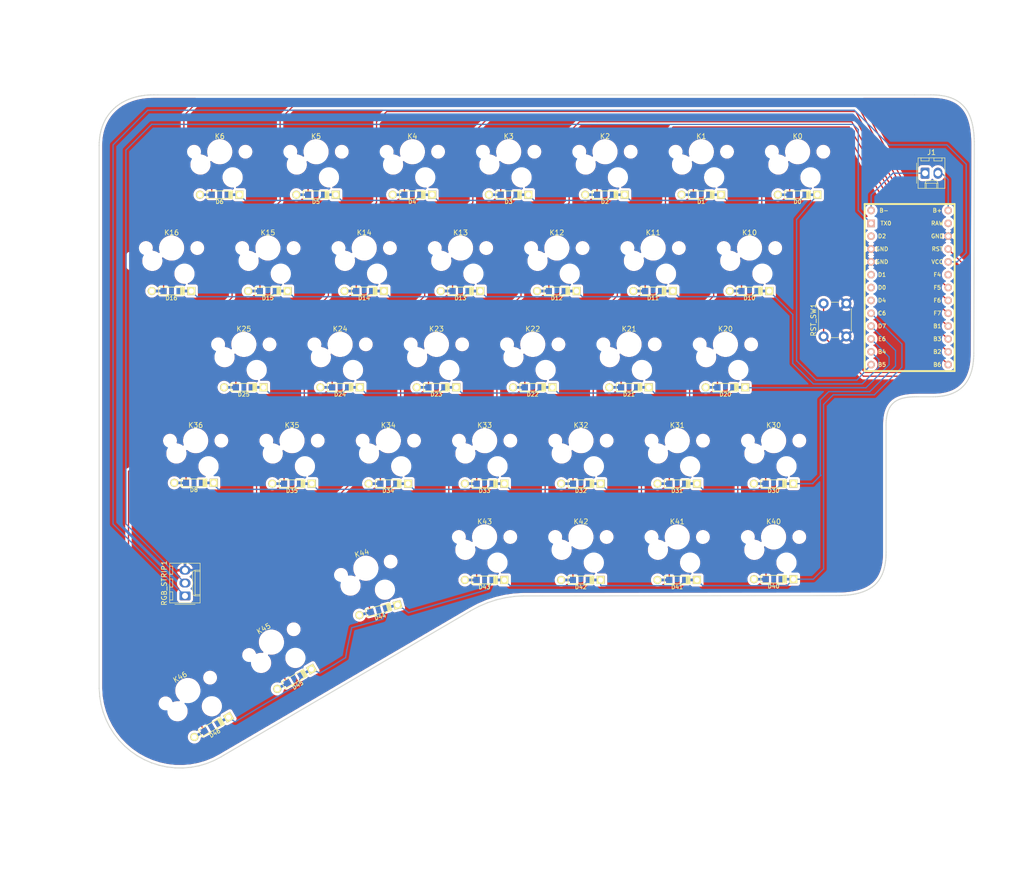
<source format=kicad_pcb>
(kicad_pcb (version 20171130) (host pcbnew "(5.1.6-0-10_14)")
  (title_block (title Qwerdox) (date 2020-11-10) (rev 1.0) (comment 4 "left hand side"))
  (layers (0 F1.Cu signal) (31 B1.Cu signal) (34 B.Paste user) (35 F.Paste user) (36 B.SilkS user) (37 F.SilkS user) (38 B.Mask user) (39 F.Mask user) (44 Edge.Cuts user))
  (net 0 "")
  (net 1 "Net-(D0-Pad2)")
  (net 2 row0)
  (net 3 "Net-(D1-Pad2)")
  (net 4 "Net-(D2-Pad2)")
  (net 5 "Net-(D3-Pad2)")
  (net 6 "Net-(D4-Pad2)")
  (net 7 "Net-(D5-Pad2)")
  (net 8 "Net-(D6-Pad2)")
  (net 9 "Net-(D10-Pad2)")
  (net 10 row1)
  (net 11 "Net-(D11-Pad2)")
  (net 12 "Net-(D12-Pad2)")
  (net 13 "Net-(D13-Pad2)")
  (net 14 "Net-(D14-Pad2)")
  (net 15 "Net-(D15-Pad2)")
  (net 16 "Net-(D16-Pad2)")
  (net 17 "Net-(D20-Pad2)")
  (net 18 row2)
  (net 19 "Net-(D21-Pad2)")
  (net 20 "Net-(D22-Pad2)")
  (net 21 "Net-(D23-Pad2)")
  (net 22 "Net-(D24-Pad2)")
  (net 23 "Net-(D25-Pad2)")
  (net 24 "Net-(D30-Pad2)")
  (net 25 row3)
  (net 26 "Net-(D31-Pad2)")
  (net 27 "Net-(D32-Pad2)")
  (net 28 "Net-(D33-Pad2)")
  (net 29 "Net-(D34-Pad2)")
  (net 30 "Net-(D35-Pad2)")
  (net 31 "Net-(D40-Pad2)")
  (net 32 row4)
  (net 33 "Net-(D41-Pad2)")
  (net 34 "Net-(D42-Pad2)")
  (net 35 "Net-(D43-Pad2)")
  (net 36 "Net-(D44-Pad2)")
  (net 37 "Net-(D45-Pad2)")
  (net 38 "Net-(D46-Pad2)")
  (net 39 col0)
  (net 40 col1)
  (net 41 col2)
  (net 42 col3)
  (net 43 col4)
  (net 44 col5)
  (net 45 col6)
  (net 46 VCC)
  (net 47 rgb_data)
  (net 48 GND)
  (net 49 RST)
  (net 50 "Net-(D8-Pad2)")
  (net 51 B+)
  (net 52 B-)
  (module Connector_Molex:Molex_KK-254_AE-6410-03A_1x03_P2.54mm_Vertical (layer F1.Cu) (at 84.582 127.762 90)
    (fp_text reference RGB_STRIP1 (at 2.54 -4.12 90) (layer F.SilkS))
    (fp_text value Conn_01x03)
    (pad 3 thru_hole oval (at 5.08 0 90) (size 1.74 2.19) (drill 1.19) (layers *.Cu *.Mask) (net 48 GND))
    (pad 2 thru_hole oval (at 2.54 0 90) (size 1.74 2.19) (drill 1.19) (layers *.Cu *.Mask) (net 47 rgb_data))
    (pad 1 thru_hole roundrect (at 0 0 90) (size 1.74 2.19) (drill 1.19) (layers *.Cu *.Mask) (roundrect_rratio 0.143678) (net 46 VCC))
  )
  (module Connector_Molex:Molex_KK-254_AE-6410-02A_1x02_P2.54mm_Vertical (layer F1.Cu) (at 230.886 44.196)
    (fp_text reference J1 (at 1.27 -4.12) (layer F.SilkS))
    (fp_text value Conn_01x02_Male)
    (pad 2 thru_hole oval (at 2.54 0) (size 1.74 2.19) (drill 1.19) (layers *.Cu *.Mask) (net 51 B+))
    (pad 1 thru_hole roundrect (at 0 0) (size 1.74 2.19) (drill 1.19) (layers *.Cu *.Mask) (roundrect_rratio 0.143678) (net 52 B-))
  )
  (module kudox_footprints:ArduinoProMicro (layer F1.Cu) (at 227.838 68.072 270)
    (fp_text reference nice!nano1 hide)
    (fp_text value ProMicro hide)
    (fp_text user B- (at -16.51 5.08) (layer F.SilkS) (effects (font (size 0.8 0.8))))
    (fp_text user B+ (at -16.51 -5.461) (layer F.SilkS) (effects (font (size 0.8 0.8))))
    (fp_text user B2 (at 11.43 -5.461) (layer F.SilkS) (effects (font (size 0.8 0.8))))
    (fp_text user F7 (at 3.81 -5.461) (layer F.SilkS) (effects (font (size 0.8 0.8))))
    (fp_text user F6 (at 1.27 -5.461) (layer F.SilkS) (effects (font (size 0.8 0.8))))
    (fp_text user F5 (at -1.27 -5.461) (layer F.SilkS) (effects (font (size 0.8 0.8))))
    (fp_text user RAW (at -13.97 -5.461) (layer F.SilkS) (effects (font (size 0.8 0.8))))
    (fp_text user GND (at -11.43 -5.461) (layer F.SilkS) (effects (font (size 0.8 0.8))))
    (fp_text user RST (at -8.89 -5.461) (layer F.SilkS) (effects (font (size 0.8 0.8))))
    (fp_text user VCC (at -6.35 -5.461) (layer F.SilkS) (effects (font (size 0.8 0.8))))
    (fp_text user F4 (at -3.81 -5.461) (layer F.SilkS) (effects (font (size 0.8 0.8))))
    (fp_text user B1 (at 6.35 -5.461) (layer F.SilkS) (effects (font (size 0.8 0.8))))
    (fp_text user B3 (at 8.89 -5.461) (layer F.SilkS) (effects (font (size 0.8 0.8))))
    (fp_text user B6 (at 13.97 -5.461) (layer F.SilkS) (effects (font (size 0.8 0.8))))
    (fp_text user B5 (at 13.97 5.461) (layer F.SilkS) (effects (font (size 0.8 0.8))))
    (fp_text user B4 (at 11.43 5.461) (layer F.SilkS) (effects (font (size 0.8 0.8))))
    (fp_text user E6 (at 8.89 5.461) (layer F.SilkS) (effects (font (size 0.8 0.8))))
    (fp_text user D7 (at 6.35 5.461) (layer F.SilkS) (effects (font (size 0.8 0.8))))
    (fp_text user C6 (at 3.81 5.461) (layer F.SilkS) (effects (font (size 0.8 0.8))))
    (fp_text user D4 (at 1.27 5.461) (layer F.SilkS) (effects (font (size 0.8 0.8))))
    (fp_text user GND (at -8.89 5.461) (layer F.SilkS) (effects (font (size 0.8 0.8))))
    (fp_text user GND (at -6.35 5.461) (layer F.SilkS) (effects (font (size 0.8 0.8))))
    (fp_text user D1 (at -3.81 5.461) (layer F.SilkS) (effects (font (size 0.8 0.8))))
    (fp_text user D0 (at -1.27 5.461) (layer F.SilkS) (effects (font (size 0.8 0.8))))
    (fp_text user D2 (at -11.43 5.461) (layer F.SilkS) (effects (font (size 0.8 0.8))))
    (fp_text user TX0 (at -13.97 4.699) (layer F.SilkS) (effects (font (size 0.8 0.8))))
    (pad 1 thru_hole circle (at -16.51 7.62 270) (size 1.51 1.51) (drill 0.85) (layers *.Cu *.SilkS *.Mask) (net 52 B-))
    (pad 26 thru_hole circle (at -16.51 -7.62 270) (size 1.51 1.51) (drill 0.85) (layers *.Cu *.SilkS *.Mask) (net 51 B+))
    (pad 2 thru_hole rect (at -13.97 7.62 270) (size 1.51 1.51) (drill 0.85) (layers *.Cu *.SilkS *.Mask) (net 47 rgb_data))
    (pad 3 thru_hole circle (at -11.43 7.62 270) (size 1.51 1.51) (drill 0.85) (layers *.Cu *.SilkS *.Mask))
    (pad 4 thru_hole circle (at -8.89 7.62 270) (size 1.51 1.51) (drill 0.85) (layers *.Cu *.SilkS *.Mask) (net 48 GND))
    (pad 5 thru_hole circle (at -6.35 7.62 270) (size 1.51 1.51) (drill 0.85) (layers *.Cu *.SilkS *.Mask) (net 48 GND))
    (pad 6 thru_hole circle (at -3.81 7.62 270) (size 1.51 1.51) (drill 0.85) (layers *.Cu *.SilkS *.Mask))
    (pad 7 thru_hole circle (at -1.27 7.62 270) (size 1.51 1.51) (drill 0.85) (layers *.Cu *.SilkS *.Mask))
    (pad 8 thru_hole circle (at 1.27 7.62 270) (size 1.51 1.51) (drill 0.85) (layers *.Cu *.SilkS *.Mask))
    (pad 9 thru_hole circle (at 3.81 7.62 270) (size 1.51 1.51) (drill 0.85) (layers *.Cu *.SilkS *.Mask) (net 32 row4))
    (pad 10 thru_hole circle (at 6.35 7.62 270) (size 1.51 1.51) (drill 0.85) (layers *.Cu *.SilkS *.Mask) (net 25 row3))
    (pad 11 thru_hole circle (at 8.89 7.62 270) (size 1.51 1.51) (drill 0.85) (layers *.Cu *.SilkS *.Mask) (net 18 row2))
    (pad 12 thru_hole circle (at 11.43 7.62 270) (size 1.51 1.51) (drill 0.85) (layers *.Cu *.SilkS *.Mask) (net 10 row1))
    (pad 14 thru_hole circle (at 13.97 -7.62 270) (size 1.51 1.51) (drill 0.85) (layers *.Cu *.SilkS *.Mask) (net 39 col0))
    (pad 15 thru_hole circle (at 11.43 -7.62 270) (size 1.51 1.51) (drill 0.85) (layers *.Cu *.SilkS *.Mask) (net 40 col1))
    (pad 16 thru_hole circle (at 8.89 -7.62 270) (size 1.51 1.51) (drill 0.85) (layers *.Cu *.SilkS *.Mask) (net 41 col2))
    (pad 17 thru_hole circle (at 6.35 -7.62 270) (size 1.51 1.51) (drill 0.85) (layers *.Cu *.SilkS *.Mask) (net 42 col3))
    (pad 18 thru_hole circle (at 3.81 -7.62 270) (size 1.51 1.51) (drill 0.85) (layers *.Cu *.SilkS *.Mask) (net 43 col4))
    (pad 19 thru_hole circle (at 1.27 -7.62 270) (size 1.51 1.51) (drill 0.85) (layers *.Cu *.SilkS *.Mask) (net 44 col5))
    (pad 20 thru_hole circle (at -1.27 -7.62 270) (size 1.51 1.51) (drill 0.85) (layers *.Cu *.SilkS *.Mask) (net 45 col6))
    (pad 21 thru_hole circle (at -3.81 -7.62 270) (size 1.51 1.51) (drill 0.85) (layers *.Cu *.SilkS *.Mask))
    (pad 22 thru_hole circle (at -6.35 -7.62 270) (size 1.51 1.51) (drill 0.85) (layers *.Cu *.SilkS *.Mask) (net 46 VCC))
    (pad 23 thru_hole circle (at -8.89 -7.62 270) (size 1.51 1.51) (drill 0.85) (layers *.Cu *.SilkS *.Mask) (net 49 RST))
    (pad 24 thru_hole circle (at -11.43 -7.62 270) (size 1.51 1.51) (drill 0.85) (layers *.Cu *.SilkS *.Mask) (net 48 GND))
    (pad 13 thru_hole circle (at 13.97 7.62 270) (size 1.51 1.51) (drill 0.85) (layers *.Cu *.SilkS *.Mask) (net 2 row0))
    (pad 25 thru_hole circle (at -13.97 -7.62 270) (size 1.51 1.51) (drill 0.85) (layers *.Cu *.SilkS *.Mask))
  )
  (module MX_Only:MXOnly-1U-Hotswap (layer B1.Cu) (at 186.65 39.95)
    (fp_text reference K1)
    (fp_text value KEYSW)
    (fp_text user %R (at 0 -3.048) (layer F.SilkS))
    (pad "" np_thru_hole circle (at 2.54 5.08) (size 3 3) (drill 3) (layers *.Cu *.Mask))
    (pad "" np_thru_hole circle (at 0 0) (size 3.9878 3.9878) (drill 3.9878) (layers *.Cu *.Mask))
    (pad "" np_thru_hole circle (at -3.81 2.54) (size 3 3) (drill 3) (layers *.Cu *.Mask))
    (pad "" np_thru_hole circle (at -5.08 0 311.9004) (size 1.75 1.75) (drill 1.75) (layers *.Cu *.Mask))
    (pad "" np_thru_hole circle (at 5.08 0 311.9004) (size 1.75 1.75) (drill 1.75) (layers *.Cu *.Mask))
    (pad 1 smd rect (at -7.085 2.54) (size 2.55 2.5) (layers F1.Cu F.Paste F.Mask) (net 40 col1))
    (pad 2 smd rect (at 5.842 5.08) (size 2.55 2.5) (layers F1.Cu F.Paste F.Mask) (net 3 "Net-(D1-Pad2)"))
  )
  (module MX_Only:MXOnly-1U-Hotswap (layer B1.Cu) (at 85.14 146.46 30)
    (fp_text reference K46)
    (fp_text value KEYSW)
    (fp_text user %R (at 0 -3.048 30) (layer F.SilkS))
    (pad "" np_thru_hole circle (at 2.54 5.08 30) (size 3 3) (drill 3) (layers *.Cu *.Mask))
    (pad "" np_thru_hole circle (at 0 0 30) (size 3.9878 3.9878) (drill 3.9878) (layers *.Cu *.Mask))
    (pad "" np_thru_hole circle (at -3.81 2.54 30) (size 3 3) (drill 3) (layers *.Cu *.Mask))
    (pad "" np_thru_hole circle (at -5.08 0 341.9004) (size 1.75 1.75) (drill 1.75) (layers *.Cu *.Mask))
    (pad "" np_thru_hole circle (at 5.08 0 341.9004) (size 1.75 1.75) (drill 1.75) (layers *.Cu *.Mask))
    (pad 1 smd rect (at -7.085 2.54 30) (size 2.55 2.5) (layers F1.Cu F.Paste F.Mask) (net 45 col6))
    (pad 2 smd rect (at 5.842 5.08 30) (size 2.55 2.5) (layers F1.Cu F.Paste F.Mask) (net 38 "Net-(D46-Pad2)"))
  )
  (module MX_Only:MXOnly-1U-Hotswap (layer B1.Cu) (at 101.661039 136.899557 30)
    (fp_text reference K45)
    (fp_text value KEYSW)
    (fp_text user %R (at 0 -3.048 30) (layer F.SilkS))
    (pad "" np_thru_hole circle (at 2.54 5.08 30) (size 3 3) (drill 3) (layers *.Cu *.Mask))
    (pad "" np_thru_hole circle (at 0 0 30) (size 3.9878 3.9878) (drill 3.9878) (layers *.Cu *.Mask))
    (pad "" np_thru_hole circle (at -3.81 2.54 30) (size 3 3) (drill 3) (layers *.Cu *.Mask))
    (pad "" np_thru_hole circle (at -5.08 0 341.9004) (size 1.75 1.75) (drill 1.75) (layers *.Cu *.Mask))
    (pad "" np_thru_hole circle (at 5.08 0 341.9004) (size 1.75 1.75) (drill 1.75) (layers *.Cu *.Mask))
    (pad 1 smd rect (at -7.085 2.54 30) (size 2.55 2.5) (layers F1.Cu F.Paste F.Mask) (net 44 col5))
    (pad 2 smd rect (at 5.842 5.08 30) (size 2.55 2.5) (layers F1.Cu F.Paste F.Mask) (net 37 "Net-(D45-Pad2)"))
  )
  (module MX_Only:MXOnly-1U-Hotswap (layer B1.Cu) (at 120.33 122.29 15)
    (fp_text reference K44)
    (fp_text value KEYSW)
    (fp_text user %R (at 0 -3.048 15) (layer F.SilkS))
    (pad "" np_thru_hole circle (at 2.54 5.08 15) (size 3 3) (drill 3) (layers *.Cu *.Mask))
    (pad "" np_thru_hole circle (at 0 0 15) (size 3.9878 3.9878) (drill 3.9878) (layers *.Cu *.Mask))
    (pad "" np_thru_hole circle (at -3.81 2.54 15) (size 3 3) (drill 3) (layers *.Cu *.Mask))
    (pad "" np_thru_hole circle (at -5.08 0 326.9004) (size 1.75 1.75) (drill 1.75) (layers *.Cu *.Mask))
    (pad "" np_thru_hole circle (at 5.08 0 326.9004) (size 1.75 1.75) (drill 1.75) (layers *.Cu *.Mask))
    (pad 1 smd rect (at -7.085 2.54 15) (size 2.55 2.5) (layers F1.Cu F.Paste F.Mask) (net 43 col4))
    (pad 2 smd rect (at 5.842 5.08 15) (size 2.55 2.5) (layers F1.Cu F.Paste F.Mask) (net 36 "Net-(D44-Pad2)"))
  )
  (module MX_Only:MXOnly-1U-Hotswap (layer B1.Cu) (at 143.81 116.11)
    (fp_text reference K43)
    (fp_text value KEYSW)
    (fp_text user %R (at 0 -3.048) (layer F.SilkS))
    (pad "" np_thru_hole circle (at 2.54 5.08) (size 3 3) (drill 3) (layers *.Cu *.Mask))
    (pad "" np_thru_hole circle (at 0 0) (size 3.9878 3.9878) (drill 3.9878) (layers *.Cu *.Mask))
    (pad "" np_thru_hole circle (at -3.81 2.54) (size 3 3) (drill 3) (layers *.Cu *.Mask))
    (pad "" np_thru_hole circle (at -5.08 0 311.9004) (size 1.75 1.75) (drill 1.75) (layers *.Cu *.Mask))
    (pad "" np_thru_hole circle (at 5.08 0 311.9004) (size 1.75 1.75) (drill 1.75) (layers *.Cu *.Mask))
    (pad 1 smd rect (at -7.085 2.54) (size 2.55 2.5) (layers F1.Cu F.Paste F.Mask) (net 42 col3))
    (pad 2 smd rect (at 5.842 5.08) (size 2.55 2.5) (layers F1.Cu F.Paste F.Mask) (net 35 "Net-(D43-Pad2)"))
  )
  (module MX_Only:MXOnly-1U-Hotswap (layer B1.Cu) (at 162.85 116.11)
    (fp_text reference K42)
    (fp_text value KEYSW)
    (fp_text user %R (at 0 -3.048) (layer F.SilkS))
    (pad "" np_thru_hole circle (at 2.54 5.08) (size 3 3) (drill 3) (layers *.Cu *.Mask))
    (pad "" np_thru_hole circle (at 0 0) (size 3.9878 3.9878) (drill 3.9878) (layers *.Cu *.Mask))
    (pad "" np_thru_hole circle (at -3.81 2.54) (size 3 3) (drill 3) (layers *.Cu *.Mask))
    (pad "" np_thru_hole circle (at -5.08 0 311.9004) (size 1.75 1.75) (drill 1.75) (layers *.Cu *.Mask))
    (pad "" np_thru_hole circle (at 5.08 0 311.9004) (size 1.75 1.75) (drill 1.75) (layers *.Cu *.Mask))
    (pad 1 smd rect (at -7.085 2.54) (size 2.55 2.5) (layers F1.Cu F.Paste F.Mask) (net 41 col2))
    (pad 2 smd rect (at 5.842 5.08) (size 2.55 2.5) (layers F1.Cu F.Paste F.Mask) (net 34 "Net-(D42-Pad2)"))
  )
  (module MX_Only:MXOnly-1U-Hotswap (layer B1.Cu) (at 181.89 116.11)
    (fp_text reference K41)
    (fp_text value KEYSW)
    (fp_text user %R (at 0 -3.048) (layer F.SilkS))
    (pad "" np_thru_hole circle (at 2.54 5.08) (size 3 3) (drill 3) (layers *.Cu *.Mask))
    (pad "" np_thru_hole circle (at 0 0) (size 3.9878 3.9878) (drill 3.9878) (layers *.Cu *.Mask))
    (pad "" np_thru_hole circle (at -3.81 2.54) (size 3 3) (drill 3) (layers *.Cu *.Mask))
    (pad "" np_thru_hole circle (at -5.08 0 311.9004) (size 1.75 1.75) (drill 1.75) (layers *.Cu *.Mask))
    (pad "" np_thru_hole circle (at 5.08 0 311.9004) (size 1.75 1.75) (drill 1.75) (layers *.Cu *.Mask))
    (pad 1 smd rect (at -7.085 2.54) (size 2.55 2.5) (layers F1.Cu F.Paste F.Mask) (net 40 col1))
    (pad 2 smd rect (at 5.842 5.08) (size 2.55 2.5) (layers F1.Cu F.Paste F.Mask) (net 33 "Net-(D41-Pad2)"))
  )
  (module MX_Only:MXOnly-1U-Hotswap (layer B1.Cu) (at 200.94 116.11)
    (fp_text reference K40)
    (fp_text value KEYSW)
    (fp_text user %R (at 0 -3.048) (layer F.SilkS))
    (pad "" np_thru_hole circle (at 2.54 5.08) (size 3 3) (drill 3) (layers *.Cu *.Mask))
    (pad "" np_thru_hole circle (at 0 0) (size 3.9878 3.9878) (drill 3.9878) (layers *.Cu *.Mask))
    (pad "" np_thru_hole circle (at -3.81 2.54) (size 3 3) (drill 3) (layers *.Cu *.Mask))
    (pad "" np_thru_hole circle (at -5.08 0 311.9004) (size 1.75 1.75) (drill 1.75) (layers *.Cu *.Mask))
    (pad "" np_thru_hole circle (at 5.08 0 311.9004) (size 1.75 1.75) (drill 1.75) (layers *.Cu *.Mask))
    (pad 1 smd rect (at -7.085 2.54) (size 2.55 2.5) (layers F1.Cu F.Paste F.Mask) (net 39 col0))
    (pad 2 smd rect (at 5.842 5.08) (size 2.55 2.5) (layers F1.Cu F.Paste F.Mask) (net 31 "Net-(D40-Pad2)"))
  )
  (module MX_Only:MXOnly-1U-Hotswap (layer B1.Cu) (at 86.69 97.07)
    (fp_text reference K36)
    (fp_text value KEYSW)
    (fp_text user %R (at 0 -3.048) (layer F.SilkS))
    (pad "" np_thru_hole circle (at 2.54 5.08) (size 3 3) (drill 3) (layers *.Cu *.Mask))
    (pad "" np_thru_hole circle (at 0 0) (size 3.9878 3.9878) (drill 3.9878) (layers *.Cu *.Mask))
    (pad "" np_thru_hole circle (at -3.81 2.54) (size 3 3) (drill 3) (layers *.Cu *.Mask))
    (pad "" np_thru_hole circle (at -5.08 0 311.9004) (size 1.75 1.75) (drill 1.75) (layers *.Cu *.Mask))
    (pad "" np_thru_hole circle (at 5.08 0 311.9004) (size 1.75 1.75) (drill 1.75) (layers *.Cu *.Mask))
    (pad 1 smd rect (at -7.085 2.54) (size 2.55 2.5) (layers F1.Cu F.Paste F.Mask) (net 45 col6))
    (pad 2 smd rect (at 5.842 5.08) (size 2.55 2.5) (layers F1.Cu F.Paste F.Mask) (net 50 "Net-(D8-Pad2)"))
  )
  (module MX_Only:MXOnly-1U-Hotswap (layer B1.Cu) (at 105.74 97.07)
    (fp_text reference K35)
    (fp_text value KEYSW)
    (fp_text user %R (at 0 -3.048) (layer F.SilkS))
    (pad "" np_thru_hole circle (at 2.54 5.08) (size 3 3) (drill 3) (layers *.Cu *.Mask))
    (pad "" np_thru_hole circle (at 0 0) (size 3.9878 3.9878) (drill 3.9878) (layers *.Cu *.Mask))
    (pad "" np_thru_hole circle (at -3.81 2.54) (size 3 3) (drill 3) (layers *.Cu *.Mask))
    (pad "" np_thru_hole circle (at -5.08 0 311.9004) (size 1.75 1.75) (drill 1.75) (layers *.Cu *.Mask))
    (pad "" np_thru_hole circle (at 5.08 0 311.9004) (size 1.75 1.75) (drill 1.75) (layers *.Cu *.Mask))
    (pad 1 smd rect (at -7.085 2.54) (size 2.55 2.5) (layers F1.Cu F.Paste F.Mask) (net 44 col5))
    (pad 2 smd rect (at 5.842 5.08) (size 2.55 2.5) (layers F1.Cu F.Paste F.Mask) (net 30 "Net-(D35-Pad2)"))
  )
  (module MX_Only:MXOnly-1U-Hotswap (layer B1.Cu) (at 124.78 97.07)
    (fp_text reference K34)
    (fp_text value KEYSW)
    (fp_text user %R (at 0 -3.048) (layer F.SilkS))
    (pad "" np_thru_hole circle (at 2.54 5.08) (size 3 3) (drill 3) (layers *.Cu *.Mask))
    (pad "" np_thru_hole circle (at 0 0) (size 3.9878 3.9878) (drill 3.9878) (layers *.Cu *.Mask))
    (pad "" np_thru_hole circle (at -3.81 2.54) (size 3 3) (drill 3) (layers *.Cu *.Mask))
    (pad "" np_thru_hole circle (at -5.08 0 311.9004) (size 1.75 1.75) (drill 1.75) (layers *.Cu *.Mask))
    (pad "" np_thru_hole circle (at 5.08 0 311.9004) (size 1.75 1.75) (drill 1.75) (layers *.Cu *.Mask))
    (pad 1 smd rect (at -7.085 2.54) (size 2.55 2.5) (layers F1.Cu F.Paste F.Mask) (net 43 col4))
    (pad 2 smd rect (at 5.842 5.08) (size 2.55 2.5) (layers F1.Cu F.Paste F.Mask) (net 29 "Net-(D34-Pad2)"))
  )
  (module MX_Only:MXOnly-1U-Hotswap (layer B1.Cu) (at 143.82 97.07)
    (fp_text reference K33)
    (fp_text value KEYSW)
    (fp_text user %R (at 0 -3.048) (layer F.SilkS))
    (pad "" np_thru_hole circle (at 2.54 5.08) (size 3 3) (drill 3) (layers *.Cu *.Mask))
    (pad "" np_thru_hole circle (at 0 0) (size 3.9878 3.9878) (drill 3.9878) (layers *.Cu *.Mask))
    (pad "" np_thru_hole circle (at -3.81 2.54) (size 3 3) (drill 3) (layers *.Cu *.Mask))
    (pad "" np_thru_hole circle (at -5.08 0 311.9004) (size 1.75 1.75) (drill 1.75) (layers *.Cu *.Mask))
    (pad "" np_thru_hole circle (at 5.08 0 311.9004) (size 1.75 1.75) (drill 1.75) (layers *.Cu *.Mask))
    (pad 1 smd rect (at -7.085 2.54) (size 2.55 2.5) (layers F1.Cu F.Paste F.Mask) (net 42 col3))
    (pad 2 smd rect (at 5.842 5.08) (size 2.55 2.5) (layers F1.Cu F.Paste F.Mask) (net 28 "Net-(D33-Pad2)"))
  )
  (module MX_Only:MXOnly-1U-Hotswap (layer B1.Cu) (at 162.86 97.07)
    (fp_text reference K32)
    (fp_text value KEYSW)
    (fp_text user %R (at 0 -3.048) (layer F.SilkS))
    (pad "" np_thru_hole circle (at 2.54 5.08) (size 3 3) (drill 3) (layers *.Cu *.Mask))
    (pad "" np_thru_hole circle (at 0 0) (size 3.9878 3.9878) (drill 3.9878) (layers *.Cu *.Mask))
    (pad "" np_thru_hole circle (at -3.81 2.54) (size 3 3) (drill 3) (layers *.Cu *.Mask))
    (pad "" np_thru_hole circle (at -5.08 0 311.9004) (size 1.75 1.75) (drill 1.75) (layers *.Cu *.Mask))
    (pad "" np_thru_hole circle (at 5.08 0 311.9004) (size 1.75 1.75) (drill 1.75) (layers *.Cu *.Mask))
    (pad 1 smd rect (at -7.085 2.54) (size 2.55 2.5) (layers F1.Cu F.Paste F.Mask) (net 41 col2))
    (pad 2 smd rect (at 5.842 5.08) (size 2.55 2.5) (layers F1.Cu F.Paste F.Mask) (net 27 "Net-(D32-Pad2)"))
  )
  (module MX_Only:MXOnly-1U-Hotswap (layer B1.Cu) (at 181.9 97.07)
    (fp_text reference K31)
    (fp_text value KEYSW)
    (fp_text user %R (at 0 -3.048) (layer F.SilkS))
    (pad "" np_thru_hole circle (at 2.54 5.08) (size 3 3) (drill 3) (layers *.Cu *.Mask))
    (pad "" np_thru_hole circle (at 0 0) (size 3.9878 3.9878) (drill 3.9878) (layers *.Cu *.Mask))
    (pad "" np_thru_hole circle (at -3.81 2.54) (size 3 3) (drill 3) (layers *.Cu *.Mask))
    (pad "" np_thru_hole circle (at -5.08 0 311.9004) (size 1.75 1.75) (drill 1.75) (layers *.Cu *.Mask))
    (pad "" np_thru_hole circle (at 5.08 0 311.9004) (size 1.75 1.75) (drill 1.75) (layers *.Cu *.Mask))
    (pad 1 smd rect (at -7.085 2.54) (size 2.55 2.5) (layers F1.Cu F.Paste F.Mask) (net 40 col1))
    (pad 2 smd rect (at 5.842 5.08) (size 2.55 2.5) (layers F1.Cu F.Paste F.Mask) (net 26 "Net-(D31-Pad2)"))
  )
  (module MX_Only:MXOnly-1U-Hotswap (layer B1.Cu) (at 200.95 97.07)
    (fp_text reference K30)
    (fp_text value KEYSW)
    (fp_text user %R (at 0 -3.048) (layer F.SilkS))
    (pad "" np_thru_hole circle (at 2.54 5.08) (size 3 3) (drill 3) (layers *.Cu *.Mask))
    (pad "" np_thru_hole circle (at 0 0) (size 3.9878 3.9878) (drill 3.9878) (layers *.Cu *.Mask))
    (pad "" np_thru_hole circle (at -3.81 2.54) (size 3 3) (drill 3) (layers *.Cu *.Mask))
    (pad "" np_thru_hole circle (at -5.08 0 311.9004) (size 1.75 1.75) (drill 1.75) (layers *.Cu *.Mask))
    (pad "" np_thru_hole circle (at 5.08 0 311.9004) (size 1.75 1.75) (drill 1.75) (layers *.Cu *.Mask))
    (pad 1 smd rect (at -7.085 2.54) (size 2.55 2.5) (layers F1.Cu F.Paste F.Mask) (net 39 col0))
    (pad 2 smd rect (at 5.842 5.08) (size 2.55 2.5) (layers F1.Cu F.Paste F.Mask) (net 24 "Net-(D30-Pad2)"))
  )
  (module MX_Only:MXOnly-1U-Hotswap (layer B1.Cu) (at 96.21 78.03)
    (fp_text reference K25)
    (fp_text value KEYSW)
    (fp_text user %R (at 0 -3.048) (layer F.SilkS))
    (pad "" np_thru_hole circle (at 2.54 5.08) (size 3 3) (drill 3) (layers *.Cu *.Mask))
    (pad "" np_thru_hole circle (at 0 0) (size 3.9878 3.9878) (drill 3.9878) (layers *.Cu *.Mask))
    (pad "" np_thru_hole circle (at -3.81 2.54) (size 3 3) (drill 3) (layers *.Cu *.Mask))
    (pad "" np_thru_hole circle (at -5.08 0 311.9004) (size 1.75 1.75) (drill 1.75) (layers *.Cu *.Mask))
    (pad "" np_thru_hole circle (at 5.08 0 311.9004) (size 1.75 1.75) (drill 1.75) (layers *.Cu *.Mask))
    (pad 1 smd rect (at -7.085 2.54) (size 2.55 2.5) (layers F1.Cu F.Paste F.Mask) (net 44 col5))
    (pad 2 smd rect (at 5.842 5.08) (size 2.55 2.5) (layers F1.Cu F.Paste F.Mask) (net 23 "Net-(D25-Pad2)"))
  )
  (module MX_Only:MXOnly-1U-Hotswap (layer B1.Cu) (at 115.25 78.03)
    (fp_text reference K24)
    (fp_text value KEYSW)
    (fp_text user %R (at 0 -3.048) (layer F.SilkS))
    (pad "" np_thru_hole circle (at 2.54 5.08) (size 3 3) (drill 3) (layers *.Cu *.Mask))
    (pad "" np_thru_hole circle (at 0 0) (size 3.9878 3.9878) (drill 3.9878) (layers *.Cu *.Mask))
    (pad "" np_thru_hole circle (at -3.81 2.54) (size 3 3) (drill 3) (layers *.Cu *.Mask))
    (pad "" np_thru_hole circle (at -5.08 0 311.9004) (size 1.75 1.75) (drill 1.75) (layers *.Cu *.Mask))
    (pad "" np_thru_hole circle (at 5.08 0 311.9004) (size 1.75 1.75) (drill 1.75) (layers *.Cu *.Mask))
    (pad 1 smd rect (at -7.085 2.54) (size 2.55 2.5) (layers F1.Cu F.Paste F.Mask) (net 43 col4))
    (pad 2 smd rect (at 5.842 5.08) (size 2.55 2.5) (layers F1.Cu F.Paste F.Mask) (net 22 "Net-(D24-Pad2)"))
  )
  (module MX_Only:MXOnly-1U-Hotswap (layer B1.Cu) (at 134.29 78.03)
    (fp_text reference K23)
    (fp_text value KEYSW)
    (fp_text user %R (at 0 -3.048) (layer F.SilkS))
    (pad "" np_thru_hole circle (at 2.54 5.08) (size 3 3) (drill 3) (layers *.Cu *.Mask))
    (pad "" np_thru_hole circle (at 0 0) (size 3.9878 3.9878) (drill 3.9878) (layers *.Cu *.Mask))
    (pad "" np_thru_hole circle (at -3.81 2.54) (size 3 3) (drill 3) (layers *.Cu *.Mask))
    (pad "" np_thru_hole circle (at -5.08 0 311.9004) (size 1.75 1.75) (drill 1.75) (layers *.Cu *.Mask))
    (pad "" np_thru_hole circle (at 5.08 0 311.9004) (size 1.75 1.75) (drill 1.75) (layers *.Cu *.Mask))
    (pad 1 smd rect (at -7.085 2.54) (size 2.55 2.5) (layers F1.Cu F.Paste F.Mask) (net 42 col3))
    (pad 2 smd rect (at 5.842 5.08) (size 2.55 2.5) (layers F1.Cu F.Paste F.Mask) (net 21 "Net-(D23-Pad2)"))
  )
  (module MX_Only:MXOnly-1U-Hotswap (layer B1.Cu) (at 153.33 78.03)
    (fp_text reference K22)
    (fp_text value KEYSW)
    (fp_text user %R (at 0 -3.048) (layer F.SilkS))
    (pad "" np_thru_hole circle (at 2.54 5.08) (size 3 3) (drill 3) (layers *.Cu *.Mask))
    (pad "" np_thru_hole circle (at 0 0) (size 3.9878 3.9878) (drill 3.9878) (layers *.Cu *.Mask))
    (pad "" np_thru_hole circle (at -3.81 2.54) (size 3 3) (drill 3) (layers *.Cu *.Mask))
    (pad "" np_thru_hole circle (at -5.08 0 311.9004) (size 1.75 1.75) (drill 1.75) (layers *.Cu *.Mask))
    (pad "" np_thru_hole circle (at 5.08 0 311.9004) (size 1.75 1.75) (drill 1.75) (layers *.Cu *.Mask))
    (pad 1 smd rect (at -7.085 2.54) (size 2.55 2.5) (layers F1.Cu F.Paste F.Mask) (net 41 col2))
    (pad 2 smd rect (at 5.842 5.08) (size 2.55 2.5) (layers F1.Cu F.Paste F.Mask) (net 20 "Net-(D22-Pad2)"))
  )
  (module MX_Only:MXOnly-1U-Hotswap (layer B1.Cu) (at 172.37 78.03)
    (fp_text reference K21)
    (fp_text value KEYSW)
    (fp_text user %R (at 0 -3.048) (layer F.SilkS))
    (pad "" np_thru_hole circle (at 2.54 5.08) (size 3 3) (drill 3) (layers *.Cu *.Mask))
    (pad "" np_thru_hole circle (at 0 0) (size 3.9878 3.9878) (drill 3.9878) (layers *.Cu *.Mask))
    (pad "" np_thru_hole circle (at -3.81 2.54) (size 3 3) (drill 3) (layers *.Cu *.Mask))
    (pad "" np_thru_hole circle (at -5.08 0 311.9004) (size 1.75 1.75) (drill 1.75) (layers *.Cu *.Mask))
    (pad "" np_thru_hole circle (at 5.08 0 311.9004) (size 1.75 1.75) (drill 1.75) (layers *.Cu *.Mask))
    (pad 1 smd rect (at -7.085 2.54) (size 2.55 2.5) (layers F1.Cu F.Paste F.Mask) (net 40 col1))
    (pad 2 smd rect (at 5.842 5.08) (size 2.55 2.5) (layers F1.Cu F.Paste F.Mask) (net 19 "Net-(D21-Pad2)"))
  )
  (module MX_Only:MXOnly-1U-Hotswap (layer B1.Cu) (at 191.42 78.03)
    (fp_text reference K20)
    (fp_text value KEYSW)
    (fp_text user %R (at 0 -3.048) (layer F.SilkS))
    (pad "" np_thru_hole circle (at 2.54 5.08) (size 3 3) (drill 3) (layers *.Cu *.Mask))
    (pad "" np_thru_hole circle (at 0 0) (size 3.9878 3.9878) (drill 3.9878) (layers *.Cu *.Mask))
    (pad "" np_thru_hole circle (at -3.81 2.54) (size 3 3) (drill 3) (layers *.Cu *.Mask))
    (pad "" np_thru_hole circle (at -5.08 0 311.9004) (size 1.75 1.75) (drill 1.75) (layers *.Cu *.Mask))
    (pad "" np_thru_hole circle (at 5.08 0 311.9004) (size 1.75 1.75) (drill 1.75) (layers *.Cu *.Mask))
    (pad 1 smd rect (at -7.085 2.54) (size 2.55 2.5) (layers F1.Cu F.Paste F.Mask) (net 39 col0))
    (pad 2 smd rect (at 5.842 5.08) (size 2.55 2.5) (layers F1.Cu F.Paste F.Mask) (net 17 "Net-(D20-Pad2)"))
  )
  (module MX_Only:MXOnly-1U-Hotswap (layer B1.Cu) (at 81.93 58.99)
    (fp_text reference K16)
    (fp_text value KEYSW)
    (fp_text user %R (at 0 -3.048) (layer F.SilkS))
    (pad "" np_thru_hole circle (at 2.54 5.08) (size 3 3) (drill 3) (layers *.Cu *.Mask))
    (pad "" np_thru_hole circle (at 0 0) (size 3.9878 3.9878) (drill 3.9878) (layers *.Cu *.Mask))
    (pad "" np_thru_hole circle (at -3.81 2.54) (size 3 3) (drill 3) (layers *.Cu *.Mask))
    (pad "" np_thru_hole circle (at -5.08 0 311.9004) (size 1.75 1.75) (drill 1.75) (layers *.Cu *.Mask))
    (pad "" np_thru_hole circle (at 5.08 0 311.9004) (size 1.75 1.75) (drill 1.75) (layers *.Cu *.Mask))
    (pad 1 smd rect (at -7.085 2.54) (size 2.55 2.5) (layers F1.Cu F.Paste F.Mask) (net 45 col6))
    (pad 2 smd rect (at 5.842 5.08) (size 2.55 2.5) (layers F1.Cu F.Paste F.Mask) (net 16 "Net-(D16-Pad2)"))
  )
  (module MX_Only:MXOnly-1U-Hotswap (layer B1.Cu) (at 100.97 58.99)
    (fp_text reference K15)
    (fp_text value KEYSW)
    (fp_text user %R (at 0 -3.048) (layer F.SilkS))
    (pad "" np_thru_hole circle (at 2.54 5.08) (size 3 3) (drill 3) (layers *.Cu *.Mask))
    (pad "" np_thru_hole circle (at 0 0) (size 3.9878 3.9878) (drill 3.9878) (layers *.Cu *.Mask))
    (pad "" np_thru_hole circle (at -3.81 2.54) (size 3 3) (drill 3) (layers *.Cu *.Mask))
    (pad "" np_thru_hole circle (at -5.08 0 311.9004) (size 1.75 1.75) (drill 1.75) (layers *.Cu *.Mask))
    (pad "" np_thru_hole circle (at 5.08 0 311.9004) (size 1.75 1.75) (drill 1.75) (layers *.Cu *.Mask))
    (pad 1 smd rect (at -7.085 2.54) (size 2.55 2.5) (layers F1.Cu F.Paste F.Mask) (net 44 col5))
    (pad 2 smd rect (at 5.842 5.08) (size 2.55 2.5) (layers F1.Cu F.Paste F.Mask) (net 15 "Net-(D15-Pad2)"))
  )
  (module MX_Only:MXOnly-1U-Hotswap (layer B1.Cu) (at 120.01 58.99)
    (fp_text reference K14)
    (fp_text value KEYSW)
    (fp_text user %R (at 0 -3.048) (layer F.SilkS))
    (pad "" np_thru_hole circle (at 2.54 5.08) (size 3 3) (drill 3) (layers *.Cu *.Mask))
    (pad "" np_thru_hole circle (at 0 0) (size 3.9878 3.9878) (drill 3.9878) (layers *.Cu *.Mask))
    (pad "" np_thru_hole circle (at -3.81 2.54) (size 3 3) (drill 3) (layers *.Cu *.Mask))
    (pad "" np_thru_hole circle (at -5.08 0 311.9004) (size 1.75 1.75) (drill 1.75) (layers *.Cu *.Mask))
    (pad "" np_thru_hole circle (at 5.08 0 311.9004) (size 1.75 1.75) (drill 1.75) (layers *.Cu *.Mask))
    (pad 1 smd rect (at -7.085 2.54) (size 2.55 2.5) (layers F1.Cu F.Paste F.Mask) (net 43 col4))
    (pad 2 smd rect (at 5.842 5.08) (size 2.55 2.5) (layers F1.Cu F.Paste F.Mask) (net 14 "Net-(D14-Pad2)"))
  )
  (module MX_Only:MXOnly-1U-Hotswap (layer B1.Cu) (at 139.05 58.99)
    (fp_text reference K13)
    (fp_text value KEYSW)
    (fp_text user %R (at 0 -3.048) (layer F.SilkS))
    (pad "" np_thru_hole circle (at 2.54 5.08) (size 3 3) (drill 3) (layers *.Cu *.Mask))
    (pad "" np_thru_hole circle (at 0 0) (size 3.9878 3.9878) (drill 3.9878) (layers *.Cu *.Mask))
    (pad "" np_thru_hole circle (at -3.81 2.54) (size 3 3) (drill 3) (layers *.Cu *.Mask))
    (pad "" np_thru_hole circle (at -5.08 0 311.9004) (size 1.75 1.75) (drill 1.75) (layers *.Cu *.Mask))
    (pad "" np_thru_hole circle (at 5.08 0 311.9004) (size 1.75 1.75) (drill 1.75) (layers *.Cu *.Mask))
    (pad 1 smd rect (at -7.085 2.54) (size 2.55 2.5) (layers F1.Cu F.Paste F.Mask) (net 42 col3))
    (pad 2 smd rect (at 5.842 5.08) (size 2.55 2.5) (layers F1.Cu F.Paste F.Mask) (net 13 "Net-(D13-Pad2)"))
  )
  (module MX_Only:MXOnly-1U-Hotswap (layer B1.Cu) (at 158.09 58.99)
    (fp_text reference K12)
    (fp_text value KEYSW)
    (fp_text user %R (at 0 -3.048) (layer F.SilkS))
    (pad "" np_thru_hole circle (at 2.54 5.08) (size 3 3) (drill 3) (layers *.Cu *.Mask))
    (pad "" np_thru_hole circle (at 0 0) (size 3.9878 3.9878) (drill 3.9878) (layers *.Cu *.Mask))
    (pad "" np_thru_hole circle (at -3.81 2.54) (size 3 3) (drill 3) (layers *.Cu *.Mask))
    (pad "" np_thru_hole circle (at -5.08 0 311.9004) (size 1.75 1.75) (drill 1.75) (layers *.Cu *.Mask))
    (pad "" np_thru_hole circle (at 5.08 0 311.9004) (size 1.75 1.75) (drill 1.75) (layers *.Cu *.Mask))
    (pad 1 smd rect (at -7.085 2.54) (size 2.55 2.5) (layers F1.Cu F.Paste F.Mask) (net 41 col2))
    (pad 2 smd rect (at 5.842 5.08) (size 2.55 2.5) (layers F1.Cu F.Paste F.Mask) (net 12 "Net-(D12-Pad2)"))
  )
  (module MX_Only:MXOnly-1U-Hotswap (layer B1.Cu) (at 177.13 58.99)
    (fp_text reference K11)
    (fp_text value KEYSW)
    (fp_text user %R (at 0 -3.048) (layer F.SilkS))
    (pad "" np_thru_hole circle (at 2.54 5.08) (size 3 3) (drill 3) (layers *.Cu *.Mask))
    (pad "" np_thru_hole circle (at 0 0) (size 3.9878 3.9878) (drill 3.9878) (layers *.Cu *.Mask))
    (pad "" np_thru_hole circle (at -3.81 2.54) (size 3 3) (drill 3) (layers *.Cu *.Mask))
    (pad "" np_thru_hole circle (at -5.08 0 311.9004) (size 1.75 1.75) (drill 1.75) (layers *.Cu *.Mask))
    (pad "" np_thru_hole circle (at 5.08 0 311.9004) (size 1.75 1.75) (drill 1.75) (layers *.Cu *.Mask))
    (pad 1 smd rect (at -7.085 2.54) (size 2.55 2.5) (layers F1.Cu F.Paste F.Mask) (net 40 col1))
    (pad 2 smd rect (at 5.842 5.08) (size 2.55 2.5) (layers F1.Cu F.Paste F.Mask) (net 11 "Net-(D11-Pad2)"))
  )
  (module MX_Only:MXOnly-1U-Hotswap (layer B1.Cu) (at 196.18 58.99)
    (fp_text reference K10)
    (fp_text value KEYSW)
    (fp_text user %R (at 0 -3.048) (layer F.SilkS))
    (pad "" np_thru_hole circle (at 2.54 5.08) (size 3 3) (drill 3) (layers *.Cu *.Mask))
    (pad "" np_thru_hole circle (at 0 0) (size 3.9878 3.9878) (drill 3.9878) (layers *.Cu *.Mask))
    (pad "" np_thru_hole circle (at -3.81 2.54) (size 3 3) (drill 3) (layers *.Cu *.Mask))
    (pad "" np_thru_hole circle (at -5.08 0 311.9004) (size 1.75 1.75) (drill 1.75) (layers *.Cu *.Mask))
    (pad "" np_thru_hole circle (at 5.08 0 311.9004) (size 1.75 1.75) (drill 1.75) (layers *.Cu *.Mask))
    (pad 1 smd rect (at -7.085 2.54) (size 2.55 2.5) (layers F1.Cu F.Paste F.Mask) (net 39 col0))
    (pad 2 smd rect (at 5.842 5.08) (size 2.55 2.5) (layers F1.Cu F.Paste F.Mask) (net 9 "Net-(D10-Pad2)"))
  )
  (module MX_Only:MXOnly-1U-Hotswap (layer B1.Cu) (at 91.45 39.95)
    (fp_text reference K6)
    (fp_text value KEYSW)
    (fp_text user %R (at 0 -3.048) (layer F.SilkS))
    (pad "" np_thru_hole circle (at 2.54 5.08) (size 3 3) (drill 3) (layers *.Cu *.Mask))
    (pad "" np_thru_hole circle (at 0 0) (size 3.9878 3.9878) (drill 3.9878) (layers *.Cu *.Mask))
    (pad "" np_thru_hole circle (at -3.81 2.54) (size 3 3) (drill 3) (layers *.Cu *.Mask))
    (pad "" np_thru_hole circle (at -5.08 0 311.9004) (size 1.75 1.75) (drill 1.75) (layers *.Cu *.Mask))
    (pad "" np_thru_hole circle (at 5.08 0 311.9004) (size 1.75 1.75) (drill 1.75) (layers *.Cu *.Mask))
    (pad 1 smd rect (at -7.085 2.54) (size 2.55 2.5) (layers F1.Cu F.Paste F.Mask) (net 45 col6))
    (pad 2 smd rect (at 5.842 5.08) (size 2.55 2.5) (layers F1.Cu F.Paste F.Mask) (net 8 "Net-(D6-Pad2)"))
  )
  (module MX_Only:MXOnly-1U-Hotswap (layer B1.Cu) (at 110.49 39.95)
    (fp_text reference K5)
    (fp_text value KEYSW)
    (fp_text user %R (at 0 -3.048) (layer F.SilkS))
    (pad "" np_thru_hole circle (at 2.54 5.08) (size 3 3) (drill 3) (layers *.Cu *.Mask))
    (pad "" np_thru_hole circle (at 0 0) (size 3.9878 3.9878) (drill 3.9878) (layers *.Cu *.Mask))
    (pad "" np_thru_hole circle (at -3.81 2.54) (size 3 3) (drill 3) (layers *.Cu *.Mask))
    (pad "" np_thru_hole circle (at -5.08 0 311.9004) (size 1.75 1.75) (drill 1.75) (layers *.Cu *.Mask))
    (pad "" np_thru_hole circle (at 5.08 0 311.9004) (size 1.75 1.75) (drill 1.75) (layers *.Cu *.Mask))
    (pad 1 smd rect (at -7.085 2.54) (size 2.55 2.5) (layers F1.Cu F.Paste F.Mask) (net 44 col5))
    (pad 2 smd rect (at 5.842 5.08) (size 2.55 2.5) (layers F1.Cu F.Paste F.Mask) (net 7 "Net-(D5-Pad2)"))
  )
  (module MX_Only:MXOnly-1U-Hotswap (layer B1.Cu) (at 129.53 39.95)
    (fp_text reference K4)
    (fp_text value KEYSW)
    (fp_text user %R (at 0 -3.048) (layer F.SilkS))
    (pad "" np_thru_hole circle (at 2.54 5.08) (size 3 3) (drill 3) (layers *.Cu *.Mask))
    (pad "" np_thru_hole circle (at 0 0) (size 3.9878 3.9878) (drill 3.9878) (layers *.Cu *.Mask))
    (pad "" np_thru_hole circle (at -3.81 2.54) (size 3 3) (drill 3) (layers *.Cu *.Mask))
    (pad "" np_thru_hole circle (at -5.08 0 311.9004) (size 1.75 1.75) (drill 1.75) (layers *.Cu *.Mask))
    (pad "" np_thru_hole circle (at 5.08 0 311.9004) (size 1.75 1.75) (drill 1.75) (layers *.Cu *.Mask))
    (pad 1 smd rect (at -7.085 2.54) (size 2.55 2.5) (layers F1.Cu F.Paste F.Mask) (net 43 col4))
    (pad 2 smd rect (at 5.842 5.08) (size 2.55 2.5) (layers F1.Cu F.Paste F.Mask) (net 6 "Net-(D4-Pad2)"))
  )
  (module MX_Only:MXOnly-1U-Hotswap (layer B1.Cu) (at 148.57 39.95)
    (fp_text reference K3)
    (fp_text value KEYSW)
    (fp_text user %R (at 0 -3.048) (layer F.SilkS))
    (pad "" np_thru_hole circle (at 2.54 5.08) (size 3 3) (drill 3) (layers *.Cu *.Mask))
    (pad "" np_thru_hole circle (at 0 0) (size 3.9878 3.9878) (drill 3.9878) (layers *.Cu *.Mask))
    (pad "" np_thru_hole circle (at -3.81 2.54) (size 3 3) (drill 3) (layers *.Cu *.Mask))
    (pad "" np_thru_hole circle (at -5.08 0 311.9004) (size 1.75 1.75) (drill 1.75) (layers *.Cu *.Mask))
    (pad "" np_thru_hole circle (at 5.08 0 311.9004) (size 1.75 1.75) (drill 1.75) (layers *.Cu *.Mask))
    (pad 1 smd rect (at -7.085 2.54) (size 2.55 2.5) (layers F1.Cu F.Paste F.Mask) (net 42 col3))
    (pad 2 smd rect (at 5.842 5.08) (size 2.55 2.5) (layers F1.Cu F.Paste F.Mask) (net 5 "Net-(D3-Pad2)"))
  )
  (module MX_Only:MXOnly-1U-Hotswap (layer B1.Cu) (at 167.61 39.95)
    (fp_text reference K2)
    (fp_text value KEYSW)
    (fp_text user %R (at 0 -3.048) (layer F.SilkS))
    (pad "" np_thru_hole circle (at 2.54 5.08) (size 3 3) (drill 3) (layers *.Cu *.Mask))
    (pad "" np_thru_hole circle (at 0 0) (size 3.9878 3.9878) (drill 3.9878) (layers *.Cu *.Mask))
    (pad "" np_thru_hole circle (at -3.81 2.54) (size 3 3) (drill 3) (layers *.Cu *.Mask))
    (pad "" np_thru_hole circle (at -5.08 0 311.9004) (size 1.75 1.75) (drill 1.75) (layers *.Cu *.Mask))
    (pad "" np_thru_hole circle (at 5.08 0 311.9004) (size 1.75 1.75) (drill 1.75) (layers *.Cu *.Mask))
    (pad 1 smd rect (at -7.085 2.54) (size 2.55 2.5) (layers F1.Cu F.Paste F.Mask) (net 41 col2))
    (pad 2 smd rect (at 5.842 5.08) (size 2.55 2.5) (layers F1.Cu F.Paste F.Mask) (net 4 "Net-(D2-Pad2)"))
  )
  (module MX_Only:MXOnly-1U-Hotswap (layer B1.Cu) (at 205.69 39.95)
    (fp_text reference K0)
    (fp_text value KEYSW)
    (fp_text user %R (at 0 -3.048) (layer F.SilkS))
    (pad "" np_thru_hole circle (at 2.54 5.08) (size 3 3) (drill 3) (layers *.Cu *.Mask))
    (pad "" np_thru_hole circle (at 0 0) (size 3.9878 3.9878) (drill 3.9878) (layers *.Cu *.Mask))
    (pad "" np_thru_hole circle (at -3.81 2.54) (size 3 3) (drill 3) (layers *.Cu *.Mask))
    (pad "" np_thru_hole circle (at -5.08 0 311.9004) (size 1.75 1.75) (drill 1.75) (layers *.Cu *.Mask))
    (pad "" np_thru_hole circle (at 5.08 0 311.9004) (size 1.75 1.75) (drill 1.75) (layers *.Cu *.Mask))
    (pad 1 smd rect (at -7.085 2.54) (size 2.55 2.5) (layers F1.Cu F.Paste F.Mask) (net 39 col0))
    (pad 2 smd rect (at 5.842 5.08) (size 2.55 2.5) (layers F1.Cu F.Paste F.Mask) (net 1 "Net-(D0-Pad2)"))
  )
  (module kudox_footprints:Diode-dual (layer F1.Cu) (at 122.83 130.55 15)
    (fp_text reference D44 (at -0.0254 1.4 15) (layer F.SilkS) (effects (font (size 0.8 0.8))))
    (fp_text value D hide)
    (pad 2 smd rect (at -2.7 0 15) (size 2.5 0.5) (layers B1.Cu) (net 36 "Net-(D44-Pad2)"))
    (pad 2 smd rect (at -1.575 0 15) (size 1.2 1.2) (layers B1.Cu B.Paste B.Mask) (net 36 "Net-(D44-Pad2)"))
    (pad 1 smd rect (at 1.575 0 15) (size 1.2 1.2) (layers B1.Cu B.Paste B.Mask) (net 32 row4))
    (pad 1 smd rect (at 2.7 0 15) (size 2.5 0.5) (layers B1.Cu) (net 32 row4))
    (pad 1 smd rect (at 1.575 0 15) (size 1.2 1.2) (layers F1.Cu F.Paste F.Mask) (net 32 row4))
    (pad 2 smd rect (at -1.575 0 15) (size 1.2 1.2) (layers F1.Cu F.Paste F.Mask) (net 36 "Net-(D44-Pad2)"))
    (pad 2 thru_hole circle (at -3.9 0 15) (size 1.6 1.6) (drill 1) (layers *.Cu *.Mask F.SilkS) (net 36 "Net-(D44-Pad2)"))
    (pad 1 thru_hole rect (at 3.9 0 15) (size 1.6 1.6) (drill 1) (layers *.Cu *.Mask F.SilkS) (net 32 row4))
    (pad 2 smd rect (at -2.7 0 15) (size 2.5 0.5) (layers F1.Cu) (net 36 "Net-(D44-Pad2)"))
    (pad 1 smd rect (at 2.7 0 15) (size 2.5 0.5) (layers F1.Cu) (net 32 row4))
  )
  (module kudox_footprints:Diode-dual (layer F1.Cu) (at 106.2 144.2 30)
    (fp_text reference D45 (at -0.0254 1.4 30) (layer F.SilkS) (effects (font (size 0.8 0.8))))
    (fp_text value D hide)
    (pad 2 smd rect (at -2.7 0 30) (size 2.5 0.5) (layers B1.Cu) (net 37 "Net-(D45-Pad2)"))
    (pad 2 smd rect (at -1.575 0 30) (size 1.2 1.2) (layers B1.Cu B.Paste B.Mask) (net 37 "Net-(D45-Pad2)"))
    (pad 1 smd rect (at 1.575 0 30) (size 1.2 1.2) (layers B1.Cu B.Paste B.Mask) (net 32 row4))
    (pad 1 smd rect (at 2.7 0 30) (size 2.5 0.5) (layers B1.Cu) (net 32 row4))
    (pad 1 smd rect (at 1.575 0 30) (size 1.2 1.2) (layers F1.Cu F.Paste F.Mask) (net 32 row4))
    (pad 2 smd rect (at -1.575 0 30) (size 1.2 1.2) (layers F1.Cu F.Paste F.Mask) (net 37 "Net-(D45-Pad2)"))
    (pad 2 thru_hole circle (at -3.9 0 30) (size 1.6 1.6) (drill 1) (layers *.Cu *.Mask F.SilkS) (net 37 "Net-(D45-Pad2)"))
    (pad 1 thru_hole rect (at 3.9 0 30) (size 1.6 1.6) (drill 1) (layers *.Cu *.Mask F.SilkS) (net 32 row4))
    (pad 2 smd rect (at -2.7 0 30) (size 2.5 0.5) (layers F1.Cu) (net 37 "Net-(D45-Pad2)"))
    (pad 1 smd rect (at 2.7 0 30) (size 2.5 0.5) (layers F1.Cu) (net 32 row4))
  )
  (module kudox_footprints:SW_PUSH_6mm_h4.3mm (layer F1.Cu) (at 210.82 76.454 90)
    (fp_text reference RST_SW1 (at 3.25 -2 90) (layer F.SilkS))
    (fp_text value SW_PUSH)
    (pad 1 thru_hole circle (at 6.5 0 180) (size 2 2) (drill 1.1) (layers *.Cu *.Mask) (net 49 RST))
    (pad 2 thru_hole circle (at 6.5 4.5 180) (size 2 2) (drill 1.1) (layers *.Cu *.Mask) (net 48 GND))
    (pad 1 thru_hole circle (at 0 0 180) (size 2 2) (drill 1.1) (layers *.Cu *.Mask) (net 49 RST))
    (pad 2 thru_hole circle (at 0 4.5 180) (size 2 2) (drill 1.1) (layers *.Cu *.Mask) (net 48 GND))
  )
  (module kudox_footprints:Diode-dual (layer F1.Cu) (at 89.8 153.7 30)
    (fp_text reference D46 (at -0.0254 1.4 30) (layer F.SilkS) (effects (font (size 0.8 0.8))))
    (fp_text value D hide)
    (pad 2 smd rect (at -2.7 0 30) (size 2.5 0.5) (layers B1.Cu) (net 38 "Net-(D46-Pad2)"))
    (pad 2 smd rect (at -1.575 0 30) (size 1.2 1.2) (layers B1.Cu B.Paste B.Mask) (net 38 "Net-(D46-Pad2)"))
    (pad 1 smd rect (at 1.575 0 30) (size 1.2 1.2) (layers B1.Cu B.Paste B.Mask) (net 32 row4))
    (pad 1 smd rect (at 2.7 0 30) (size 2.5 0.5) (layers B1.Cu) (net 32 row4))
    (pad 1 smd rect (at 1.575 0 30) (size 1.2 1.2) (layers F1.Cu F.Paste F.Mask) (net 32 row4))
    (pad 2 smd rect (at -1.575 0 30) (size 1.2 1.2) (layers F1.Cu F.Paste F.Mask) (net 38 "Net-(D46-Pad2)"))
    (pad 2 thru_hole circle (at -3.9 0 30) (size 1.6 1.6) (drill 1) (layers *.Cu *.Mask F.SilkS) (net 38 "Net-(D46-Pad2)"))
    (pad 1 thru_hole rect (at 3.9 0 30) (size 1.6 1.6) (drill 1) (layers *.Cu *.Mask F.SilkS) (net 32 row4))
    (pad 2 smd rect (at -2.7 0 30) (size 2.5 0.5) (layers F1.Cu) (net 38 "Net-(D46-Pad2)"))
    (pad 1 smd rect (at 2.7 0 30) (size 2.5 0.5) (layers F1.Cu) (net 32 row4))
  )
  (module kudox_footprints:Diode-dual (layer F1.Cu) (at 143.81 124.61)
    (fp_text reference D43 (at -0.0254 1.4) (layer F.SilkS) (effects (font (size 0.8 0.8))))
    (fp_text value D hide)
    (pad 2 smd rect (at -2.7 0) (size 2.5 0.5) (layers B1.Cu) (net 35 "Net-(D43-Pad2)"))
    (pad 2 smd rect (at -1.575 0) (size 1.2 1.2) (layers B1.Cu B.Paste B.Mask) (net 35 "Net-(D43-Pad2)"))
    (pad 1 smd rect (at 1.575 0) (size 1.2 1.2) (layers B1.Cu B.Paste B.Mask) (net 32 row4))
    (pad 1 smd rect (at 2.7 0) (size 2.5 0.5) (layers B1.Cu) (net 32 row4))
    (pad 1 smd rect (at 1.575 0) (size 1.2 1.2) (layers F1.Cu F.Paste F.Mask) (net 32 row4))
    (pad 2 smd rect (at -1.575 0) (size 1.2 1.2) (layers F1.Cu F.Paste F.Mask) (net 35 "Net-(D43-Pad2)"))
    (pad 2 thru_hole circle (at -3.9 0) (size 1.6 1.6) (drill 1) (layers *.Cu *.Mask F.SilkS) (net 35 "Net-(D43-Pad2)"))
    (pad 1 thru_hole rect (at 3.9 0) (size 1.6 1.6) (drill 1) (layers *.Cu *.Mask F.SilkS) (net 32 row4))
    (pad 2 smd rect (at -2.7 0) (size 2.5 0.5) (layers F1.Cu) (net 35 "Net-(D43-Pad2)"))
    (pad 1 smd rect (at 2.7 0) (size 2.5 0.5) (layers F1.Cu) (net 32 row4))
  )
  (module kudox_footprints:Diode-dual (layer F1.Cu) (at 162.85 124.61)
    (fp_text reference D42 (at -0.0254 1.4) (layer F.SilkS) (effects (font (size 0.8 0.8))))
    (fp_text value D hide)
    (pad 2 smd rect (at -2.7 0) (size 2.5 0.5) (layers B1.Cu) (net 34 "Net-(D42-Pad2)"))
    (pad 2 smd rect (at -1.575 0) (size 1.2 1.2) (layers B1.Cu B.Paste B.Mask) (net 34 "Net-(D42-Pad2)"))
    (pad 1 smd rect (at 1.575 0) (size 1.2 1.2) (layers B1.Cu B.Paste B.Mask) (net 32 row4))
    (pad 1 smd rect (at 2.7 0) (size 2.5 0.5) (layers B1.Cu) (net 32 row4))
    (pad 1 smd rect (at 1.575 0) (size 1.2 1.2) (layers F1.Cu F.Paste F.Mask) (net 32 row4))
    (pad 2 smd rect (at -1.575 0) (size 1.2 1.2) (layers F1.Cu F.Paste F.Mask) (net 34 "Net-(D42-Pad2)"))
    (pad 2 thru_hole circle (at -3.9 0) (size 1.6 1.6) (drill 1) (layers *.Cu *.Mask F.SilkS) (net 34 "Net-(D42-Pad2)"))
    (pad 1 thru_hole rect (at 3.9 0) (size 1.6 1.6) (drill 1) (layers *.Cu *.Mask F.SilkS) (net 32 row4))
    (pad 2 smd rect (at -2.7 0) (size 2.5 0.5) (layers F1.Cu) (net 34 "Net-(D42-Pad2)"))
    (pad 1 smd rect (at 2.7 0) (size 2.5 0.5) (layers F1.Cu) (net 32 row4))
  )
  (module kudox_footprints:Diode-dual (layer F1.Cu) (at 181.89 124.61)
    (fp_text reference D41 (at -0.0254 1.4) (layer F.SilkS) (effects (font (size 0.8 0.8))))
    (fp_text value D hide)
    (pad 2 smd rect (at -2.7 0) (size 2.5 0.5) (layers B1.Cu) (net 33 "Net-(D41-Pad2)"))
    (pad 2 smd rect (at -1.575 0) (size 1.2 1.2) (layers B1.Cu B.Paste B.Mask) (net 33 "Net-(D41-Pad2)"))
    (pad 1 smd rect (at 1.575 0) (size 1.2 1.2) (layers B1.Cu B.Paste B.Mask) (net 32 row4))
    (pad 1 smd rect (at 2.7 0) (size 2.5 0.5) (layers B1.Cu) (net 32 row4))
    (pad 1 smd rect (at 1.575 0) (size 1.2 1.2) (layers F1.Cu F.Paste F.Mask) (net 32 row4))
    (pad 2 smd rect (at -1.575 0) (size 1.2 1.2) (layers F1.Cu F.Paste F.Mask) (net 33 "Net-(D41-Pad2)"))
    (pad 2 thru_hole circle (at -3.9 0) (size 1.6 1.6) (drill 1) (layers *.Cu *.Mask F.SilkS) (net 33 "Net-(D41-Pad2)"))
    (pad 1 thru_hole rect (at 3.9 0) (size 1.6 1.6) (drill 1) (layers *.Cu *.Mask F.SilkS) (net 32 row4))
    (pad 2 smd rect (at -2.7 0) (size 2.5 0.5) (layers F1.Cu) (net 33 "Net-(D41-Pad2)"))
    (pad 1 smd rect (at 2.7 0) (size 2.5 0.5) (layers F1.Cu) (net 32 row4))
  )
  (module kudox_footprints:Diode-dual (layer F1.Cu) (at 200.965 124.46)
    (fp_text reference D40 (at -0.0254 1.4) (layer F.SilkS) (effects (font (size 0.8 0.8))))
    (fp_text value D hide)
    (pad 2 smd rect (at -2.7 0) (size 2.5 0.5) (layers B1.Cu) (net 31 "Net-(D40-Pad2)"))
    (pad 2 smd rect (at -1.575 0) (size 1.2 1.2) (layers B1.Cu B.Paste B.Mask) (net 31 "Net-(D40-Pad2)"))
    (pad 1 smd rect (at 1.575 0) (size 1.2 1.2) (layers B1.Cu B.Paste B.Mask) (net 32 row4))
    (pad 1 smd rect (at 2.7 0) (size 2.5 0.5) (layers B1.Cu) (net 32 row4))
    (pad 1 smd rect (at 1.575 0) (size 1.2 1.2) (layers F1.Cu F.Paste F.Mask) (net 32 row4))
    (pad 2 smd rect (at -1.575 0) (size 1.2 1.2) (layers F1.Cu F.Paste F.Mask) (net 31 "Net-(D40-Pad2)"))
    (pad 2 thru_hole circle (at -3.9 0) (size 1.6 1.6) (drill 1) (layers *.Cu *.Mask F.SilkS) (net 31 "Net-(D40-Pad2)"))
    (pad 1 thru_hole rect (at 3.9 0) (size 1.6 1.6) (drill 1) (layers *.Cu *.Mask F.SilkS) (net 32 row4))
    (pad 2 smd rect (at -2.7 0) (size 2.5 0.5) (layers F1.Cu) (net 31 "Net-(D40-Pad2)"))
    (pad 1 smd rect (at 2.7 0) (size 2.5 0.5) (layers F1.Cu) (net 32 row4))
  )
  (module kudox_footprints:Diode-dual (layer F1.Cu) (at 105.74 105.57)
    (fp_text reference D35 (at -0.0254 1.4) (layer F.SilkS) (effects (font (size 0.8 0.8))))
    (fp_text value D hide)
    (pad 2 smd rect (at -2.7 0) (size 2.5 0.5) (layers B1.Cu) (net 30 "Net-(D35-Pad2)"))
    (pad 2 smd rect (at -1.575 0) (size 1.2 1.2) (layers B1.Cu B.Paste B.Mask) (net 30 "Net-(D35-Pad2)"))
    (pad 1 smd rect (at 1.575 0) (size 1.2 1.2) (layers B1.Cu B.Paste B.Mask) (net 25 row3))
    (pad 1 smd rect (at 2.7 0) (size 2.5 0.5) (layers B1.Cu) (net 25 row3))
    (pad 1 smd rect (at 1.575 0) (size 1.2 1.2) (layers F1.Cu F.Paste F.Mask) (net 25 row3))
    (pad 2 smd rect (at -1.575 0) (size 1.2 1.2) (layers F1.Cu F.Paste F.Mask) (net 30 "Net-(D35-Pad2)"))
    (pad 2 thru_hole circle (at -3.9 0) (size 1.6 1.6) (drill 1) (layers *.Cu *.Mask F.SilkS) (net 30 "Net-(D35-Pad2)"))
    (pad 1 thru_hole rect (at 3.9 0) (size 1.6 1.6) (drill 1) (layers *.Cu *.Mask F.SilkS) (net 25 row3))
    (pad 2 smd rect (at -2.7 0) (size 2.5 0.5) (layers F1.Cu) (net 30 "Net-(D35-Pad2)"))
    (pad 1 smd rect (at 2.7 0) (size 2.5 0.5) (layers F1.Cu) (net 25 row3))
  )
  (module kudox_footprints:Diode-dual (layer F1.Cu) (at 124.78 105.57)
    (fp_text reference D34 (at -0.0254 1.4) (layer F.SilkS) (effects (font (size 0.8 0.8))))
    (fp_text value D hide)
    (pad 2 smd rect (at -2.7 0) (size 2.5 0.5) (layers B1.Cu) (net 29 "Net-(D34-Pad2)"))
    (pad 2 smd rect (at -1.575 0) (size 1.2 1.2) (layers B1.Cu B.Paste B.Mask) (net 29 "Net-(D34-Pad2)"))
    (pad 1 smd rect (at 1.575 0) (size 1.2 1.2) (layers B1.Cu B.Paste B.Mask) (net 25 row3))
    (pad 1 smd rect (at 2.7 0) (size 2.5 0.5) (layers B1.Cu) (net 25 row3))
    (pad 1 smd rect (at 1.575 0) (size 1.2 1.2) (layers F1.Cu F.Paste F.Mask) (net 25 row3))
    (pad 2 smd rect (at -1.575 0) (size 1.2 1.2) (layers F1.Cu F.Paste F.Mask) (net 29 "Net-(D34-Pad2)"))
    (pad 2 thru_hole circle (at -3.9 0) (size 1.6 1.6) (drill 1) (layers *.Cu *.Mask F.SilkS) (net 29 "Net-(D34-Pad2)"))
    (pad 1 thru_hole rect (at 3.9 0) (size 1.6 1.6) (drill 1) (layers *.Cu *.Mask F.SilkS) (net 25 row3))
    (pad 2 smd rect (at -2.7 0) (size 2.5 0.5) (layers F1.Cu) (net 29 "Net-(D34-Pad2)"))
    (pad 1 smd rect (at 2.7 0) (size 2.5 0.5) (layers F1.Cu) (net 25 row3))
  )
  (module kudox_footprints:Diode-dual (layer F1.Cu) (at 143.82 105.57)
    (fp_text reference D33 (at -0.0254 1.4) (layer F.SilkS) (effects (font (size 0.8 0.8))))
    (fp_text value D hide)
    (pad 2 smd rect (at -2.7 0) (size 2.5 0.5) (layers B1.Cu) (net 28 "Net-(D33-Pad2)"))
    (pad 2 smd rect (at -1.575 0) (size 1.2 1.2) (layers B1.Cu B.Paste B.Mask) (net 28 "Net-(D33-Pad2)"))
    (pad 1 smd rect (at 1.575 0) (size 1.2 1.2) (layers B1.Cu B.Paste B.Mask) (net 25 row3))
    (pad 1 smd rect (at 2.7 0) (size 2.5 0.5) (layers B1.Cu) (net 25 row3))
    (pad 1 smd rect (at 1.575 0) (size 1.2 1.2) (layers F1.Cu F.Paste F.Mask) (net 25 row3))
    (pad 2 smd rect (at -1.575 0) (size 1.2 1.2) (layers F1.Cu F.Paste F.Mask) (net 28 "Net-(D33-Pad2)"))
    (pad 2 thru_hole circle (at -3.9 0) (size 1.6 1.6) (drill 1) (layers *.Cu *.Mask F.SilkS) (net 28 "Net-(D33-Pad2)"))
    (pad 1 thru_hole rect (at 3.9 0) (size 1.6 1.6) (drill 1) (layers *.Cu *.Mask F.SilkS) (net 25 row3))
    (pad 2 smd rect (at -2.7 0) (size 2.5 0.5) (layers F1.Cu) (net 28 "Net-(D33-Pad2)"))
    (pad 1 smd rect (at 2.7 0) (size 2.5 0.5) (layers F1.Cu) (net 25 row3))
  )
  (module kudox_footprints:Diode-dual (layer F1.Cu) (at 162.86 105.57)
    (fp_text reference D32 (at -0.0254 1.4) (layer F.SilkS) (effects (font (size 0.8 0.8))))
    (fp_text value D hide)
    (pad 2 smd rect (at -2.7 0) (size 2.5 0.5) (layers B1.Cu) (net 27 "Net-(D32-Pad2)"))
    (pad 2 smd rect (at -1.575 0) (size 1.2 1.2) (layers B1.Cu B.Paste B.Mask) (net 27 "Net-(D32-Pad2)"))
    (pad 1 smd rect (at 1.575 0) (size 1.2 1.2) (layers B1.Cu B.Paste B.Mask) (net 25 row3))
    (pad 1 smd rect (at 2.7 0) (size 2.5 0.5) (layers B1.Cu) (net 25 row3))
    (pad 1 smd rect (at 1.575 0) (size 1.2 1.2) (layers F1.Cu F.Paste F.Mask) (net 25 row3))
    (pad 2 smd rect (at -1.575 0) (size 1.2 1.2) (layers F1.Cu F.Paste F.Mask) (net 27 "Net-(D32-Pad2)"))
    (pad 2 thru_hole circle (at -3.9 0) (size 1.6 1.6) (drill 1) (layers *.Cu *.Mask F.SilkS) (net 27 "Net-(D32-Pad2)"))
    (pad 1 thru_hole rect (at 3.9 0) (size 1.6 1.6) (drill 1) (layers *.Cu *.Mask F.SilkS) (net 25 row3))
    (pad 2 smd rect (at -2.7 0) (size 2.5 0.5) (layers F1.Cu) (net 27 "Net-(D32-Pad2)"))
    (pad 1 smd rect (at 2.7 0) (size 2.5 0.5) (layers F1.Cu) (net 25 row3))
  )
  (module kudox_footprints:Diode-dual (layer F1.Cu) (at 181.9 105.57)
    (fp_text reference D31 (at -0.0254 1.4) (layer F.SilkS) (effects (font (size 0.8 0.8))))
    (fp_text value D hide)
    (pad 2 smd rect (at -2.7 0) (size 2.5 0.5) (layers B1.Cu) (net 26 "Net-(D31-Pad2)"))
    (pad 2 smd rect (at -1.575 0) (size 1.2 1.2) (layers B1.Cu B.Paste B.Mask) (net 26 "Net-(D31-Pad2)"))
    (pad 1 smd rect (at 1.575 0) (size 1.2 1.2) (layers B1.Cu B.Paste B.Mask) (net 25 row3))
    (pad 1 smd rect (at 2.7 0) (size 2.5 0.5) (layers B1.Cu) (net 25 row3))
    (pad 1 smd rect (at 1.575 0) (size 1.2 1.2) (layers F1.Cu F.Paste F.Mask) (net 25 row3))
    (pad 2 smd rect (at -1.575 0) (size 1.2 1.2) (layers F1.Cu F.Paste F.Mask) (net 26 "Net-(D31-Pad2)"))
    (pad 2 thru_hole circle (at -3.9 0) (size 1.6 1.6) (drill 1) (layers *.Cu *.Mask F.SilkS) (net 26 "Net-(D31-Pad2)"))
    (pad 1 thru_hole rect (at 3.9 0) (size 1.6 1.6) (drill 1) (layers *.Cu *.Mask F.SilkS) (net 25 row3))
    (pad 2 smd rect (at -2.7 0) (size 2.5 0.5) (layers F1.Cu) (net 26 "Net-(D31-Pad2)"))
    (pad 1 smd rect (at 2.7 0) (size 2.5 0.5) (layers F1.Cu) (net 25 row3))
  )
  (module kudox_footprints:Diode-dual (layer F1.Cu) (at 200.95 105.57)
    (fp_text reference D30 (at -0.0254 1.4) (layer F.SilkS) (effects (font (size 0.8 0.8))))
    (fp_text value D hide)
    (pad 2 smd rect (at -2.7 0) (size 2.5 0.5) (layers B1.Cu) (net 24 "Net-(D30-Pad2)"))
    (pad 2 smd rect (at -1.575 0) (size 1.2 1.2) (layers B1.Cu B.Paste B.Mask) (net 24 "Net-(D30-Pad2)"))
    (pad 1 smd rect (at 1.575 0) (size 1.2 1.2) (layers B1.Cu B.Paste B.Mask) (net 25 row3))
    (pad 1 smd rect (at 2.7 0) (size 2.5 0.5) (layers B1.Cu) (net 25 row3))
    (pad 1 smd rect (at 1.575 0) (size 1.2 1.2) (layers F1.Cu F.Paste F.Mask) (net 25 row3))
    (pad 2 smd rect (at -1.575 0) (size 1.2 1.2) (layers F1.Cu F.Paste F.Mask) (net 24 "Net-(D30-Pad2)"))
    (pad 2 thru_hole circle (at -3.9 0) (size 1.6 1.6) (drill 1) (layers *.Cu *.Mask F.SilkS) (net 24 "Net-(D30-Pad2)"))
    (pad 1 thru_hole rect (at 3.9 0) (size 1.6 1.6) (drill 1) (layers *.Cu *.Mask F.SilkS) (net 25 row3))
    (pad 2 smd rect (at -2.7 0) (size 2.5 0.5) (layers F1.Cu) (net 24 "Net-(D30-Pad2)"))
    (pad 1 smd rect (at 2.7 0) (size 2.5 0.5) (layers F1.Cu) (net 25 row3))
  )
  (module kudox_footprints:Diode-dual (layer F1.Cu) (at 96.21 86.53)
    (fp_text reference D25 (at -0.0254 1.4) (layer F.SilkS) (effects (font (size 0.8 0.8))))
    (fp_text value D hide)
    (pad 2 smd rect (at -2.7 0) (size 2.5 0.5) (layers B1.Cu) (net 23 "Net-(D25-Pad2)"))
    (pad 2 smd rect (at -1.575 0) (size 1.2 1.2) (layers B1.Cu B.Paste B.Mask) (net 23 "Net-(D25-Pad2)"))
    (pad 1 smd rect (at 1.575 0) (size 1.2 1.2) (layers B1.Cu B.Paste B.Mask) (net 18 row2))
    (pad 1 smd rect (at 2.7 0) (size 2.5 0.5) (layers B1.Cu) (net 18 row2))
    (pad 1 smd rect (at 1.575 0) (size 1.2 1.2) (layers F1.Cu F.Paste F.Mask) (net 18 row2))
    (pad 2 smd rect (at -1.575 0) (size 1.2 1.2) (layers F1.Cu F.Paste F.Mask) (net 23 "Net-(D25-Pad2)"))
    (pad 2 thru_hole circle (at -3.9 0) (size 1.6 1.6) (drill 1) (layers *.Cu *.Mask F.SilkS) (net 23 "Net-(D25-Pad2)"))
    (pad 1 thru_hole rect (at 3.9 0) (size 1.6 1.6) (drill 1) (layers *.Cu *.Mask F.SilkS) (net 18 row2))
    (pad 2 smd rect (at -2.7 0) (size 2.5 0.5) (layers F1.Cu) (net 23 "Net-(D25-Pad2)"))
    (pad 1 smd rect (at 2.7 0) (size 2.5 0.5) (layers F1.Cu) (net 18 row2))
  )
  (module kudox_footprints:Diode-dual (layer F1.Cu) (at 115.25 86.53)
    (fp_text reference D24 (at -0.0254 1.4) (layer F.SilkS) (effects (font (size 0.8 0.8))))
    (fp_text value D hide)
    (pad 2 smd rect (at -2.7 0) (size 2.5 0.5) (layers B1.Cu) (net 22 "Net-(D24-Pad2)"))
    (pad 2 smd rect (at -1.575 0) (size 1.2 1.2) (layers B1.Cu B.Paste B.Mask) (net 22 "Net-(D24-Pad2)"))
    (pad 1 smd rect (at 1.575 0) (size 1.2 1.2) (layers B1.Cu B.Paste B.Mask) (net 18 row2))
    (pad 1 smd rect (at 2.7 0) (size 2.5 0.5) (layers B1.Cu) (net 18 row2))
    (pad 1 smd rect (at 1.575 0) (size 1.2 1.2) (layers F1.Cu F.Paste F.Mask) (net 18 row2))
    (pad 2 smd rect (at -1.575 0) (size 1.2 1.2) (layers F1.Cu F.Paste F.Mask) (net 22 "Net-(D24-Pad2)"))
    (pad 2 thru_hole circle (at -3.9 0) (size 1.6 1.6) (drill 1) (layers *.Cu *.Mask F.SilkS) (net 22 "Net-(D24-Pad2)"))
    (pad 1 thru_hole rect (at 3.9 0) (size 1.6 1.6) (drill 1) (layers *.Cu *.Mask F.SilkS) (net 18 row2))
    (pad 2 smd rect (at -2.7 0) (size 2.5 0.5) (layers F1.Cu) (net 22 "Net-(D24-Pad2)"))
    (pad 1 smd rect (at 2.7 0) (size 2.5 0.5) (layers F1.Cu) (net 18 row2))
  )
  (module kudox_footprints:Diode-dual (layer F1.Cu) (at 134.29 86.53)
    (fp_text reference D23 (at -0.0254 1.4) (layer F.SilkS) (effects (font (size 0.8 0.8))))
    (fp_text value D hide)
    (pad 2 smd rect (at -2.7 0) (size 2.5 0.5) (layers B1.Cu) (net 21 "Net-(D23-Pad2)"))
    (pad 2 smd rect (at -1.575 0) (size 1.2 1.2) (layers B1.Cu B.Paste B.Mask) (net 21 "Net-(D23-Pad2)"))
    (pad 1 smd rect (at 1.575 0) (size 1.2 1.2) (layers B1.Cu B.Paste B.Mask) (net 18 row2))
    (pad 1 smd rect (at 2.7 0) (size 2.5 0.5) (layers B1.Cu) (net 18 row2))
    (pad 1 smd rect (at 1.575 0) (size 1.2 1.2) (layers F1.Cu F.Paste F.Mask) (net 18 row2))
    (pad 2 smd rect (at -1.575 0) (size 1.2 1.2) (layers F1.Cu F.Paste F.Mask) (net 21 "Net-(D23-Pad2)"))
    (pad 2 thru_hole circle (at -3.9 0) (size 1.6 1.6) (drill 1) (layers *.Cu *.Mask F.SilkS) (net 21 "Net-(D23-Pad2)"))
    (pad 1 thru_hole rect (at 3.9 0) (size 1.6 1.6) (drill 1) (layers *.Cu *.Mask F.SilkS) (net 18 row2))
    (pad 2 smd rect (at -2.7 0) (size 2.5 0.5) (layers F1.Cu) (net 21 "Net-(D23-Pad2)"))
    (pad 1 smd rect (at 2.7 0) (size 2.5 0.5) (layers F1.Cu) (net 18 row2))
  )
  (module kudox_footprints:Diode-dual (layer F1.Cu) (at 153.33 86.53)
    (fp_text reference D22 (at -0.0254 1.4) (layer F.SilkS) (effects (font (size 0.8 0.8))))
    (fp_text value D hide)
    (pad 2 smd rect (at -2.7 0) (size 2.5 0.5) (layers B1.Cu) (net 20 "Net-(D22-Pad2)"))
    (pad 2 smd rect (at -1.575 0) (size 1.2 1.2) (layers B1.Cu B.Paste B.Mask) (net 20 "Net-(D22-Pad2)"))
    (pad 1 smd rect (at 1.575 0) (size 1.2 1.2) (layers B1.Cu B.Paste B.Mask) (net 18 row2))
    (pad 1 smd rect (at 2.7 0) (size 2.5 0.5) (layers B1.Cu) (net 18 row2))
    (pad 1 smd rect (at 1.575 0) (size 1.2 1.2) (layers F1.Cu F.Paste F.Mask) (net 18 row2))
    (pad 2 smd rect (at -1.575 0) (size 1.2 1.2) (layers F1.Cu F.Paste F.Mask) (net 20 "Net-(D22-Pad2)"))
    (pad 2 thru_hole circle (at -3.9 0) (size 1.6 1.6) (drill 1) (layers *.Cu *.Mask F.SilkS) (net 20 "Net-(D22-Pad2)"))
    (pad 1 thru_hole rect (at 3.9 0) (size 1.6 1.6) (drill 1) (layers *.Cu *.Mask F.SilkS) (net 18 row2))
    (pad 2 smd rect (at -2.7 0) (size 2.5 0.5) (layers F1.Cu) (net 20 "Net-(D22-Pad2)"))
    (pad 1 smd rect (at 2.7 0) (size 2.5 0.5) (layers F1.Cu) (net 18 row2))
  )
  (module kudox_footprints:Diode-dual (layer F1.Cu) (at 172.37 86.53)
    (fp_text reference D21 (at -0.0254 1.4) (layer F.SilkS) (effects (font (size 0.8 0.8))))
    (fp_text value D hide)
    (pad 2 smd rect (at -2.7 0) (size 2.5 0.5) (layers B1.Cu) (net 19 "Net-(D21-Pad2)"))
    (pad 2 smd rect (at -1.575 0) (size 1.2 1.2) (layers B1.Cu B.Paste B.Mask) (net 19 "Net-(D21-Pad2)"))
    (pad 1 smd rect (at 1.575 0) (size 1.2 1.2) (layers B1.Cu B.Paste B.Mask) (net 18 row2))
    (pad 1 smd rect (at 2.7 0) (size 2.5 0.5) (layers B1.Cu) (net 18 row2))
    (pad 1 smd rect (at 1.575 0) (size 1.2 1.2) (layers F1.Cu F.Paste F.Mask) (net 18 row2))
    (pad 2 smd rect (at -1.575 0) (size 1.2 1.2) (layers F1.Cu F.Paste F.Mask) (net 19 "Net-(D21-Pad2)"))
    (pad 2 thru_hole circle (at -3.9 0) (size 1.6 1.6) (drill 1) (layers *.Cu *.Mask F.SilkS) (net 19 "Net-(D21-Pad2)"))
    (pad 1 thru_hole rect (at 3.9 0) (size 1.6 1.6) (drill 1) (layers *.Cu *.Mask F.SilkS) (net 18 row2))
    (pad 2 smd rect (at -2.7 0) (size 2.5 0.5) (layers F1.Cu) (net 19 "Net-(D21-Pad2)"))
    (pad 1 smd rect (at 2.7 0) (size 2.5 0.5) (layers F1.Cu) (net 18 row2))
  )
  (module kudox_footprints:Diode-dual (layer F1.Cu) (at 191.42 86.53)
    (fp_text reference D20 (at -0.0254 1.4 180) (layer F.SilkS) (effects (font (size 0.8 0.8))))
    (fp_text value D hide)
    (pad 2 smd rect (at -2.7 0) (size 2.5 0.5) (layers B1.Cu) (net 17 "Net-(D20-Pad2)"))
    (pad 2 smd rect (at -1.575 0) (size 1.2 1.2) (layers B1.Cu B.Paste B.Mask) (net 17 "Net-(D20-Pad2)"))
    (pad 1 smd rect (at 1.575 0) (size 1.2 1.2) (layers B1.Cu B.Paste B.Mask) (net 18 row2))
    (pad 1 smd rect (at 2.7 0) (size 2.5 0.5) (layers B1.Cu) (net 18 row2))
    (pad 1 smd rect (at 1.575 0) (size 1.2 1.2) (layers F1.Cu F.Paste F.Mask) (net 18 row2))
    (pad 2 smd rect (at -1.575 0) (size 1.2 1.2) (layers F1.Cu F.Paste F.Mask) (net 17 "Net-(D20-Pad2)"))
    (pad 2 thru_hole circle (at -3.9 0) (size 1.6 1.6) (drill 1) (layers *.Cu *.Mask F.SilkS) (net 17 "Net-(D20-Pad2)"))
    (pad 1 thru_hole rect (at 3.9 0) (size 1.6 1.6) (drill 1) (layers *.Cu *.Mask F.SilkS) (net 18 row2))
    (pad 2 smd rect (at -2.7 0) (size 2.5 0.5) (layers F1.Cu) (net 17 "Net-(D20-Pad2)"))
    (pad 1 smd rect (at 2.7 0) (size 2.5 0.5) (layers F1.Cu) (net 18 row2))
  )
  (module kudox_footprints:Diode-dual (layer F1.Cu) (at 81.92 67.49)
    (fp_text reference D16 (at -0.0254 1.4) (layer F.SilkS) (effects (font (size 0.8 0.8))))
    (fp_text value D hide)
    (pad 2 smd rect (at -2.7 0) (size 2.5 0.5) (layers B1.Cu) (net 16 "Net-(D16-Pad2)"))
    (pad 2 smd rect (at -1.575 0) (size 1.2 1.2) (layers B1.Cu B.Paste B.Mask) (net 16 "Net-(D16-Pad2)"))
    (pad 1 smd rect (at 1.575 0) (size 1.2 1.2) (layers B1.Cu B.Paste B.Mask) (net 10 row1))
    (pad 1 smd rect (at 2.7 0) (size 2.5 0.5) (layers B1.Cu) (net 10 row1))
    (pad 1 smd rect (at 1.575 0) (size 1.2 1.2) (layers F1.Cu F.Paste F.Mask) (net 10 row1))
    (pad 2 smd rect (at -1.575 0) (size 1.2 1.2) (layers F1.Cu F.Paste F.Mask) (net 16 "Net-(D16-Pad2)"))
    (pad 2 thru_hole circle (at -3.9 0) (size 1.6 1.6) (drill 1) (layers *.Cu *.Mask F.SilkS) (net 16 "Net-(D16-Pad2)"))
    (pad 1 thru_hole rect (at 3.9 0) (size 1.6 1.6) (drill 1) (layers *.Cu *.Mask F.SilkS) (net 10 row1))
    (pad 2 smd rect (at -2.7 0) (size 2.5 0.5) (layers F1.Cu) (net 16 "Net-(D16-Pad2)"))
    (pad 1 smd rect (at 2.7 0) (size 2.5 0.5) (layers F1.Cu) (net 10 row1))
  )
  (module kudox_footprints:Diode-dual (layer F1.Cu) (at 100.97 67.49)
    (fp_text reference D15 (at -0.0254 1.4) (layer F.SilkS) (effects (font (size 0.8 0.8))))
    (fp_text value D hide)
    (pad 2 smd rect (at -2.7 0) (size 2.5 0.5) (layers B1.Cu) (net 15 "Net-(D15-Pad2)"))
    (pad 2 smd rect (at -1.575 0) (size 1.2 1.2) (layers B1.Cu B.Paste B.Mask) (net 15 "Net-(D15-Pad2)"))
    (pad 1 smd rect (at 1.575 0) (size 1.2 1.2) (layers B1.Cu B.Paste B.Mask) (net 10 row1))
    (pad 1 smd rect (at 2.7 0) (size 2.5 0.5) (layers B1.Cu) (net 10 row1))
    (pad 1 smd rect (at 1.575 0) (size 1.2 1.2) (layers F1.Cu F.Paste F.Mask) (net 10 row1))
    (pad 2 smd rect (at -1.575 0) (size 1.2 1.2) (layers F1.Cu F.Paste F.Mask) (net 15 "Net-(D15-Pad2)"))
    (pad 2 thru_hole circle (at -3.9 0) (size 1.6 1.6) (drill 1) (layers *.Cu *.Mask F.SilkS) (net 15 "Net-(D15-Pad2)"))
    (pad 1 thru_hole rect (at 3.9 0) (size 1.6 1.6) (drill 1) (layers *.Cu *.Mask F.SilkS) (net 10 row1))
    (pad 2 smd rect (at -2.7 0) (size 2.5 0.5) (layers F1.Cu) (net 15 "Net-(D15-Pad2)"))
    (pad 1 smd rect (at 2.7 0) (size 2.5 0.5) (layers F1.Cu) (net 10 row1))
  )
  (module kudox_footprints:Diode-dual (layer F1.Cu) (at 120.01 67.49)
    (fp_text reference D14 (at -0.0254 1.4) (layer F.SilkS) (effects (font (size 0.8 0.8))))
    (fp_text value D hide)
    (pad 2 smd rect (at -2.7 0) (size 2.5 0.5) (layers B1.Cu) (net 14 "Net-(D14-Pad2)"))
    (pad 2 smd rect (at -1.575 0) (size 1.2 1.2) (layers B1.Cu B.Paste B.Mask) (net 14 "Net-(D14-Pad2)"))
    (pad 1 smd rect (at 1.575 0) (size 1.2 1.2) (layers B1.Cu B.Paste B.Mask) (net 10 row1))
    (pad 1 smd rect (at 2.7 0) (size 2.5 0.5) (layers B1.Cu) (net 10 row1))
    (pad 1 smd rect (at 1.575 0) (size 1.2 1.2) (layers F1.Cu F.Paste F.Mask) (net 10 row1))
    (pad 2 smd rect (at -1.575 0) (size 1.2 1.2) (layers F1.Cu F.Paste F.Mask) (net 14 "Net-(D14-Pad2)"))
    (pad 2 thru_hole circle (at -3.9 0) (size 1.6 1.6) (drill 1) (layers *.Cu *.Mask F.SilkS) (net 14 "Net-(D14-Pad2)"))
    (pad 1 thru_hole rect (at 3.9 0) (size 1.6 1.6) (drill 1) (layers *.Cu *.Mask F.SilkS) (net 10 row1))
    (pad 2 smd rect (at -2.7 0) (size 2.5 0.5) (layers F1.Cu) (net 14 "Net-(D14-Pad2)"))
    (pad 1 smd rect (at 2.7 0) (size 2.5 0.5) (layers F1.Cu) (net 10 row1))
  )
  (module kudox_footprints:Diode-dual (layer F1.Cu) (at 139.05 67.49)
    (fp_text reference D13 (at -0.0254 1.4) (layer F.SilkS) (effects (font (size 0.8 0.8))))
    (fp_text value D hide)
    (pad 2 smd rect (at -2.7 0) (size 2.5 0.5) (layers B1.Cu) (net 13 "Net-(D13-Pad2)"))
    (pad 2 smd rect (at -1.575 0) (size 1.2 1.2) (layers B1.Cu B.Paste B.Mask) (net 13 "Net-(D13-Pad2)"))
    (pad 1 smd rect (at 1.575 0) (size 1.2 1.2) (layers B1.Cu B.Paste B.Mask) (net 10 row1))
    (pad 1 smd rect (at 2.7 0) (size 2.5 0.5) (layers B1.Cu) (net 10 row1))
    (pad 1 smd rect (at 1.575 0) (size 1.2 1.2) (layers F1.Cu F.Paste F.Mask) (net 10 row1))
    (pad 2 smd rect (at -1.575 0) (size 1.2 1.2) (layers F1.Cu F.Paste F.Mask) (net 13 "Net-(D13-Pad2)"))
    (pad 2 thru_hole circle (at -3.9 0) (size 1.6 1.6) (drill 1) (layers *.Cu *.Mask F.SilkS) (net 13 "Net-(D13-Pad2)"))
    (pad 1 thru_hole rect (at 3.9 0) (size 1.6 1.6) (drill 1) (layers *.Cu *.Mask F.SilkS) (net 10 row1))
    (pad 2 smd rect (at -2.7 0) (size 2.5 0.5) (layers F1.Cu) (net 13 "Net-(D13-Pad2)"))
    (pad 1 smd rect (at 2.7 0) (size 2.5 0.5) (layers F1.Cu) (net 10 row1))
  )
  (module kudox_footprints:Diode-dual (layer F1.Cu) (at 158.09 67.49)
    (fp_text reference D12 (at -0.0254 1.4) (layer F.SilkS) (effects (font (size 0.8 0.8))))
    (fp_text value D hide)
    (pad 2 smd rect (at -2.7 0) (size 2.5 0.5) (layers B1.Cu) (net 12 "Net-(D12-Pad2)"))
    (pad 2 smd rect (at -1.575 0) (size 1.2 1.2) (layers B1.Cu B.Paste B.Mask) (net 12 "Net-(D12-Pad2)"))
    (pad 1 smd rect (at 1.575 0) (size 1.2 1.2) (layers B1.Cu B.Paste B.Mask) (net 10 row1))
    (pad 1 smd rect (at 2.7 0) (size 2.5 0.5) (layers B1.Cu) (net 10 row1))
    (pad 1 smd rect (at 1.575 0) (size 1.2 1.2) (layers F1.Cu F.Paste F.Mask) (net 10 row1))
    (pad 2 smd rect (at -1.575 0) (size 1.2 1.2) (layers F1.Cu F.Paste F.Mask) (net 12 "Net-(D12-Pad2)"))
    (pad 2 thru_hole circle (at -3.9 0) (size 1.6 1.6) (drill 1) (layers *.Cu *.Mask F.SilkS) (net 12 "Net-(D12-Pad2)"))
    (pad 1 thru_hole rect (at 3.9 0) (size 1.6 1.6) (drill 1) (layers *.Cu *.Mask F.SilkS) (net 10 row1))
    (pad 2 smd rect (at -2.7 0) (size 2.5 0.5) (layers F1.Cu) (net 12 "Net-(D12-Pad2)"))
    (pad 1 smd rect (at 2.7 0) (size 2.5 0.5) (layers F1.Cu) (net 10 row1))
  )
  (module kudox_footprints:Diode-dual (layer F1.Cu) (at 177.13 67.49)
    (fp_text reference D11 (at -0.0254 1.4) (layer F.SilkS) (effects (font (size 0.8 0.8))))
    (fp_text value D hide)
    (pad 2 smd rect (at -2.7 0) (size 2.5 0.5) (layers B1.Cu) (net 11 "Net-(D11-Pad2)"))
    (pad 2 smd rect (at -1.575 0) (size 1.2 1.2) (layers B1.Cu B.Paste B.Mask) (net 11 "Net-(D11-Pad2)"))
    (pad 1 smd rect (at 1.575 0) (size 1.2 1.2) (layers B1.Cu B.Paste B.Mask) (net 10 row1))
    (pad 1 smd rect (at 2.7 0) (size 2.5 0.5) (layers B1.Cu) (net 10 row1))
    (pad 1 smd rect (at 1.575 0) (size 1.2 1.2) (layers F1.Cu F.Paste F.Mask) (net 10 row1))
    (pad 2 smd rect (at -1.575 0) (size 1.2 1.2) (layers F1.Cu F.Paste F.Mask) (net 11 "Net-(D11-Pad2)"))
    (pad 2 thru_hole circle (at -3.9 0) (size 1.6 1.6) (drill 1) (layers *.Cu *.Mask F.SilkS) (net 11 "Net-(D11-Pad2)"))
    (pad 1 thru_hole rect (at 3.9 0) (size 1.6 1.6) (drill 1) (layers *.Cu *.Mask F.SilkS) (net 10 row1))
    (pad 2 smd rect (at -2.7 0) (size 2.5 0.5) (layers F1.Cu) (net 11 "Net-(D11-Pad2)"))
    (pad 1 smd rect (at 2.7 0) (size 2.5 0.5) (layers F1.Cu) (net 10 row1))
  )
  (module kudox_footprints:Diode-dual (layer F1.Cu) (at 196.18 67.49)
    (fp_text reference D10 (at -0.0254 1.4) (layer F.SilkS) (effects (font (size 0.8 0.8))))
    (fp_text value D hide)
    (pad 2 smd rect (at -2.7 0) (size 2.5 0.5) (layers B1.Cu) (net 9 "Net-(D10-Pad2)"))
    (pad 2 smd rect (at -1.575 0) (size 1.2 1.2) (layers B1.Cu B.Paste B.Mask) (net 9 "Net-(D10-Pad2)"))
    (pad 1 smd rect (at 1.575 0) (size 1.2 1.2) (layers B1.Cu B.Paste B.Mask) (net 10 row1))
    (pad 1 smd rect (at 2.7 0) (size 2.5 0.5) (layers B1.Cu) (net 10 row1))
    (pad 1 smd rect (at 1.575 0) (size 1.2 1.2) (layers F1.Cu F.Paste F.Mask) (net 10 row1))
    (pad 2 smd rect (at -1.575 0) (size 1.2 1.2) (layers F1.Cu F.Paste F.Mask) (net 9 "Net-(D10-Pad2)"))
    (pad 2 thru_hole circle (at -3.9 0) (size 1.6 1.6) (drill 1) (layers *.Cu *.Mask F.SilkS) (net 9 "Net-(D10-Pad2)"))
    (pad 1 thru_hole rect (at 3.9 0) (size 1.6 1.6) (drill 1) (layers *.Cu *.Mask F.SilkS) (net 10 row1))
    (pad 2 smd rect (at -2.7 0) (size 2.5 0.5) (layers F1.Cu) (net 9 "Net-(D10-Pad2)"))
    (pad 1 smd rect (at 2.7 0) (size 2.5 0.5) (layers F1.Cu) (net 10 row1))
  )
  (module kudox_footprints:Diode-dual (layer F1.Cu) (at 91.44 48.45)
    (fp_text reference D6 (at -0.0254 1.4) (layer F.SilkS) (effects (font (size 0.8 0.8))))
    (fp_text value D hide)
    (pad 2 smd rect (at -2.7 0) (size 2.5 0.5) (layers B1.Cu) (net 8 "Net-(D6-Pad2)"))
    (pad 2 smd rect (at -1.575 0) (size 1.2 1.2) (layers B1.Cu B.Paste B.Mask) (net 8 "Net-(D6-Pad2)"))
    (pad 1 smd rect (at 1.575 0) (size 1.2 1.2) (layers B1.Cu B.Paste B.Mask) (net 2 row0))
    (pad 1 smd rect (at 2.7 0) (size 2.5 0.5) (layers B1.Cu) (net 2 row0))
    (pad 1 smd rect (at 1.575 0) (size 1.2 1.2) (layers F1.Cu F.Paste F.Mask) (net 2 row0))
    (pad 2 smd rect (at -1.575 0) (size 1.2 1.2) (layers F1.Cu F.Paste F.Mask) (net 8 "Net-(D6-Pad2)"))
    (pad 2 thru_hole circle (at -3.9 0) (size 1.6 1.6) (drill 1) (layers *.Cu *.Mask F.SilkS) (net 8 "Net-(D6-Pad2)"))
    (pad 1 thru_hole rect (at 3.9 0) (size 1.6 1.6) (drill 1) (layers *.Cu *.Mask F.SilkS) (net 2 row0))
    (pad 2 smd rect (at -2.7 0) (size 2.5 0.5) (layers F1.Cu) (net 8 "Net-(D6-Pad2)"))
    (pad 1 smd rect (at 2.7 0) (size 2.5 0.5) (layers F1.Cu) (net 2 row0))
  )
  (module kudox_footprints:Diode-dual (layer F1.Cu) (at 110.49 48.45)
    (fp_text reference D5 (at -0.0254 1.4) (layer F.SilkS) (effects (font (size 0.8 0.8))))
    (fp_text value D hide)
    (pad 2 smd rect (at -2.7 0) (size 2.5 0.5) (layers B1.Cu) (net 7 "Net-(D5-Pad2)"))
    (pad 2 smd rect (at -1.575 0) (size 1.2 1.2) (layers B1.Cu B.Paste B.Mask) (net 7 "Net-(D5-Pad2)"))
    (pad 1 smd rect (at 1.575 0) (size 1.2 1.2) (layers B1.Cu B.Paste B.Mask) (net 2 row0))
    (pad 1 smd rect (at 2.7 0) (size 2.5 0.5) (layers B1.Cu) (net 2 row0))
    (pad 1 smd rect (at 1.575 0) (size 1.2 1.2) (layers F1.Cu F.Paste F.Mask) (net 2 row0))
    (pad 2 smd rect (at -1.575 0) (size 1.2 1.2) (layers F1.Cu F.Paste F.Mask) (net 7 "Net-(D5-Pad2)"))
    (pad 2 thru_hole circle (at -3.9 0) (size 1.6 1.6) (drill 1) (layers *.Cu *.Mask F.SilkS) (net 7 "Net-(D5-Pad2)"))
    (pad 1 thru_hole rect (at 3.9 0) (size 1.6 1.6) (drill 1) (layers *.Cu *.Mask F.SilkS) (net 2 row0))
    (pad 2 smd rect (at -2.7 0) (size 2.5 0.5) (layers F1.Cu) (net 7 "Net-(D5-Pad2)"))
    (pad 1 smd rect (at 2.7 0) (size 2.5 0.5) (layers F1.Cu) (net 2 row0))
  )
  (module kudox_footprints:Diode-dual (layer F1.Cu) (at 129.53 48.45)
    (fp_text reference D4 (at -0.0254 1.4) (layer F.SilkS) (effects (font (size 0.8 0.8))))
    (fp_text value D hide)
    (pad 2 smd rect (at -2.7 0) (size 2.5 0.5) (layers B1.Cu) (net 6 "Net-(D4-Pad2)"))
    (pad 2 smd rect (at -1.575 0) (size 1.2 1.2) (layers B1.Cu B.Paste B.Mask) (net 6 "Net-(D4-Pad2)"))
    (pad 1 smd rect (at 1.575 0) (size 1.2 1.2) (layers B1.Cu B.Paste B.Mask) (net 2 row0))
    (pad 1 smd rect (at 2.7 0) (size 2.5 0.5) (layers B1.Cu) (net 2 row0))
    (pad 1 smd rect (at 1.575 0) (size 1.2 1.2) (layers F1.Cu F.Paste F.Mask) (net 2 row0))
    (pad 2 smd rect (at -1.575 0) (size 1.2 1.2) (layers F1.Cu F.Paste F.Mask) (net 6 "Net-(D4-Pad2)"))
    (pad 2 thru_hole circle (at -3.9 0) (size 1.6 1.6) (drill 1) (layers *.Cu *.Mask F.SilkS) (net 6 "Net-(D4-Pad2)"))
    (pad 1 thru_hole rect (at 3.9 0) (size 1.6 1.6) (drill 1) (layers *.Cu *.Mask F.SilkS) (net 2 row0))
    (pad 2 smd rect (at -2.7 0) (size 2.5 0.5) (layers F1.Cu) (net 6 "Net-(D4-Pad2)"))
    (pad 1 smd rect (at 2.7 0) (size 2.5 0.5) (layers F1.Cu) (net 2 row0))
  )
  (module kudox_footprints:Diode-dual (layer F1.Cu) (at 148.57 48.45)
    (fp_text reference D3 (at -0.0254 1.4) (layer F.SilkS) (effects (font (size 0.8 0.8))))
    (fp_text value D hide)
    (pad 2 smd rect (at -2.7 0) (size 2.5 0.5) (layers B1.Cu) (net 5 "Net-(D3-Pad2)"))
    (pad 2 smd rect (at -1.575 0) (size 1.2 1.2) (layers B1.Cu B.Paste B.Mask) (net 5 "Net-(D3-Pad2)"))
    (pad 1 smd rect (at 1.575 0) (size 1.2 1.2) (layers B1.Cu B.Paste B.Mask) (net 2 row0))
    (pad 1 smd rect (at 2.7 0) (size 2.5 0.5) (layers B1.Cu) (net 2 row0))
    (pad 1 smd rect (at 1.575 0) (size 1.2 1.2) (layers F1.Cu F.Paste F.Mask) (net 2 row0))
    (pad 2 smd rect (at -1.575 0) (size 1.2 1.2) (layers F1.Cu F.Paste F.Mask) (net 5 "Net-(D3-Pad2)"))
    (pad 2 thru_hole circle (at -3.9 0) (size 1.6 1.6) (drill 1) (layers *.Cu *.Mask F.SilkS) (net 5 "Net-(D3-Pad2)"))
    (pad 1 thru_hole rect (at 3.9 0) (size 1.6 1.6) (drill 1) (layers *.Cu *.Mask F.SilkS) (net 2 row0))
    (pad 2 smd rect (at -2.7 0) (size 2.5 0.5) (layers F1.Cu) (net 5 "Net-(D3-Pad2)"))
    (pad 1 smd rect (at 2.7 0) (size 2.5 0.5) (layers F1.Cu) (net 2 row0))
  )
  (module kudox_footprints:Diode-dual (layer F1.Cu) (at 167.61 48.45)
    (fp_text reference D2 (at -0.0254 1.4) (layer F.SilkS) (effects (font (size 0.8 0.8))))
    (fp_text value D hide)
    (pad 2 smd rect (at -2.7 0) (size 2.5 0.5) (layers B1.Cu) (net 4 "Net-(D2-Pad2)"))
    (pad 2 smd rect (at -1.575 0) (size 1.2 1.2) (layers B1.Cu B.Paste B.Mask) (net 4 "Net-(D2-Pad2)"))
    (pad 1 smd rect (at 1.575 0) (size 1.2 1.2) (layers B1.Cu B.Paste B.Mask) (net 2 row0))
    (pad 1 smd rect (at 2.7 0) (size 2.5 0.5) (layers B1.Cu) (net 2 row0))
    (pad 1 smd rect (at 1.575 0) (size 1.2 1.2) (layers F1.Cu F.Paste F.Mask) (net 2 row0))
    (pad 2 smd rect (at -1.575 0) (size 1.2 1.2) (layers F1.Cu F.Paste F.Mask) (net 4 "Net-(D2-Pad2)"))
    (pad 2 thru_hole circle (at -3.9 0) (size 1.6 1.6) (drill 1) (layers *.Cu *.Mask F.SilkS) (net 4 "Net-(D2-Pad2)"))
    (pad 1 thru_hole rect (at 3.9 0) (size 1.6 1.6) (drill 1) (layers *.Cu *.Mask F.SilkS) (net 2 row0))
    (pad 2 smd rect (at -2.7 0) (size 2.5 0.5) (layers F1.Cu) (net 4 "Net-(D2-Pad2)"))
    (pad 1 smd rect (at 2.7 0) (size 2.5 0.5) (layers F1.Cu) (net 2 row0))
  )
  (module kudox_footprints:Diode-dual (layer F1.Cu) (at 186.65 48.45)
    (fp_text reference D1 (at -0.0254 1.4) (layer F.SilkS) (effects (font (size 0.8 0.8))))
    (fp_text value D hide)
    (pad 2 smd rect (at -2.7 0) (size 2.5 0.5) (layers B1.Cu) (net 3 "Net-(D1-Pad2)"))
    (pad 2 smd rect (at -1.575 0) (size 1.2 1.2) (layers B1.Cu B.Paste B.Mask) (net 3 "Net-(D1-Pad2)"))
    (pad 1 smd rect (at 1.575 0) (size 1.2 1.2) (layers B1.Cu B.Paste B.Mask) (net 2 row0))
    (pad 1 smd rect (at 2.7 0) (size 2.5 0.5) (layers B1.Cu) (net 2 row0))
    (pad 1 smd rect (at 1.575 0) (size 1.2 1.2) (layers F1.Cu F.Paste F.Mask) (net 2 row0))
    (pad 2 smd rect (at -1.575 0) (size 1.2 1.2) (layers F1.Cu F.Paste F.Mask) (net 3 "Net-(D1-Pad2)"))
    (pad 2 thru_hole circle (at -3.9 0) (size 1.6 1.6) (drill 1) (layers *.Cu *.Mask F.SilkS) (net 3 "Net-(D1-Pad2)"))
    (pad 1 thru_hole rect (at 3.9 0) (size 1.6 1.6) (drill 1) (layers *.Cu *.Mask F.SilkS) (net 2 row0))
    (pad 2 smd rect (at -2.7 0) (size 2.5 0.5) (layers F1.Cu) (net 3 "Net-(D1-Pad2)"))
    (pad 1 smd rect (at 2.7 0) (size 2.5 0.5) (layers F1.Cu) (net 2 row0))
  )
  (module kudox_footprints:Diode-dual (layer F1.Cu) (at 205.69 48.45)
    (fp_text reference D0 (at -0.0254 1.4) (layer F.SilkS) (effects (font (size 0.8 0.8))))
    (fp_text value D hide)
    (pad 2 smd rect (at -2.7 0) (size 2.5 0.5) (layers B1.Cu) (net 1 "Net-(D0-Pad2)"))
    (pad 2 smd rect (at -1.575 0) (size 1.2 1.2) (layers B1.Cu B.Paste B.Mask) (net 1 "Net-(D0-Pad2)"))
    (pad 1 smd rect (at 1.575 0) (size 1.2 1.2) (layers B1.Cu B.Paste B.Mask) (net 2 row0))
    (pad 1 smd rect (at 2.7 0) (size 2.5 0.5) (layers B1.Cu) (net 2 row0))
    (pad 1 smd rect (at 1.575 0) (size 1.2 1.2) (layers F1.Cu F.Paste F.Mask) (net 2 row0))
    (pad 2 smd rect (at -1.575 0) (size 1.2 1.2) (layers F1.Cu F.Paste F.Mask) (net 1 "Net-(D0-Pad2)"))
    (pad 2 thru_hole circle (at -3.9 0) (size 1.6 1.6) (drill 1) (layers *.Cu *.Mask F.SilkS) (net 1 "Net-(D0-Pad2)"))
    (pad 1 thru_hole rect (at 3.9 0) (size 1.6 1.6) (drill 1) (layers *.Cu *.Mask F.SilkS) (net 2 row0))
    (pad 2 smd rect (at -2.7 0) (size 2.5 0.5) (layers F1.Cu) (net 1 "Net-(D0-Pad2)"))
    (pad 1 smd rect (at 2.7 0) (size 2.5 0.5) (layers F1.Cu) (net 2 row0))
  )
  (module kudox_footprints:Diode-dual (layer F1.Cu) (at 86.36 105.41)
    (fp_text reference D8 (at -0.0254 1.4) (layer F.SilkS) (effects (font (size 0.8 0.8))))
    (fp_text value D hide)
    (pad 1 smd rect (at 2.7 0) (size 2.5 0.5) (layers F1.Cu) (net 25 row3))
    (pad 2 smd rect (at -2.7 0) (size 2.5 0.5) (layers F1.Cu) (net 50 "Net-(D8-Pad2)"))
    (pad 1 thru_hole rect (at 3.9 0) (size 1.6 1.6) (drill 1) (layers *.Cu *.Mask F.SilkS) (net 25 row3))
    (pad 2 thru_hole circle (at -3.9 0) (size 1.6 1.6) (drill 1) (layers *.Cu *.Mask F.SilkS) (net 50 "Net-(D8-Pad2)"))
    (pad 2 smd rect (at -1.575 0) (size 1.2 1.2) (layers F1.Cu F.Paste F.Mask) (net 50 "Net-(D8-Pad2)"))
    (pad 1 smd rect (at 1.575 0) (size 1.2 1.2) (layers F1.Cu F.Paste F.Mask) (net 25 row3))
    (pad 1 smd rect (at 2.7 0) (size 2.5 0.5) (layers B1.Cu) (net 25 row3))
    (pad 1 smd rect (at 1.575 0) (size 1.2 1.2) (layers B1.Cu B.Paste B.Mask) (net 25 row3))
    (pad 2 smd rect (at -1.575 0) (size 1.2 1.2) (layers B1.Cu B.Paste B.Mask) (net 50 "Net-(D8-Pad2)"))
    (pad 2 smd rect (at -2.7 0) (size 2.5 0.5) (layers B1.Cu) (net 50 "Net-(D8-Pad2)"))
  )
  (gr_line (start 70.536 31.4885) (end 70.893 31.171) (layer Edge.Cuts) (width 0.1))
  (gr_line (start 70.198 31.8235) (end 70.536 31.4885) (layer Edge.Cuts) (width 0.1))
  (gr_line (start 69.881 32.1755) (end 70.198 31.8235) (layer Edge.Cuts) (width 0.1))
  (gr_line (start 69.583 32.5443) (end 69.881 32.1755) (layer Edge.Cuts) (width 0.1))
  (gr_line (start 69.306 32.9295) (end 69.583 32.5443) (layer Edge.Cuts) (width 0.1))
  (gr_line (start 69.049 33.3308) (end 69.306 32.9295) (layer Edge.Cuts) (width 0.1))
  (gr_line (start 68.814 33.7476) (end 69.049 33.3308) (layer Edge.Cuts) (width 0.1))
  (gr_line (start 68.599 34.1799) (end 68.814 33.7476) (layer Edge.Cuts) (width 0.1))
  (gr_line (start 67.576 38.1421) (end 67.576 38.1428) (layer Edge.Cuts) (width 0.1))
  (gr_line (start 67.576 38.1414) (end 67.576 38.1421) (layer Edge.Cuts) (width 0.1))
  (gr_line (start 67.612 37.5971) (end 67.576 38.1414) (layer Edge.Cuts) (width 0.1))
  (gr_line (start 67.612 37.5963) (end 67.612 37.5971) (layer Edge.Cuts) (width 0.1))
  (gr_line (start 67.612 37.5955) (end 67.612 37.5963) (layer Edge.Cuts) (width 0.1))
  (gr_line (start 67.612 37.5949) (end 67.612 37.5955) (layer Edge.Cuts) (width 0.1))
  (gr_line (start 67.671 37.063) (end 67.612 37.5949) (layer Edge.Cuts) (width 0.1))
  (gr_line (start 67.671 37.0622) (end 67.671 37.063) (layer Edge.Cuts) (width 0.1))
  (gr_line (start 67.671 37.0614) (end 67.671 37.0622) (layer Edge.Cuts) (width 0.1))
  (gr_line (start 67.671 37.0607) (end 67.671 37.0614) (layer Edge.Cuts) (width 0.1))
  (gr_line (start 67.754 36.5416) (end 67.671 37.0607) (layer Edge.Cuts) (width 0.1))
  (gr_line (start 67.754 36.5408) (end 67.754 36.5416) (layer Edge.Cuts) (width 0.1))
  (gr_line (start 67.754 36.5399) (end 67.754 36.5408) (layer Edge.Cuts) (width 0.1))
  (gr_line (start 67.754 36.5393) (end 67.754 36.5399) (layer Edge.Cuts) (width 0.1))
  (gr_line (start 67.86 36.0333) (end 67.754 36.5393) (layer Edge.Cuts) (width 0.1))
  (gr_line (start 67.86 36.0325) (end 67.86 36.0333) (layer Edge.Cuts) (width 0.1))
  (gr_line (start 67.86 36.0316) (end 67.86 36.0325) (layer Edge.Cuts) (width 0.1))
  (gr_line (start 67.86 36.031) (end 67.86 36.0316) (layer Edge.Cuts) (width 0.1))
  (gr_line (start 67.988 35.5386) (end 67.86 36.031) (layer Edge.Cuts) (width 0.1))
  (gr_line (start 67.988 35.5377) (end 67.988 35.5386) (layer Edge.Cuts) (width 0.1))
  (gr_line (start 67.989 35.5368) (end 67.988 35.5377) (layer Edge.Cuts) (width 0.1))
  (gr_line (start 67.989 35.5362) (end 67.989 35.5368) (layer Edge.Cuts) (width 0.1))
  (gr_line (start 68.139 35.0577) (end 67.989 35.5362) (layer Edge.Cuts) (width 0.1))
  (gr_line (start 68.139 35.0568) (end 68.139 35.0577) (layer Edge.Cuts) (width 0.1))
  (gr_line (start 68.14 35.0559) (end 68.139 35.0568) (layer Edge.Cuts) (width 0.1))
  (gr_line (start 68.14 35.0552) (end 68.14 35.0559) (layer Edge.Cuts) (width 0.1))
  (gr_line (start 68.312 34.591) (end 68.14 35.0552) (layer Edge.Cuts) (width 0.1))
  (gr_line (start 68.313 34.5902) (end 68.312 34.591) (layer Edge.Cuts) (width 0.1))
  (gr_line (start 68.313 34.5892) (end 68.313 34.5902) (layer Edge.Cuts) (width 0.1))
  (gr_line (start 68.313 34.5886) (end 68.313 34.5892) (layer Edge.Cuts) (width 0.1))
  (gr_line (start 68.508 34.139) (end 68.313 34.5886) (layer Edge.Cuts) (width 0.1))
  (gr_line (start 68.508 34.1381) (end 68.508 34.139) (layer Edge.Cuts) (width 0.1))
  (gr_line (start 68.508 34.1372) (end 68.508 34.1381) (layer Edge.Cuts) (width 0.1))
  (gr_line (start 68.509 34.1366) (end 68.508 34.1372) (layer Edge.Cuts) (width 0.1))
  (gr_line (start 68.725 33.702) (end 68.509 34.1366) (layer Edge.Cuts) (width 0.1))
  (gr_line (start 68.725 33.7011) (end 68.725 33.702) (layer Edge.Cuts) (width 0.1))
  (gr_line (start 68.725 33.7002) (end 68.725 33.7011) (layer Edge.Cuts) (width 0.1))
  (gr_line (start 68.726 33.6996) (end 68.725 33.7002) (layer Edge.Cuts) (width 0.1))
  (gr_line (start 68.963 33.2803) (end 68.726 33.6996) (layer Edge.Cuts) (width 0.1))
  (gr_line (start 68.963 33.2795) (end 68.963 33.2803) (layer Edge.Cuts) (width 0.1))
  (gr_line (start 68.964 33.2786) (end 68.963 33.2795) (layer Edge.Cuts) (width 0.1))
  (gr_line (start 68.964 33.278) (end 68.964 33.2786) (layer Edge.Cuts) (width 0.1))
  (gr_line (start 69.222 32.8745) (end 68.964 33.278) (layer Edge.Cuts) (width 0.1))
  (gr_line (start 69.223 32.8737) (end 69.222 32.8745) (layer Edge.Cuts) (width 0.1))
  (gr_line (start 69.224 32.8728) (end 69.223 32.8737) (layer Edge.Cuts) (width 0.1))
  (gr_line (start 69.224 32.8722) (end 69.224 32.8728) (layer Edge.Cuts) (width 0.1))
  (gr_line (start 69.503 32.4848) (end 69.224 32.8722) (layer Edge.Cuts) (width 0.1))
  (gr_line (start 69.503 32.484) (end 69.503 32.4848) (layer Edge.Cuts) (width 0.1))
  (gr_line (start 69.504 32.4832) (end 69.503 32.484) (layer Edge.Cuts) (width 0.1))
  (gr_line (start 69.504 32.4826) (end 69.504 32.4832) (layer Edge.Cuts) (width 0.1))
  (gr_line (start 69.804 32.1117) (end 69.504 32.4826) (layer Edge.Cuts) (width 0.1))
  (gr_line (start 69.804 32.1109) (end 69.804 32.1117) (layer Edge.Cuts) (width 0.1))
  (gr_line (start 69.805 32.1101) (end 69.804 32.1109) (layer Edge.Cuts) (width 0.1))
  (gr_line (start 69.806 32.1096) (end 69.805 32.1101) (layer Edge.Cuts) (width 0.1))
  (gr_line (start 70.125 31.755499) (end 69.806 32.1096) (layer Edge.Cuts) (width 0.1))
  (gr_line (start 70.126 31.7548) (end 70.125 31.755499) (layer Edge.Cuts) (width 0.1))
  (gr_line (start 70.126 31.753999) (end 70.126 31.7548) (layer Edge.Cuts) (width 0.1))
  (gr_line (start 70.127 31.7535) (end 70.126 31.753999) (layer Edge.Cuts) (width 0.1))
  (gr_line (start 70.466 31.4166) (end 70.127 31.7535) (layer Edge.Cuts) (width 0.1))
  (gr_line (start 70.467 31.4159) (end 70.466 31.4166) (layer Edge.Cuts) (width 0.1))
  (gr_line (start 70.468 31.4151) (end 70.467 31.4159) (layer Edge.Cuts) (width 0.1))
  (gr_line (start 70.468 31.4147) (end 70.468 31.4151) (layer Edge.Cuts) (width 0.1))
  (gr_line (start 70.827 31.0953) (end 70.468 31.4147) (layer Edge.Cuts) (width 0.1))
  (gr_line (start 70.828 31.0947) (end 70.827 31.0953) (layer Edge.Cuts) (width 0.1))
  (gr_line (start 70.829 31.094) (end 70.828 31.0947) (layer Edge.Cuts) (width 0.1))
  (gr_line (start 70.829 31.0936) (end 70.829 31.094) (layer Edge.Cuts) (width 0.1))
  (gr_line (start 71.208 30.7922) (end 70.829 31.0936) (layer Edge.Cuts) (width 0.1))
  (gr_line (start 71.209 30.7916) (end 71.208 30.7922) (layer Edge.Cuts) (width 0.1))
  (gr_line (start 71.209 30.791) (end 71.209 30.7916) (layer Edge.Cuts) (width 0.1))
  (gr_line (start 71.21 30.790599) (end 71.209 30.791) (layer Edge.Cuts) (width 0.1))
  (gr_line (start 71.607 30.5075) (end 71.21 30.790599) (layer Edge.Cuts) (width 0.1))
  (gr_line (start 71.608 30.507) (end 71.607 30.5075) (layer Edge.Cuts) (width 0.1))
  (gr_line (start 71.609 30.5064) (end 71.608 30.507) (layer Edge.Cuts) (width 0.1))
  (gr_line (start 71.61 30.506) (end 71.609 30.5064) (layer Edge.Cuts) (width 0.1))
  (gr_line (start 72.026 30.2416) (end 71.61 30.506) (layer Edge.Cuts) (width 0.1))
  (gr_line (start 72.027 30.2411) (end 72.026 30.2416) (layer Edge.Cuts) (width 0.1))
  (gr_line (start 72.028 30.2406) (end 72.027 30.2411) (layer Edge.Cuts) (width 0.1))
  (gr_line (start 72.028 30.2402) (end 72.028 30.2406) (layer Edge.Cuts) (width 0.1))
  (gr_line (start 72.463 29.9948) (end 72.028 30.2402) (layer Edge.Cuts) (width 0.1))
  (gr_line (start 72.464 29.9945) (end 72.463 29.9948) (layer Edge.Cuts) (width 0.1))
  (gr_line (start 72.465 29.9939) (end 72.464 29.9945) (layer Edge.Cuts) (width 0.1))
  (gr_line (start 72.465 29.9936) (end 72.465 29.9939) (layer Edge.Cuts) (width 0.1))
  (gr_line (start 72.918 29.7677) (end 72.465 29.9936) (layer Edge.Cuts) (width 0.1))
  (gr_line (start 72.919 29.7673) (end 72.918 29.7677) (layer Edge.Cuts) (width 0.1))
  (gr_line (start 72.92 29.7669) (end 72.919 29.7673) (layer Edge.Cuts) (width 0.1))
  (gr_line (start 72.921 29.7666) (end 72.92 29.7669) (layer Edge.Cuts) (width 0.1))
  (gr_line (start 73.392 29.5604) (end 72.921 29.7666) (layer Edge.Cuts) (width 0.1))
  (gr_line (start 73.393 29.5601) (end 73.392 29.5604) (layer Edge.Cuts) (width 0.1))
  (gr_line (start 73.393 29.5597) (end 73.393 29.5601) (layer Edge.Cuts) (width 0.1))
  (gr_line (start 73.394 29.5595) (end 73.393 29.5597) (layer Edge.Cuts) (width 0.1))
  (gr_line (start 73.883 29.3734) (end 73.394 29.5595) (layer Edge.Cuts) (width 0.1))
  (gr_line (start 73.884 29.3732) (end 73.883 29.3734) (layer Edge.Cuts) (width 0.1))
  (gr_line (start 73.884 29.3728) (end 73.884 29.3732) (layer Edge.Cuts) (width 0.1))
  (gr_line (start 73.885 29.3726) (end 73.884 29.3728) (layer Edge.Cuts) (width 0.1))
  (gr_line (start 74.391 29.2071) (end 73.885 29.3726) (layer Edge.Cuts) (width 0.1))
  (gr_line (start 74.392 29.2069) (end 74.391 29.2071) (layer Edge.Cuts) (width 0.1))
  (gr_line (start 74.393 29.2066) (end 74.392 29.2069) (layer Edge.Cuts) (width 0.1))
  (gr_line (start 74.393 29.2064) (end 74.393 29.2066) (layer Edge.Cuts) (width 0.1))
  (gr_line (start 74.917 29.0617) (end 74.393 29.2064) (layer Edge.Cuts) (width 0.1))
  (gr_line (start 74.918 29.0616) (end 74.917 29.0617) (layer Edge.Cuts) (width 0.1))
  (gr_line (start 74.918 29.0613) (end 74.918 29.0616) (layer Edge.Cuts) (width 0.1))
  (gr_line (start 74.919 29.0612) (end 74.918 29.0613) (layer Edge.Cuts) (width 0.1))
  (gr_line (start 75.459 28.9378) (end 74.919 29.0612) (layer Edge.Cuts) (width 0.1))
  (gr_line (start 75.46 28.9377) (end 75.459 28.9378) (layer Edge.Cuts) (width 0.1))
  (gr_line (start 75.461 28.9375) (end 75.46 28.9377) (layer Edge.Cuts) (width 0.1))
  (gr_line (start 75.462 28.9373) (end 75.461 28.9375) (layer Edge.Cuts) (width 0.1))
  (gr_line (start 76.019 28.8355) (end 75.462 28.9373) (layer Edge.Cuts) (width 0.1))
  (gr_line (start 76.019 28.8355) (end 76.019 28.8355) (layer Edge.Cuts) (width 0.1))
  (gr_line (start 76.02 28.8353) (end 76.019 28.8355) (layer Edge.Cuts) (width 0.1))
  (gr_line (start 76.021 28.8352) (end 76.02 28.8353) (layer Edge.Cuts) (width 0.1))
  (gr_line (start 76.594 28.7554) (end 76.021 28.8352) (layer Edge.Cuts) (width 0.1))
  (gr_line (start 76.595 28.7553) (end 76.594 28.7554) (layer Edge.Cuts) (width 0.1))
  (gr_line (start 76.595 28.7552) (end 76.595 28.7553) (layer Edge.Cuts) (width 0.1))
  (gr_line (start 76.596 28.7551) (end 76.595 28.7552) (layer Edge.Cuts) (width 0.1))
  (gr_line (start 77.185 28.6977) (end 76.596 28.7551) (layer Edge.Cuts) (width 0.1))
  (gr_line (start 77.186 28.6977) (end 77.185 28.6977) (layer Edge.Cuts) (width 0.1))
  (gr_line (start 77.187 28.6975) (end 77.186 28.6977) (layer Edge.Cuts) (width 0.1))
  (gr_line (start 77.187 28.6975) (end 77.187 28.6975) (layer Edge.Cuts) (width 0.1))
  (gr_line (start 77.793 28.6627) (end 77.187 28.6975) (layer Edge.Cuts) (width 0.1))
  (gr_line (start 77.793 28.6628) (end 77.793 28.6627) (layer Edge.Cuts) (width 0.1))
  (gr_line (start 77.794 28.6627) (end 77.793 28.6628) (layer Edge.Cuts) (width 0.1))
  (gr_line (start 77.794 28.6627) (end 77.794 28.6627) (layer Edge.Cuts) (width 0.1))
  (gr_line (start 78.415 28.651) (end 77.794 28.6627) (layer Edge.Cuts) (width 0.1))
  (gr_line (start 78.415 28.651) (end 78.415 28.651) (layer Edge.Cuts) (width 0.1))
  (gr_line (start 78.415 28.651) (end 78.415 28.651) (layer Edge.Cuts) (width 0.1))
  (gr_line (start 78.416 28.651) (end 78.415 28.651) (layer Edge.Cuts) (width 0.1))
  (gr_line (start 79.227 28.651) (end 78.416 28.651) (layer Edge.Cuts) (width 0.1))
  (gr_line (start 228.7916 28.651) (end 79.227 28.651) (layer Edge.Cuts) (width 0.1))
  (gr_line (start 232.024 28.651) (end 228.7916 28.651) (layer Edge.Cuts) (width 0.1))
  (gr_line (start 232.0241 28.651) (end 232.024 28.651) (layer Edge.Cuts) (width 0.1))
  (gr_line (start 232.0241 28.651) (end 232.0241 28.651) (layer Edge.Cuts) (width 0.1))
  (gr_line (start 232.0248 28.651) (end 232.0241 28.651) (layer Edge.Cuts) (width 0.1))
  (gr_line (start 232.5972 28.6602) (end 232.0248 28.651) (layer Edge.Cuts) (width 0.1))
  (gr_line (start 232.5977 28.6602) (end 232.5972 28.6602) (layer Edge.Cuts) (width 0.1))
  (gr_line (start 232.5982 28.6602) (end 232.5977 28.6602) (layer Edge.Cuts) (width 0.1))
  (gr_line (start 232.5989 28.6602) (end 232.5982 28.6602) (layer Edge.Cuts) (width 0.1))
  (gr_line (start 233.1489 28.6878) (end 232.5989 28.6602) (layer Edge.Cuts) (width 0.1))
  (gr_line (start 233.1495 28.6879) (end 233.1489 28.6878) (layer Edge.Cuts) (width 0.1))
  (gr_line (start 233.1501 28.6879) (end 233.1495 28.6879) (layer Edge.Cuts) (width 0.1))
  (gr_line (start 233.1508 28.688) (end 233.1501 28.6879) (layer Edge.Cuts) (width 0.1))
  (gr_line (start 233.6789 28.7341) (end 233.1508 28.688) (layer Edge.Cuts) (width 0.1))
  (gr_line (start 233.6795 28.7342) (end 233.6789 28.7341) (layer Edge.Cuts) (width 0.1))
  (gr_line (start 233.6802 28.7342) (end 233.6795 28.7342) (layer Edge.Cuts) (width 0.1))
  (gr_line (start 233.6809 28.7343) (end 233.6802 28.7342) (layer Edge.Cuts) (width 0.1))
  (gr_line (start 234.1873 28.799) (end 233.6809 28.7343) (layer Edge.Cuts) (width 0.1))
  (gr_line (start 234.188 28.7992) (end 234.1873 28.799) (layer Edge.Cuts) (width 0.1))
  (gr_line (start 234.1887 28.7992) (end 234.188 28.7992) (layer Edge.Cuts) (width 0.1))
  (gr_line (start 234.1894 28.7993) (end 234.1887 28.7992) (layer Edge.Cuts) (width 0.1))
  (gr_line (start 234.6743 28.8827) (end 234.1894 28.7993) (layer Edge.Cuts) (width 0.1))
  (gr_line (start 234.6751 28.883) (end 234.6743 28.8827) (layer Edge.Cuts) (width 0.1))
  (gr_line (start 234.6759 28.883) (end 234.6751 28.883) (layer Edge.Cuts) (width 0.1))
  (gr_line (start 234.6766 28.8832) (end 234.6759 28.883) (layer Edge.Cuts) (width 0.1))
  (gr_line (start 235.1404 28.9854) (end 234.6766 28.8832) (layer Edge.Cuts) (width 0.1))
  (gr_line (start 235.1412 28.9857) (end 235.1404 28.9854) (layer Edge.Cuts) (width 0.1))
  (gr_line (start 235.1421 28.9858) (end 235.1412 28.9857) (layer Edge.Cuts) (width 0.1))
  (gr_line (start 235.1428 28.986) (end 235.1421 28.9858) (layer Edge.Cuts) (width 0.1))
  (gr_line (start 235.5856 29.107) (end 235.1428 28.986) (layer Edge.Cuts) (width 0.1))
  (gr_line (start 235.5865 29.1074) (end 235.5856 29.107) (layer Edge.Cuts) (width 0.1))
  (gr_line (start 235.5875 29.1076) (end 235.5865 29.1074) (layer Edge.Cuts) (width 0.1))
  (gr_line (start 235.5882 29.1078) (end 235.5875 29.1076) (layer Edge.Cuts) (width 0.1))
  (gr_line (start 236.0103 29.2478) (end 235.5882 29.1078) (layer Edge.Cuts) (width 0.1))
  (gr_line (start 236.0113 29.2483) (end 236.0103 29.2478) (layer Edge.Cuts) (width 0.1))
  (gr_line (start 236.0123 29.2485) (end 236.0113 29.2483) (layer Edge.Cuts) (width 0.1))
  (gr_line (start 236.013 29.2488) (end 236.0123 29.2485) (layer Edge.Cuts) (width 0.1))
  (gr_line (start 236.4148 29.4079) (end 236.013 29.2488) (layer Edge.Cuts) (width 0.1))
  (gr_line (start 236.4158 29.4084) (end 236.4148 29.4079) (layer Edge.Cuts) (width 0.1))
  (gr_line (start 236.4169 29.4088) (end 236.4158 29.4084) (layer Edge.Cuts) (width 0.1))
  (gr_line (start 236.4175 29.4091) (end 236.4169 29.4088) (layer Edge.Cuts) (width 0.1))
  (gr_line (start 236.7992 29.5873) (end 236.4175 29.4091) (layer Edge.Cuts) (width 0.1))
  (gr_line (start 236.8003 29.5879) (end 236.7992 29.5873) (layer Edge.Cuts) (width 0.1))
  (gr_line (start 236.8014 29.5883) (end 236.8003 29.5879) (layer Edge.Cuts) (width 0.1))
  (gr_line (start 236.802 29.5887) (end 236.8014 29.5883) (layer Edge.Cuts) (width 0.1))
  (gr_line (start 237.1639 29.7861) (end 236.802 29.5887) (layer Edge.Cuts) (width 0.1))
  (gr_line (start 237.1649 29.7868) (end 237.1639 29.7861) (layer Edge.Cuts) (width 0.1))
  (gr_line (start 237.1661 29.7874) (end 237.1649 29.7868) (layer Edge.Cuts) (width 0.1))
  (gr_line (start 237.1667 29.7878) (end 237.1661 29.7874) (layer Edge.Cuts) (width 0.1))
  (gr_line (start 237.5089 30.0045) (end 237.1667 29.7878) (layer Edge.Cuts) (width 0.1))
  (gr_line (start 237.51 30.0054) (end 237.5089 30.0045) (layer Edge.Cuts) (width 0.1))
  (gr_line (start 237.5111 30.006) (end 237.51 30.0054) (layer Edge.Cuts) (width 0.1))
  (gr_line (start 237.5117 30.0064) (end 237.5111 30.006) (layer Edge.Cuts) (width 0.1))
  (gr_line (start 237.8346 30.2426) (end 237.5117 30.0064) (layer Edge.Cuts) (width 0.1))
  (gr_line (start 237.8356 30.2435) (end 237.8346 30.2426) (layer Edge.Cuts) (width 0.1))
  (gr_line (start 237.8368 30.2443) (end 237.8356 30.2435) (layer Edge.Cuts) (width 0.1))
  (gr_line (start 237.8373 30.2447) (end 237.8368 30.2443) (layer Edge.Cuts) (width 0.1))
  (gr_line (start 238.1412 30.5004) (end 237.8373 30.2447) (layer Edge.Cuts) (width 0.1))
  (gr_line (start 238.1422 30.5014) (end 238.1412 30.5004) (layer Edge.Cuts) (width 0.1))
  (gr_line (start 238.1432 30.5022) (end 238.1422 30.5014) (layer Edge.Cuts) (width 0.1))
  (gr_line (start 238.1437 30.5027) (end 238.1432 30.5022) (layer Edge.Cuts) (width 0.1))
  (gr_line (start 238.4289 30.778) (end 238.1437 30.5027) (layer Edge.Cuts) (width 0.1))
  (gr_line (start 238.4298 30.779) (end 238.4289 30.778) (layer Edge.Cuts) (width 0.1))
  (gr_line (start 238.4308 30.779899) (end 238.4298 30.779) (layer Edge.Cuts) (width 0.1))
  (gr_line (start 238.4312 30.7804) (end 238.4308 30.779899) (layer Edge.Cuts) (width 0.1))
  (gr_line (start 238.6979 31.0754) (end 238.4312 30.7804) (layer Edge.Cuts) (width 0.1))
  (gr_line (start 238.6987 31.0764) (end 238.6979 31.0754) (layer Edge.Cuts) (width 0.1))
  (gr_line (start 238.6996 31.077399) (end 238.6987 31.0764) (layer Edge.Cuts) (width 0.1))
  (gr_line (start 238.7 31.0779) (end 238.6996 31.077399) (layer Edge.Cuts) (width 0.1))
  (gr_line (start 238.9484 31.392699) (end 238.7 31.0779) (layer Edge.Cuts) (width 0.1))
  (gr_line (start 238.9491 31.3937) (end 238.9484 31.392699) (layer Edge.Cuts) (width 0.1))
  (gr_line (start 238.95 31.3947) (end 238.9491 31.3937) (layer Edge.Cuts) (width 0.1))
  (gr_line (start 238.9504 31.3953) (end 238.95 31.3947) (layer Edge.Cuts) (width 0.1))
  (gr_line (start 239.1808 31.7299) (end 238.9504 31.3953) (layer Edge.Cuts) (width 0.1))
  (gr_line (start 239.1814 31.730899) (end 239.1808 31.7299) (layer Edge.Cuts) (width 0.1))
  (gr_line (start 239.1821 31.7319) (end 239.1814 31.730899) (layer Edge.Cuts) (width 0.1))
  (gr_line (start 239.1825 31.7325) (end 239.1821 31.7319) (layer Edge.Cuts) (width 0.1))
  (gr_line (start 239.3952 32.0871) (end 239.1825 31.7325) (layer Edge.Cuts) (width 0.1))
  (gr_line (start 239.3957 32.088099) (end 239.3952 32.0871) (layer Edge.Cuts) (width 0.1))
  (gr_line (start 239.3963 32.0891) (end 239.3957 32.088099) (layer Edge.Cuts) (width 0.1))
  (gr_line (start 239.3967 32.0897) (end 239.3963 32.0891) (layer Edge.Cuts) (width 0.1))
  (gr_line (start 239.592 32.4643) (end 239.3967 32.0897) (layer Edge.Cuts) (width 0.1))
  (gr_line (start 239.5924 32.4653) (end 239.592 32.4643) (layer Edge.Cuts) (width 0.1))
  (gr_line (start 239.5929 32.4662) (end 239.5924 32.4653) (layer Edge.Cuts) (width 0.1))
  (gr_line (start 239.5932 32.4668) (end 239.5929 32.4662) (layer Edge.Cuts) (width 0.1))
  (gr_line (start 239.7713 32.8616) (end 239.5932 32.4668) (layer Edge.Cuts) (width 0.1))
  (gr_line (start 239.7716 32.8625) (end 239.7713 32.8616) (layer Edge.Cuts) (width 0.1))
  (gr_line (start 239.7721 32.8634) (end 239.7716 32.8625) (layer Edge.Cuts) (width 0.1))
  (gr_line (start 239.7724 32.864) (end 239.7721 32.8634) (layer Edge.Cuts) (width 0.1))
  (gr_line (start 239.9336 33.279) (end 239.7724 32.864) (layer Edge.Cuts) (width 0.1))
  (gr_line (start 239.9338 33.2798) (end 239.9336 33.279) (layer Edge.Cuts) (width 0.1))
  (gr_line (start 239.9342 33.2806) (end 239.9338 33.2798) (layer Edge.Cuts) (width 0.1))
  (gr_line (start 239.9344 33.2813) (end 239.9342 33.2806) (layer Edge.Cuts) (width 0.1))
  (gr_line (start 240.079 33.7166) (end 239.9344 33.2813) (layer Edge.Cuts) (width 0.1))
  (gr_line (start 240.0792 33.7174) (end 240.079 33.7166) (layer Edge.Cuts) (width 0.1))
  (gr_line (start 240.0795 33.7181) (end 240.0792 33.7174) (layer Edge.Cuts) (width 0.1))
  (gr_line (start 240.0797 33.7188) (end 240.0795 33.7181) (layer Edge.Cuts) (width 0.1))
  (gr_line (start 240.208 34.1745) (end 240.0797 33.7188) (layer Edge.Cuts) (width 0.1))
  (gr_line (start 240.2081 34.1752) (end 240.208 34.1745) (layer Edge.Cuts) (width 0.1))
  (gr_line (start 240.2083 34.1759) (end 240.2081 34.1752) (layer Edge.Cuts) (width 0.1))
  (gr_line (start 240.2085 34.1765) (end 240.2083 34.1759) (layer Edge.Cuts) (width 0.1))
  (gr_line (start 240.3207 34.6527) (end 240.2085 34.1765) (layer Edge.Cuts) (width 0.1))
  (gr_line (start 240.3207 34.6534) (end 240.3207 34.6527) (layer Edge.Cuts) (width 0.1))
  (gr_line (start 240.3209 34.654) (end 240.3207 34.6534) (layer Edge.Cuts) (width 0.1))
  (gr_line (start 240.3211 34.6547) (end 240.3209 34.654) (layer Edge.Cuts) (width 0.1))
  (gr_line (start 240.4174 35.1514) (end 240.3211 34.6547) (layer Edge.Cuts) (width 0.1))
  (gr_line (start 240.4175 35.152) (end 240.4174 35.1514) (layer Edge.Cuts) (width 0.1))
  (gr_line (start 240.4176 35.1525) (end 240.4175 35.152) (layer Edge.Cuts) (width 0.1))
  (gr_line (start 240.4177 35.1532) (end 240.4176 35.1525) (layer Edge.Cuts) (width 0.1))
  (gr_line (start 240.4985 35.6706) (end 240.4177 35.1532) (layer Edge.Cuts) (width 0.1))
  (gr_line (start 240.4985 35.6711) (end 240.4985 35.6706) (layer Edge.Cuts) (width 0.1))
  (gr_line (start 240.4986 35.6716) (end 240.4985 35.6711) (layer Edge.Cuts) (width 0.1))
  (gr_line (start 240.4987 35.6723) (end 240.4986 35.6716) (layer Edge.Cuts) (width 0.1))
  (gr_line (start 240.5642 36.2105) (end 240.4987 35.6723) (layer Edge.Cuts) (width 0.1))
  (gr_line (start 240.5642 36.2109) (end 240.5642 36.2105) (layer Edge.Cuts) (width 0.1))
  (gr_line (start 240.5643 36.2114) (end 240.5642 36.2109) (layer Edge.Cuts) (width 0.1))
  (gr_line (start 240.5644 36.2121) (end 240.5643 36.2114) (layer Edge.Cuts) (width 0.1))
  (gr_line (start 240.6148 36.7711) (end 240.5644 36.2121) (layer Edge.Cuts) (width 0.1))
  (gr_line (start 240.6148 36.7715) (end 240.6148 36.7711) (layer Edge.Cuts) (width 0.1))
  (gr_line (start 240.6149 36.7718) (end 240.6148 36.7715) (layer Edge.Cuts) (width 0.1))
  (gr_line (start 240.6149 36.7725) (end 240.6149 36.7718) (layer Edge.Cuts) (width 0.1))
  (gr_line (start 240.6507 37.3525) (end 240.6149 36.7725) (layer Edge.Cuts) (width 0.1))
  (gr_line (start 240.6507 37.3528) (end 240.6507 37.3525) (layer Edge.Cuts) (width 0.1))
  (gr_line (start 240.6507 37.3531) (end 240.6507 37.3528) (layer Edge.Cuts) (width 0.1))
  (gr_line (start 240.6507 37.3538) (end 240.6507 37.3531) (layer Edge.Cuts) (width 0.1))
  (gr_line (start 240.672 37.9549) (end 240.6507 37.3538) (layer Edge.Cuts) (width 0.1))
  (gr_line (start 240.6719 37.9551) (end 240.672 37.9549) (layer Edge.Cuts) (width 0.1))
  (gr_line (start 240.672 37.9554) (end 240.6719 37.9551) (layer Edge.Cuts) (width 0.1))
  (gr_line (start 240.672 37.9561) (end 240.672 37.9554) (layer Edge.Cuts) (width 0.1))
  (gr_line (start 240.679 38.5761) (end 240.672 37.9561) (layer Edge.Cuts) (width 0.1))
  (gr_line (start 240.679 38.5765) (end 240.679 38.5761) (layer Edge.Cuts) (width 0.1))
  (gr_line (start 240.566 79.7576) (end 240.679 38.5765) (layer Edge.Cuts) (width 0.1))
  (gr_line (start 240.566 79.7579) (end 240.566 79.7576) (layer Edge.Cuts) (width 0.1))
  (gr_line (start 240.5569 80.3281) (end 240.566 79.7579) (layer Edge.Cuts) (width 0.1))
  (gr_line (start 240.5568 80.3286) (end 240.5569 80.3281) (layer Edge.Cuts) (width 0.1))
  (gr_line (start 240.5568 80.3291) (end 240.5568 80.3286) (layer Edge.Cuts) (width 0.1))
  (gr_line (start 240.5568 80.3298) (end 240.5568 80.3291) (layer Edge.Cuts) (width 0.1))
  (gr_line (start 240.5296 80.8799) (end 240.5568 80.3298) (layer Edge.Cuts) (width 0.1))
  (gr_line (start 240.5295 80.8805) (end 240.5296 80.8799) (layer Edge.Cuts) (width 0.1))
  (gr_line (start 240.5295 80.881) (end 240.5295 80.8805) (layer Edge.Cuts) (width 0.1))
  (gr_line (start 240.5295 80.8817) (end 240.5295 80.881) (layer Edge.Cuts) (width 0.1))
  (gr_line (start 67.676 38.1469) (end 67.711 37.6048) (layer Edge.Cuts) (width 0.1))
  (gr_line (start 67.564 146.049) (end 67.564 146.05) (layer Edge.Cuts) (width 0.1))
  (gr_line (start 67.564 38.701) (end 67.564 146.049) (layer Edge.Cuts) (width 0.1))
  (gr_line (start 67.564 38.7008) (end 67.564 38.701) (layer Edge.Cuts) (width 0.1))
  (gr_line (start 67.564 38.7006) (end 67.564 38.7008) (layer Edge.Cuts) (width 0.1))
  (gr_line (start 67.564 38.6999) (end 67.564 38.7006) (layer Edge.Cuts) (width 0.1))
  (gr_line (start 67.576 38.1436) (end 67.564 38.6999) (layer Edge.Cuts) (width 0.1))
  (gr_line (start 67.576 38.1428) (end 67.576 38.1436) (layer Edge.Cuts) (width 0.1))
  (gr_line (start 240.4215 81.9188) (end 240.4217 81.9181) (layer Edge.Cuts) (width 0.1))
  (gr_line (start 240.4215 81.9194) (end 240.4215 81.9188) (layer Edge.Cuts) (width 0.1))
  (gr_line (start 240.4214 81.9201) (end 240.4215 81.9194) (layer Edge.Cuts) (width 0.1))
  (gr_line (start 240.3414 82.4051) (end 240.4214 81.9201) (layer Edge.Cuts) (width 0.1))
  (gr_line (start 240.3412 82.4058) (end 240.3414 82.4051) (layer Edge.Cuts) (width 0.1))
  (gr_line (start 240.3412 82.4065) (end 240.3412 82.4058) (layer Edge.Cuts) (width 0.1))
  (gr_line (start 240.341 82.4072) (end 240.3412 82.4065) (layer Edge.Cuts) (width 0.1))
  (gr_line (start 240.244 82.871) (end 240.341 82.4072) (layer Edge.Cuts) (width 0.1))
  (gr_line (start 240.2438 82.8718) (end 240.244 82.871) (layer Edge.Cuts) (width 0.1))
  (gr_line (start 240.2437 82.8726) (end 240.2438 82.8718) (layer Edge.Cuts) (width 0.1))
  (gr_line (start 240.2435 82.8732) (end 240.2437 82.8726) (layer Edge.Cuts) (width 0.1))
  (gr_line (start 240.1297 83.3162) (end 240.2435 82.8732) (layer Edge.Cuts) (width 0.1))
  (gr_line (start 240.1294 83.317) (end 240.1297 83.3162) (layer Edge.Cuts) (width 0.1))
  (gr_line (start 240.1292 83.3178) (end 240.1294 83.317) (layer Edge.Cuts) (width 0.1))
  (gr_line (start 240.129 83.3185) (end 240.1292 83.3178) (layer Edge.Cuts) (width 0.1))
  (gr_line (start 239.9986 83.7408) (end 240.129 83.3185) (layer Edge.Cuts) (width 0.1))
  (gr_line (start 239.9983 83.7417) (end 239.9986 83.7408) (layer Edge.Cuts) (width 0.1))
  (gr_line (start 239.9981 83.7426) (end 239.9983 83.7417) (layer Edge.Cuts) (width 0.1))
  (gr_line (start 239.9978 83.7432) (end 239.9981 83.7426) (layer Edge.Cuts) (width 0.1))
  (gr_line (start 239.8511 84.1452) (end 239.9978 83.7432) (layer Edge.Cuts) (width 0.1))
  (gr_line (start 239.8507 84.1461) (end 239.8511 84.1452) (layer Edge.Cuts) (width 0.1))
  (gr_line (start 239.8504 84.147) (end 239.8507 84.1461) (layer Edge.Cuts) (width 0.1))
  (gr_line (start 239.8501 84.1477) (end 239.8504 84.147) (layer Edge.Cuts) (width 0.1))
  (gr_line (start 239.6874 84.5296) (end 239.8501 84.1477) (layer Edge.Cuts) (width 0.1))
  (gr_line (start 239.6869 84.5305) (end 239.6874 84.5296) (layer Edge.Cuts) (width 0.1))
  (gr_line (start 239.6865 84.5315) (end 239.6869 84.5305) (layer Edge.Cuts) (width 0.1))
  (gr_line (start 239.6862 84.5321) (end 239.6865 84.5315) (layer Edge.Cuts) (width 0.1))
  (gr_line (start 239.5076 84.8943) (end 239.6862 84.5321) (layer Edge.Cuts) (width 0.1))
  (gr_line (start 239.507 84.8952) (end 239.5076 84.8943) (layer Edge.Cuts) (width 0.1))
  (gr_line (start 239.5066 84.8962) (end 239.507 84.8952) (layer Edge.Cuts) (width 0.1))
  (gr_line (start 239.5063 84.8968) (end 239.5066 84.8962) (layer Edge.Cuts) (width 0.1))
  (gr_line (start 239.3121 85.2394) (end 239.5063 84.8968) (layer Edge.Cuts) (width 0.1))
  (gr_line (start 239.3114 85.2404) (end 239.3121 85.2394) (layer Edge.Cuts) (width 0.1))
  (gr_line (start 239.3109 85.2414) (end 239.3114 85.2404) (layer Edge.Cuts) (width 0.1))
  (gr_line (start 239.3106 85.242) (end 239.3109 85.2414) (layer Edge.Cuts) (width 0.1))
  (gr_line (start 239.1011 85.5654) (end 239.3106 85.242) (layer Edge.Cuts) (width 0.1))
  (gr_line (start 239.1003 85.5663) (end 239.1011 85.5654) (layer Edge.Cuts) (width 0.1))
  (gr_line (start 239.0998 85.5673) (end 239.1003 85.5663) (layer Edge.Cuts) (width 0.1))
  (gr_line (start 239.0993 85.5679) (end 239.0998 85.5673) (layer Edge.Cuts) (width 0.1))
  (gr_line (start 238.8748 85.8723) (end 239.0993 85.5679) (layer Edge.Cuts) (width 0.1))
  (gr_line (start 238.874 85.8732) (end 238.8748 85.8723) (layer Edge.Cuts) (width 0.1))
  (gr_line (start 238.8733 85.8742) (end 238.874 85.8732) (layer Edge.Cuts) (width 0.1))
  (gr_line (start 238.8729 85.8747) (end 238.8733 85.8742) (layer Edge.Cuts) (width 0.1))
  (gr_line (start 238.6335 86.1604) (end 238.8729 85.8747) (layer Edge.Cuts) (width 0.1))
  (gr_line (start 238.6327 86.1613) (end 238.6335 86.1604) (layer Edge.Cuts) (width 0.1))
  (gr_line (start 238.6319 86.1623) (end 238.6327 86.1613) (layer Edge.Cuts) (width 0.1))
  (gr_line (start 238.6315 86.1628) (end 238.6319 86.1623) (layer Edge.Cuts) (width 0.1))
  (gr_line (start 238.3775 86.4301) (end 238.6315 86.1628) (layer Edge.Cuts) (width 0.1))
  (gr_line (start 238.3766 86.4309) (end 238.3775 86.4301) (layer Edge.Cuts) (width 0.1))
  (gr_line (start 238.3758 86.4318) (end 238.3766 86.4309) (layer Edge.Cuts) (width 0.1))
  (gr_line (start 238.3753 86.4323) (end 238.3758 86.4318) (layer Edge.Cuts) (width 0.1))
  (gr_line (start 238.1071 86.6815) (end 238.3753 86.4323) (layer Edge.Cuts) (width 0.1))
  (gr_line (start 238.1061 86.6822) (end 238.1071 86.6815) (layer Edge.Cuts) (width 0.1))
  (gr_line (start 238.1053 86.6831) (end 238.1061 86.6822) (layer Edge.Cuts) (width 0.1))
  (gr_line (start 238.1048 86.6835) (end 238.1053 86.6831) (layer Edge.Cuts) (width 0.1))
  (gr_line (start 237.8225 86.9148) (end 238.1048 86.6835) (layer Edge.Cuts) (width 0.1))
  (gr_line (start 240.4845 81.4098) (end 240.5295 80.8817) (layer Edge.Cuts) (width 0.1))
  (gr_line (start 240.4844 81.4104) (end 240.4845 81.4098) (layer Edge.Cuts) (width 0.1))
  (gr_line (start 240.4843 81.411) (end 240.4844 81.4104) (layer Edge.Cuts) (width 0.1))
  (gr_line (start 240.4843 81.4117) (end 240.4843 81.411) (layer Edge.Cuts) (width 0.1))
  (gr_line (start 240.4217 81.9181) (end 240.4843 81.4117) (layer Edge.Cuts) (width 0.1))
  (gr_line (start 221.0323 125.43) (end 220.7398 125.695) (layer Edge.Cuts) (width 0.1))
  (gr_line (start 221.3052 125.147) (end 221.0323 125.43) (layer Edge.Cuts) (width 0.1))
  (gr_line (start 221.5587 124.846) (end 221.3052 125.147) (layer Edge.Cuts) (width 0.1))
  (gr_line (start 68.406 34.6271) (end 68.599 34.1799) (layer Edge.Cuts) (width 0.1))
  (gr_line (start 68.234 35.0889) (end 68.406 34.6271) (layer Edge.Cuts) (width 0.1))
  (gr_line (start 68.085 35.5649) (end 68.234 35.0889) (layer Edge.Cuts) (width 0.1))
  (gr_line (start 67.957 36.0549) (end 68.085 35.5649) (layer Edge.Cuts) (width 0.1))
  (gr_line (start 67.852 36.5585) (end 67.957 36.0549) (layer Edge.Cuts) (width 0.1))
  (gr_line (start 67.77 37.0752) (end 67.852 36.5585) (layer Edge.Cuts) (width 0.1))
  (gr_line (start 67.711 37.6048) (end 67.77 37.0752) (layer Edge.Cuts) (width 0.1))
  (gr_line (start 67.664 38.7015) (end 67.676 38.1469) (layer Edge.Cuts) (width 0.1))
  (gr_line (start 67.664 146.047) (end 67.664 38.7015) (layer Edge.Cuts) (width 0.1))
  (gr_line (start 67.768 147.63) (end 67.664 146.047) (layer Edge.Cuts) (width 0.1))
  (gr_line (start 68.029 149.194) (end 67.768 147.63) (layer Edge.Cuts) (width 0.1))
  (gr_line (start 68.443 150.725) (end 68.029 149.194) (layer Edge.Cuts) (width 0.1))
  (gr_line (start 69.008 152.206) (end 68.443 150.725) (layer Edge.Cuts) (width 0.1))
  (gr_line (start 69.717 153.624) (end 69.008 152.206) (layer Edge.Cuts) (width 0.1))
  (gr_line (start 70.563 154.965) (end 69.717 153.624) (layer Edge.Cuts) (width 0.1))
  (gr_line (start 71.538 156.215) (end 70.563 154.965) (layer Edge.Cuts) (width 0.1))
  (gr_line (start 72.633 157.362) (end 71.538 156.215) (layer Edge.Cuts) (width 0.1))
  (gr_line (start 73.836 158.395) (end 72.633 157.362) (layer Edge.Cuts) (width 0.1))
  (gr_line (start 75.136 159.303) (end 73.836 158.395) (layer Edge.Cuts) (width 0.1))
  (gr_line (start 76.519 160.077) (end 75.136 159.303) (layer Edge.Cuts) (width 0.1))
  (gr_line (start 77.973 160.711) (end 76.519 160.077) (layer Edge.Cuts) (width 0.1))
  (gr_line (start 79.482 161.196) (end 77.973 160.711) (layer Edge.Cuts) (width 0.1))
  (gr_line (start 81.032 161.53) (end 79.482 161.196) (layer Edge.Cuts) (width 0.1))
  (gr_line (start 82.608 161.708) (end 81.032 161.53) (layer Edge.Cuts) (width 0.1))
  (gr_line (start 84.193 161.728) (end 82.608 161.708) (layer Edge.Cuts) (width 0.1))
  (gr_line (start 85.772 161.591) (end 84.193 161.728) (layer Edge.Cuts) (width 0.1))
  (gr_line (start 87.331 161.298) (end 85.772 161.591) (layer Edge.Cuts) (width 0.1))
  (gr_line (start 88.852 160.851) (end 87.331 161.298) (layer Edge.Cuts) (width 0.1))
  (gr_line (start 90.321 160.256) (end 88.852 160.851) (layer Edge.Cuts) (width 0.1))
  (gr_line (start 91.725 159.517) (end 90.321 160.256) (layer Edge.Cuts) (width 0.1))
  (gr_line (start 92.214 159.215) (end 91.725 159.517) (layer Edge.Cuts) (width 0.1))
  (gr_line (start 92.215 159.215) (end 92.214 159.215) (layer Edge.Cuts) (width 0.1))
  (gr_line (start 140.86 130.763) (end 92.215 159.215) (layer Edge.Cuts) (width 0.1))
  (gr_line (start 141.016 130.668999) (end 140.86 130.763) (layer Edge.Cuts) (width 0.1))
  (gr_line (start 141.017 130.668999) (end 141.016 130.668999) (layer Edge.Cuts) (width 0.1))
  (gr_line (start 141.018 130.668) (end 141.017 130.668999) (layer Edge.Cuts) (width 0.1))
  (gr_line (start 142.64 129.799) (end 141.018 130.668) (layer Edge.Cuts) (width 0.1))
  (gr_line (start 142.644 129.797) (end 142.64 129.799) (layer Edge.Cuts) (width 0.1))
  (gr_line (start 144.336 129.073) (end 142.644 129.797) (layer Edge.Cuts) (width 0.1))
  (gr_line (start 144.34 129.071) (end 144.336 129.073) (layer Edge.Cuts) (width 0.1))
  (gr_line (start 144.34 129.071) (end 144.34 129.071) (layer Edge.Cuts) (width 0.1))
  (gr_line (start 146.088 128.496999) (end 144.34 129.071) (layer Edge.Cuts) (width 0.1))
  (gr_line (start 146.088 128.496999) (end 146.088 128.496999) (layer Edge.Cuts) (width 0.1))
  (gr_line (start 146.09 128.496999) (end 146.088 128.496999) (layer Edge.Cuts) (width 0.1))
  (gr_line (start 146.092 128.495999) (end 146.09 128.496999) (layer Edge.Cuts) (width 0.1))
  (gr_line (start 146.092 128.495999) (end 146.092 128.495999) (layer Edge.Cuts) (width 0.1))
  (gr_line (start 147.884 128.076) (end 146.092 128.495999) (layer Edge.Cuts) (width 0.1))
  (gr_line (start 147.884 128.076) (end 147.884 128.076) (layer Edge.Cuts) (width 0.1))
  (gr_line (start 147.888 128.076) (end 147.884 128.076) (layer Edge.Cuts) (width 0.1))
  (gr_line (start 149.71 127.814) (end 147.888 128.076) (layer Edge.Cuts) (width 0.1))
  (gr_line (start 149.714 127.813) (end 149.71 127.814) (layer Edge.Cuts) (width 0.1))
  (gr_line (start 151.550001 127.710999) (end 149.714 127.813) (layer Edge.Cuts) (width 0.1))
  (gr_line (start 151.552 127.710999) (end 151.550001 127.710999) (layer Edge.Cuts) (width 0.1))
  (gr_line (start 213.3019 127.650999) (end 151.552 127.710999) (layer Edge.Cuts) (width 0.1))
  (gr_line (start 213.9232 127.644) (end 213.3019 127.650999) (layer Edge.Cuts) (width 0.1))
  (gr_line (start 214.523 127.623) (end 213.9232 127.644) (layer Edge.Cuts) (width 0.1))
  (gr_line (start 215.1016 127.587) (end 214.523 127.623) (layer Edge.Cuts) (width 0.1))
  (gr_line (start 215.6592 127.537) (end 215.1016 127.587) (layer Edge.Cuts) (width 0.1))
  (gr_line (start 216.1958 127.471999) (end 215.6592 127.537) (layer Edge.Cuts) (width 0.1))
  (gr_line (start 216.7114 127.391) (end 216.1958 127.471999) (layer Edge.Cuts) (width 0.1))
  (gr_line (start 217.2063 127.295) (end 216.7114 127.391) (layer Edge.Cuts) (width 0.1))
  (gr_line (start 217.6805 127.183) (end 217.2063 127.295) (layer Edge.Cuts) (width 0.1))
  (gr_line (start 218.134 127.055999) (end 217.6805 127.183) (layer Edge.Cuts) (width 0.1))
  (gr_line (start 218.567001 126.912) (end 218.134 127.055999) (layer Edge.Cuts) (width 0.1))
  (gr_line (start 218.979601 126.751999) (end 218.567001 126.912) (layer Edge.Cuts) (width 0.1))
  (gr_line (start 219.3717 126.575) (end 218.979601 126.751999) (layer Edge.Cuts) (width 0.1))
  (gr_line (start 219.7438 126.381) (end 219.3717 126.575) (layer Edge.Cuts) (width 0.1))
  (gr_line (start 220.0957 126.17) (end 219.7438 126.381) (layer Edge.Cuts) (width 0.1))
  (gr_line (start 220.4277 125.941) (end 220.0957 126.17) (layer Edge.Cuts) (width 0.1))
  (gr_line (start 220.7398 125.695) (end 220.4277 125.941) (layer Edge.Cuts) (width 0.1))
  (gr_line (start 221.7929 124.526) (end 221.5587 124.846) (layer Edge.Cuts) (width 0.1))
  (gr_line (start 222.0079 124.187) (end 221.7929 124.526) (layer Edge.Cuts) (width 0.1))
  (gr_line (start 222.2038 123.827) (end 222.0079 124.187) (layer Edge.Cuts) (width 0.1))
  (gr_line (start 222.3807 123.449) (end 222.2038 123.827) (layer Edge.Cuts) (width 0.1))
  (gr_line (start 222.5387 123.05) (end 222.3807 123.449) (layer Edge.Cuts) (width 0.1))
  (gr_line (start 222.6779 122.63) (end 222.5387 123.05) (layer Edge.Cuts) (width 0.1))
  (gr_line (start 222.7982 122.19) (end 222.6779 122.63) (layer Edge.Cuts) (width 0.1))
  (gr_line (start 222.8999 121.728) (end 222.7982 122.19) (layer Edge.Cuts) (width 0.1))
  (gr_line (start 222.9829 121.246) (end 222.8999 121.728) (layer Edge.Cuts) (width 0.1))
  (gr_line (start 223.0474 120.741) (end 222.9829 121.246) (layer Edge.Cuts) (width 0.1))
  (gr_line (start 223.0933 120.215) (end 223.0474 120.741) (layer Edge.Cuts) (width 0.1))
  (gr_line (start 223.1208 119.667) (end 223.0933 120.215) (layer Edge.Cuts) (width 0.1))
  (gr_line (start 223.13 119.096) (end 223.1208 119.667) (layer Edge.Cuts) (width 0.1))
  (gr_line (start 223.13 93.9766) (end 223.13 119.096) (layer Edge.Cuts) (width 0.1))
  (gr_line (start 223.13 93.9761) (end 223.13 93.9766) (layer Edge.Cuts) (width 0.1))
  (gr_line (start 223.1376 93.5375) (end 223.13 93.9761) (layer Edge.Cuts) (width 0.1))
  (gr_line (start 223.1377 93.537) (end 223.1376 93.5375) (layer Edge.Cuts) (width 0.1))
  (gr_line (start 223.1376 93.5364) (end 223.1377 93.537) (layer Edge.Cuts) (width 0.1))
  (gr_line (start 223.1377 93.5357) (end 223.1376 93.5364) (layer Edge.Cuts) (width 0.1))
  (gr_line (start 223.1599 93.1183) (end 223.1377 93.5357) (layer Edge.Cuts) (width 0.1))
  (gr_line (start 223.16 93.1177) (end 223.1599 93.1183) (layer Edge.Cuts) (width 0.1))
  (gr_line (start 223.16 93.117) (end 223.16 93.1177) (layer Edge.Cuts) (width 0.1))
  (gr_line (start 223.16 93.1163) (end 223.16 93.117) (layer Edge.Cuts) (width 0.1))
  (gr_line (start 223.1966 92.7215) (end 223.16 93.1163) (layer Edge.Cuts) (width 0.1))
  (gr_line (start 223.1968 92.7208) (end 223.1966 92.7215) (layer Edge.Cuts) (width 0.1))
  (gr_line (start 223.1968 92.7201) (end 223.1968 92.7208) (layer Edge.Cuts) (width 0.1))
  (gr_line (start 223.1969 92.7194) (end 223.1968 92.7201) (layer Edge.Cuts) (width 0.1))
  (gr_line (start 223.2476 92.3466) (end 223.1969 92.7194) (layer Edge.Cuts) (width 0.1))
  (gr_line (start 223.2478 92.3458) (end 223.2476 92.3466) (layer Edge.Cuts) (width 0.1))
  (gr_line (start 223.2479 92.3449) (end 223.2478 92.3458) (layer Edge.Cuts) (width 0.1))
  (gr_line (start 223.248 92.3442) (end 223.2479 92.3449) (layer Edge.Cuts) (width 0.1))
  (gr_line (start 223.3127 91.9928) (end 223.248 92.3442) (layer Edge.Cuts) (width 0.1))
  (gr_line (start 223.313 91.9919) (end 223.3127 91.9928) (layer Edge.Cuts) (width 0.1))
  (gr_line (start 223.3131 91.991) (end 223.313 91.9919) (layer Edge.Cuts) (width 0.1))
  (gr_line (start 223.3132 91.9903) (end 223.3131 91.991) (layer Edge.Cuts) (width 0.1))
  (gr_line (start 223.3916 91.6597) (end 223.3132 91.9903) (layer Edge.Cuts) (width 0.1))
  (gr_line (start 223.3919 91.6587) (end 223.3916 91.6597) (layer Edge.Cuts) (width 0.1))
  (gr_line (start 223.3921 91.6577) (end 223.3919 91.6587) (layer Edge.Cuts) (width 0.1))
  (gr_line (start 223.3923 91.6571) (end 223.3921 91.6577) (layer Edge.Cuts) (width 0.1))
  (gr_line (start 223.4841 91.3466) (end 223.3923 91.6571) (layer Edge.Cuts) (width 0.1))
  (gr_line (start 223.4846 91.3455) (end 223.4841 91.3466) (layer Edge.Cuts) (width 0.1))
  (gr_line (start 223.4848 91.3445) (end 223.4846 91.3455) (layer Edge.Cuts) (width 0.1))
  (gr_line (start 223.4851 91.3438) (end 223.4848 91.3445) (layer Edge.Cuts) (width 0.1))
  (gr_line (start 223.5901 91.0529) (end 223.4851 91.3438) (layer Edge.Cuts) (width 0.1))
  (gr_line (start 223.5906 91.0518) (end 223.5901 91.0529) (layer Edge.Cuts) (width 0.1))
  (gr_line (start 223.591 91.0506) (end 223.5906 91.0518) (layer Edge.Cuts) (width 0.1))
  (gr_line (start 223.5913 91.05) (end 223.591 91.0506) (layer Edge.Cuts) (width 0.1))
  (gr_line (start 223.7093 90.7781) (end 223.5913 91.05) (layer Edge.Cuts) (width 0.1))
  (gr_line (start 223.7099 90.7769) (end 223.7093 90.7781) (layer Edge.Cuts) (width 0.1))
  (gr_line (start 223.7104 90.7757) (end 223.7099 90.7769) (layer Edge.Cuts) (width 0.1))
  (gr_line (start 223.7107 90.7751) (end 223.7104 90.7757) (layer Edge.Cuts) (width 0.1))
  (gr_line (start 223.8414 90.5216) (end 223.7107 90.7751) (layer Edge.Cuts) (width 0.1))
  (gr_line (start 223.8422 90.5204) (end 223.8414 90.5216) (layer Edge.Cuts) (width 0.1))
  (gr_line (start 223.8428 90.5191) (end 223.8422 90.5204) (layer Edge.Cuts) (width 0.1))
  (gr_line (start 223.8431 90.5185) (end 223.8428 90.5191) (layer Edge.Cuts) (width 0.1))
  (gr_line (start 223.9864 90.2828) (end 223.8431 90.5185) (layer Edge.Cuts) (width 0.1))
  (gr_line (start 223.9873 90.2816) (end 223.9864 90.2828) (layer Edge.Cuts) (width 0.1))
  (gr_line (start 223.988 90.2803) (end 223.9873 90.2816) (layer Edge.Cuts) (width 0.1))
  (gr_line (start 223.9884 90.2797) (end 223.988 90.2803) (layer Edge.Cuts) (width 0.1))
  (gr_line (start 224.1439 90.0611) (end 223.9884 90.2797) (layer Edge.Cuts) (width 0.1))
  (gr_line (start 224.1449 90.06) (end 224.1439 90.0611) (layer Edge.Cuts) (width 0.1))
  (gr_line (start 224.1457 90.0587) (end 224.1449 90.06) (layer Edge.Cuts) (width 0.1))
  (gr_line (start 224.1461 90.0582) (end 224.1457 90.0587) (layer Edge.Cuts) (width 0.1))
  (gr_line (start 224.3136 89.8562) (end 224.1461 90.0582) (layer Edge.Cuts) (width 0.1))
  (gr_line (start 224.3147 89.8551) (end 224.3136 89.8562) (layer Edge.Cuts) (width 0.1))
  (gr_line (start 224.3157 89.8539) (end 224.3147 89.8551) (layer Edge.Cuts) (width 0.1))
  (gr_line (start 224.3161 89.8534) (end 224.3157 89.8539) (layer Edge.Cuts) (width 0.1))
  (gr_line (start 224.4954 89.6673) (end 224.3161 89.8534) (layer Edge.Cuts) (width 0.1))
  (gr_line (start 224.4966 89.6663) (end 224.4954 89.6673) (layer Edge.Cuts) (width 0.1))
  (gr_line (start 224.4976 89.6652) (end 224.4966 89.6663) (layer Edge.Cuts) (width 0.1))
  (gr_line (start 224.4981 89.6647) (end 224.4976 89.6652) (layer Edge.Cuts) (width 0.1))
  (gr_line (start 224.689 89.494) (end 224.4981 89.6647) (layer Edge.Cuts) (width 0.1))
  (gr_line (start 224.6902 89.4931) (end 224.689 89.494) (layer Edge.Cuts) (width 0.1))
  (gr_line (start 224.6912 89.4921) (end 224.6902 89.4931) (layer Edge.Cuts) (width 0.1))
  (gr_line (start 224.6918 89.4917) (end 224.6912 89.4921) (layer Edge.Cuts) (width 0.1))
  (gr_line (start 224.8939 89.3357) (end 224.6918 89.4917) (layer Edge.Cuts) (width 0.1))
  (gr_line (start 224.8951 89.3349) (end 224.8939 89.3357) (layer Edge.Cuts) (width 0.1))
  (gr_line (start 224.8962 89.334) (end 224.8951 89.3349) (layer Edge.Cuts) (width 0.1))
  (gr_line (start 224.8968 89.3336) (end 224.8962 89.334) (layer Edge.Cuts) (width 0.1))
  (gr_line (start 225.11 89.1918) (end 224.8968 89.3336) (layer Edge.Cuts) (width 0.1))
  (gr_line (start 225.1112 89.1911) (end 225.11 89.1918) (layer Edge.Cuts) (width 0.1))
  (gr_line (start 225.1123 89.1904) (end 225.1112 89.1911) (layer Edge.Cuts) (width 0.1))
  (gr_line (start 225.1129 89.19) (end 225.1123 89.1904) (layer Edge.Cuts) (width 0.1))
  (gr_line (start 225.3369 89.0617) (end 225.1129 89.19) (layer Edge.Cuts) (width 0.1))
  (gr_line (start 225.3381 89.0612) (end 225.3369 89.0617) (layer Edge.Cuts) (width 0.1))
  (gr_line (start 225.3391 89.0605) (end 225.3381 89.0612) (layer Edge.Cuts) (width 0.1))
  (gr_line (start 225.3397 89.0602) (end 225.3391 89.0605) (layer Edge.Cuts) (width 0.1))
  (gr_line (start 225.5744 88.9448) (end 225.3397 89.0602) (layer Edge.Cuts) (width 0.1))
  (gr_line (start 225.5755 88.9444) (end 225.5744 88.9448) (layer Edge.Cuts) (width 0.1))
  (gr_line (start 225.5764 88.9439) (end 225.5755 88.9444) (layer Edge.Cuts) (width 0.1))
  (gr_line (start 225.5771 88.9436) (end 225.5764 88.9439) (layer Edge.Cuts) (width 0.1))
  (gr_line (start 225.8221 88.8405) (end 225.5771 88.9436) (layer Edge.Cuts) (width 0.1))
  (gr_line (start 225.8231 88.8402) (end 225.8221 88.8405) (layer Edge.Cuts) (width 0.1))
  (gr_line (start 225.824 88.8398) (end 225.8231 88.8402) (layer Edge.Cuts) (width 0.1))
  (gr_line (start 225.8247 88.8395) (end 225.824 88.8398) (layer Edge.Cuts) (width 0.1))
  (gr_line (start 226.0798 88.7482) (end 225.8247 88.8395) (layer Edge.Cuts) (width 0.1))
  (gr_line (start 226.0807 88.748) (end 226.0798 88.7482) (layer Edge.Cuts) (width 0.1))
  (gr_line (start 226.0815 88.7476) (end 226.0807 88.748) (layer Edge.Cuts) (width 0.1))
  (gr_line (start 226.0822 88.7474) (end 226.0815 88.7476) (layer Edge.Cuts) (width 0.1))
  (gr_line (start 226.3472 88.6672) (end 226.0822 88.7474) (layer Edge.Cuts) (width 0.1))
  (gr_line (start 226.348 88.667) (end 226.3472 88.6672) (layer Edge.Cuts) (width 0.1))
  (gr_line (start 226.3487 88.6667) (end 226.348 88.667) (layer Edge.Cuts) (width 0.1))
  (gr_line (start 226.3494 88.6665) (end 226.3487 88.6667) (layer Edge.Cuts) (width 0.1))
  (gr_line (start 226.6241 88.5968) (end 226.3494 88.6665) (layer Edge.Cuts) (width 0.1))
  (gr_line (start 226.6248 88.5967) (end 226.6241 88.5968) (layer Edge.Cuts) (width 0.1))
  (gr_line (start 226.6254 88.5965) (end 226.6248 88.5967) (layer Edge.Cuts) (width 0.1))
  (gr_line (start 226.6261 88.5964) (end 226.6254 88.5965) (layer Edge.Cuts) (width 0.1))
  (gr_line (start 226.9102 88.5365) (end 226.6261 88.5964) (layer Edge.Cuts) (width 0.1))
  (gr_line (start 226.9108 88.5365) (end 226.9102 88.5365) (layer Edge.Cuts) (width 0.1))
  (gr_line (start 226.9114 88.5363) (end 226.9108 88.5365) (layer Edge.Cuts) (width 0.1))
  (gr_line (start 226.912 88.5362) (end 226.9114 88.5363) (layer Edge.Cuts) (width 0.1))
  (gr_line (start 227.2053 88.4857) (end 226.912 88.5362) (layer Edge.Cuts) (width 0.1))
  (gr_line (start 227.2058 88.4856) (end 227.2053 88.4857) (layer Edge.Cuts) (width 0.1))
  (gr_line (start 227.2063 88.4855) (end 227.2058 88.4856) (layer Edge.Cuts) (width 0.1))
  (gr_line (start 227.207 88.4854) (end 227.2063 88.4855) (layer Edge.Cuts) (width 0.1))
  (gr_line (start 227.5092 88.4436) (end 227.207 88.4854) (layer Edge.Cuts) (width 0.1))
  (gr_line (start 227.5096 88.4436) (end 227.5092 88.4436) (layer Edge.Cuts) (width 0.1))
  (gr_line (start 227.51 88.4435) (end 227.5096 88.4436) (layer Edge.Cuts) (width 0.1))
  (gr_line (start 227.5106 88.4434) (end 227.51 88.4435) (layer Edge.Cuts) (width 0.1))
  (gr_line (start 227.8216 88.4097) (end 227.5106 88.4434) (layer Edge.Cuts) (width 0.1))
  (gr_line (start 227.8219 88.4097) (end 227.8216 88.4097) (layer Edge.Cuts) (width 0.1))
  (gr_line (start 227.8222 88.4096) (end 227.8219 88.4097) (layer Edge.Cuts) (width 0.1))
  (gr_line (start 227.8229 88.4096) (end 227.8222 88.4096) (layer Edge.Cuts) (width 0.1))
  (gr_line (start 228.1423 88.3833) (end 227.8229 88.4096) (layer Edge.Cuts) (width 0.1))
  (gr_line (start 228.1425 88.3833) (end 228.1423 88.3833) (layer Edge.Cuts) (width 0.1))
  (gr_line (start 228.1427 88.3833) (end 228.1425 88.3833) (layer Edge.Cuts) (width 0.1))
  (gr_line (start 228.1434 88.3833) (end 228.1427 88.3833) (layer Edge.Cuts) (width 0.1))
  (gr_line (start 228.471 88.3639) (end 228.1434 88.3833) (layer Edge.Cuts) (width 0.1))
  (gr_line (start 228.4712 88.3639) (end 228.471 88.3639) (layer Edge.Cuts) (width 0.1))
  (gr_line (start 228.4713 88.3639) (end 228.4712 88.3639) (layer Edge.Cuts) (width 0.1))
  (gr_line (start 228.472 88.3638) (end 228.4713 88.3639) (layer Edge.Cuts) (width 0.1))
  (gr_line (start 228.8076 88.3508) (end 228.472 88.3638) (layer Edge.Cuts) (width 0.1))
  (gr_line (start 228.8077 88.3508) (end 228.8076 88.3508) (layer Edge.Cuts) (width 0.1))
  (gr_line (start 228.8078 88.3508) (end 228.8077 88.3508) (layer Edge.Cuts) (width 0.1))
  (gr_line (start 228.8085 88.3507) (end 228.8078 88.3508) (layer Edge.Cuts) (width 0.1))
  (gr_line (start 229.1518 88.3433) (end 228.8085 88.3507) (layer Edge.Cuts) (width 0.1))
  (gr_line (start 229.1519 88.3433) (end 229.1518 88.3433) (layer Edge.Cuts) (width 0.1))
  (gr_line (start 229.1519 88.3433) (end 229.1519 88.3433) (layer Edge.Cuts) (width 0.1))
  (gr_line (start 229.1526 88.3433) (end 229.1519 88.3433) (layer Edge.Cuts) (width 0.1))
  (gr_line (start 229.5012 88.341) (end 229.1526 88.3433) (layer Edge.Cuts) (width 0.1))
  (gr_line (start 229.5013 88.341) (end 229.5012 88.341) (layer Edge.Cuts) (width 0.1))
  (gr_line (start 232.5032 88.341) (end 229.5013 88.341) (layer Edge.Cuts) (width 0.1))
  (gr_line (start 232.9546 88.3312) (end 232.5032 88.341) (layer Edge.Cuts) (width 0.1))
  (gr_line (start 233.395 88.3074) (end 232.9546 88.3312) (layer Edge.Cuts) (width 0.1))
  (gr_line (start 233.8246 88.2694) (end 233.395 88.3074) (layer Edge.Cuts) (width 0.1))
  (gr_line (start 234.243 88.2168) (end 233.8246 88.2694) (layer Edge.Cuts) (width 0.1))
  (gr_line (start 234.6501 88.1495) (end 234.243 88.2168) (layer Edge.Cuts) (width 0.1))
  (gr_line (start 235.0454 88.0672) (end 234.6501 88.1495) (layer Edge.Cuts) (width 0.1))
  (gr_line (start 235.4289 87.9696) (end 235.0454 88.0672) (layer Edge.Cuts) (width 0.1))
  (gr_line (start 235.8003 87.8564) (end 235.4289 87.9696) (layer Edge.Cuts) (width 0.1))
  (gr_line (start 236.1592 87.7275) (end 235.8003 87.8564) (layer Edge.Cuts) (width 0.1))
  (gr_line (start 236.5056 87.5825) (end 236.1592 87.7275) (layer Edge.Cuts) (width 0.1))
  (gr_line (start 236.8391 87.4211) (end 236.5056 87.5825) (layer Edge.Cuts) (width 0.1))
  (gr_line (start 237.1595 87.2432) (end 236.8391 87.4211) (layer Edge.Cuts) (width 0.1))
  (gr_line (start 237.4667 87.0484) (end 237.1595 87.2432) (layer Edge.Cuts) (width 0.1))
  (gr_line (start 237.7603 86.8365) (end 237.4667 87.0484) (layer Edge.Cuts) (width 0.1))
  (gr_line (start 238.0402 86.6071) (end 237.7603 86.8365) (layer Edge.Cuts) (width 0.1))
  (gr_line (start 238.3061 86.3601) (end 238.0402 86.6071) (layer Edge.Cuts) (width 0.1))
  (gr_line (start 238.5579 86.095) (end 238.3061 86.3601) (layer Edge.Cuts) (width 0.1))
  (gr_line (start 238.7952 85.8117) (end 238.5579 86.095) (layer Edge.Cuts) (width 0.1))
  (gr_line (start 239.018 85.5097) (end 238.7952 85.8117) (layer Edge.Cuts) (width 0.1))
  (gr_line (start 239.2258 85.1888) (end 239.018 85.5097) (layer Edge.Cuts) (width 0.1))
  (gr_line (start 239.4186 84.8487) (end 239.2258 85.1888) (layer Edge.Cuts) (width 0.1))
  (gr_line (start 239.5959 84.4891) (end 239.4186 84.8487) (layer Edge.Cuts) (width 0.1))
  (gr_line (start 239.7576 84.1097) (end 239.5959 84.4891) (layer Edge.Cuts) (width 0.1))
  (gr_line (start 239.9035 83.7101) (end 239.7576 84.1097) (layer Edge.Cuts) (width 0.1))
  (gr_line (start 240.0331 83.2901) (end 239.9035 83.7101) (layer Edge.Cuts) (width 0.1))
  (gr_line (start 240.1464 82.8494) (end 240.0331 83.2901) (layer Edge.Cuts) (width 0.1))
  (gr_line (start 240.2429 82.3878) (end 240.1464 82.8494) (layer Edge.Cuts) (width 0.1))
  (gr_line (start 240.3225 81.9049) (end 240.2429 82.3878) (layer Edge.Cuts) (width 0.1))
  (gr_line (start 240.3849 81.4004) (end 240.3225 81.9049) (layer Edge.Cuts) (width 0.1))
  (gr_line (start 240.4298 80.8741) (end 240.3849 81.4004) (layer Edge.Cuts) (width 0.1))
  (gr_line (start 240.4569 80.3257) (end 240.4298 80.8741) (layer Edge.Cuts) (width 0.1))
  (gr_line (start 240.466 79.7545) (end 240.4569 80.3257) (layer Edge.Cuts) (width 0.1))
  (gr_line (start 240.579 38.579) (end 240.466 79.7545) (layer Edge.Cuts) (width 0.1))
  (gr_line (start 240.572 37.9578) (end 240.579 38.579) (layer Edge.Cuts) (width 0.1))
  (gr_line (start 240.5508 37.358) (end 240.572 37.9578) (layer Edge.Cuts) (width 0.1))
  (gr_line (start 240.5152 36.7794) (end 240.5508 37.358) (layer Edge.Cuts) (width 0.1))
  (gr_line (start 240.4649 36.2218) (end 240.5152 36.7794) (layer Edge.Cuts) (width 0.1))
  (gr_line (start 240.3996 35.6852) (end 240.4649 36.2218) (layer Edge.Cuts) (width 0.1))
  (gr_line (start 240.3191 35.1696) (end 240.3996 35.6852) (layer Edge.Cuts) (width 0.1))
  (gr_line (start 240.2231 34.6747) (end 240.3191 35.1696) (layer Edge.Cuts) (width 0.1))
  (gr_line (start 240.1114 34.2005) (end 240.2231 34.6747) (layer Edge.Cuts) (width 0.1))
  (gr_line (start 239.9838 33.747) (end 240.1114 34.2005) (layer Edge.Cuts) (width 0.1))
  (gr_line (start 239.8399 33.314) (end 239.9838 33.747) (layer Edge.Cuts) (width 0.1))
  (gr_line (start 239.6796 32.9014) (end 239.8399 33.314) (layer Edge.Cuts) (width 0.1))
  (gr_line (start 239.5026 32.5092) (end 239.6796 32.9014) (layer Edge.Cuts) (width 0.1))
  (gr_line (start 239.3087 32.1372) (end 239.5026 32.5092) (layer Edge.Cuts) (width 0.1))
  (gr_line (start 239.0975 31.7853) (end 239.3087 32.1372) (layer Edge.Cuts) (width 0.1))
  (gr_line (start 238.8689 31.4533) (end 239.0975 31.7853) (layer Edge.Cuts) (width 0.1))
  (gr_line (start 238.6226 31.141199) (end 238.8689 31.4533) (layer Edge.Cuts) (width 0.1))
  (gr_line (start 238.3582 30.8487) (end 238.6226 31.141199) (layer Edge.Cuts) (width 0.1))
  (gr_line (start 238.0755 30.5758) (end 238.3582 30.8487) (layer Edge.Cuts) (width 0.1))
  (gr_line (start 237.7742 30.3223) (end 238.0755 30.5758) (layer Edge.Cuts) (width 0.1))
  (gr_line (start 237.454 30.0881) (end 237.7742 30.3223) (layer Edge.Cuts) (width 0.1))
  (gr_line (start 237.1145 29.8731) (end 237.454 30.0881) (layer Edge.Cuts) (width 0.1))
  (gr_line (start 236.7555 29.6772) (end 237.1145 29.8731) (layer Edge.Cuts) (width 0.1))
  (gr_line (start 236.3766 29.5003) (end 236.7555 29.6772) (layer Edge.Cuts) (width 0.1))
  (gr_line (start 235.9775 29.3423) (end 236.3766 29.5003) (layer Edge.Cuts) (width 0.1))
  (gr_line (start 235.5579 29.2031) (end 235.9775 29.3423) (layer Edge.Cuts) (width 0.1))
  (gr_line (start 235.1176 29.0828) (end 235.5579 29.2031) (layer Edge.Cuts) (width 0.1))
  (gr_line (start 234.6562 28.9811) (end 235.1176 29.0828) (layer Edge.Cuts) (width 0.1))
  (gr_line (start 234.1735 28.8981) (end 234.6562 28.9811) (layer Edge.Cuts) (width 0.1))
  (gr_line (start 233.6692 28.8336) (end 234.1735 28.8981) (layer Edge.Cuts) (width 0.1))
  (gr_line (start 233.143 28.7877) (end 233.6692 28.8336) (layer Edge.Cuts) (width 0.1))
  (gr_line (start 232.5947 28.7602) (end 233.143 28.7877) (layer Edge.Cuts) (width 0.1))
  (gr_line (start 232.0236 28.751) (end 232.5947 28.7602) (layer Edge.Cuts) (width 0.1))
  (gr_line (start 228.7916 28.751) (end 232.0236 28.751) (layer Edge.Cuts) (width 0.1))
  (gr_line (start 79.227 28.751) (end 228.7916 28.751) (layer Edge.Cuts) (width 0.1))
  (gr_line (start 78.417 28.751) (end 79.227 28.751) (layer Edge.Cuts) (width 0.1))
  (gr_line (start 77.797 28.7626) (end 78.417 28.751) (layer Edge.Cuts) (width 0.1))
  (gr_line (start 77.194 28.7973) (end 77.797 28.7626) (layer Edge.Cuts) (width 0.1))
  (gr_line (start 76.607 28.8546) (end 77.194 28.7973) (layer Edge.Cuts) (width 0.1))
  (gr_line (start 76.035 28.9341) (end 76.607 28.8546) (layer Edge.Cuts) (width 0.1))
  (gr_line (start 75.481 29.0355) (end 76.035 28.9341) (layer Edge.Cuts) (width 0.1))
  (gr_line (start 74.942 29.1584) (end 75.481 29.0355) (layer Edge.Cuts) (width 0.1))
  (gr_line (start 74.421 29.3025) (end 74.942 29.1584) (layer Edge.Cuts) (width 0.1))
  (gr_line (start 73.917 29.4673) (end 74.421 29.3025) (layer Edge.Cuts) (width 0.1))
  (gr_line (start 73.431 29.6525) (end 73.917 29.4673) (layer Edge.Cuts) (width 0.1))
  (gr_line (start 72.962 29.8577) (end 73.431 29.6525) (layer Edge.Cuts) (width 0.1))
  (gr_line (start 72.511 30.0825) (end 72.962 29.8577) (layer Edge.Cuts) (width 0.1))
  (gr_line (start 72.078 30.3267) (end 72.511 30.0825) (layer Edge.Cuts) (width 0.1))
  (gr_line (start 71.664 30.5897) (end 72.078 30.3267) (layer Edge.Cuts) (width 0.1))
  (gr_line (start 71.269 30.8712) (end 71.664 30.5897) (layer Edge.Cuts) (width 0.1))
  (gr_line (start 70.893 31.171) (end 71.269 30.8712) (layer Edge.Cuts) (width 0.1))
  (gr_line (start 237.8215 86.9154) (end 237.8225 86.9148) (layer Edge.Cuts) (width 0.1))
  (gr_line (start 237.8206 86.9162) (end 237.8215 86.9154) (layer Edge.Cuts) (width 0.1))
  (gr_line (start 237.8201 86.9167) (end 237.8206 86.9162) (layer Edge.Cuts) (width 0.1))
  (gr_line (start 237.524 87.1304) (end 237.8201 86.9167) (layer Edge.Cuts) (width 0.1))
  (gr_line (start 237.523 87.1309) (end 237.524 87.1304) (layer Edge.Cuts) (width 0.1))
  (gr_line (start 237.5221 87.1317) (end 237.523 87.1309) (layer Edge.Cuts) (width 0.1))
  (gr_line (start 237.5215 87.132) (end 237.5221 87.1317) (layer Edge.Cuts) (width 0.1))
  (gr_line (start 237.2119 87.3284) (end 237.5215 87.132) (layer Edge.Cuts) (width 0.1))
  (gr_line (start 237.2109 87.3289) (end 237.2119 87.3284) (layer Edge.Cuts) (width 0.1))
  (gr_line (start 237.21 87.3296) (end 237.2109 87.3289) (layer Edge.Cuts) (width 0.1))
  (gr_line (start 237.2093 87.3299) (end 237.21 87.3296) (layer Edge.Cuts) (width 0.1))
  (gr_line (start 236.8864 87.5092) (end 237.2093 87.3299) (layer Edge.Cuts) (width 0.1))
  (gr_line (start 236.8854 87.5096) (end 236.8864 87.5092) (layer Edge.Cuts) (width 0.1))
  (gr_line (start 236.8845 87.5102) (end 236.8854 87.5096) (layer Edge.Cuts) (width 0.1))
  (gr_line (start 67.931 149.216) (end 67.931 149.217) (layer Edge.Cuts) (width 0.1))
  (gr_line (start 67.93 149.213) (end 67.931 149.216) (layer Edge.Cuts) (width 0.1))
  (gr_line (start 67.669 147.644) (end 67.93 149.213) (layer Edge.Cuts) (width 0.1))
  (gr_line (start 67.669 147.643) (end 67.669 147.644) (layer Edge.Cuts) (width 0.1))
  (gr_line (start 223.23 119.098) (end 223.23 119.096) (layer Edge.Cuts) (width 0.1))
  (gr_line (start 223.23 119.099) (end 223.23 119.098) (layer Edge.Cuts) (width 0.1))
  (gr_line (start 223.2208 119.669) (end 223.23 119.099) (layer Edge.Cuts) (width 0.1))
  (gr_line (start 223.2208 119.67) (end 223.2208 119.669) (layer Edge.Cuts) (width 0.1))
  (gr_line (start 223.2208 119.67) (end 223.2208 119.67) (layer Edge.Cuts) (width 0.1))
  (gr_line (start 223.2208 119.671) (end 223.2208 119.67) (layer Edge.Cuts) (width 0.1))
  (gr_line (start 223.1932 120.221) (end 223.2208 119.671) (layer Edge.Cuts) (width 0.1))
  (gr_line (start 223.1931 120.222) (end 223.1932 120.221) (layer Edge.Cuts) (width 0.1))
  (gr_line (start 223.1931 120.222) (end 223.1931 120.222) (layer Edge.Cuts) (width 0.1))
  (gr_line (start 223.193 120.223) (end 223.1931 120.222) (layer Edge.Cuts) (width 0.1))
  (gr_line (start 223.1469 120.751) (end 223.193 120.223) (layer Edge.Cuts) (width 0.1))
  (gr_line (start 223.1468 120.752) (end 223.1469 120.751) (layer Edge.Cuts) (width 0.1))
  (gr_line (start 223.1468 120.752) (end 223.1468 120.752) (layer Edge.Cuts) (width 0.1))
  (gr_line (start 223.1467 120.753) (end 223.1468 120.752) (layer Edge.Cuts) (width 0.1))
  (gr_line (start 223.082 121.259) (end 223.1467 120.753) (layer Edge.Cuts) (width 0.1))
  (gr_line (start 223.0818 121.26) (end 223.082 121.259) (layer Edge.Cuts) (width 0.1))
  (gr_line (start 223.0818 121.261) (end 223.0818 121.26) (layer Edge.Cuts) (width 0.1))
  (gr_line (start 223.0817 121.261) (end 223.0818 121.261) (layer Edge.Cuts) (width 0.1))
  (gr_line (start 222.9983 121.746) (end 223.0817 121.261) (layer Edge.Cuts) (width 0.1))
  (gr_line (start 222.998 121.747) (end 222.9983 121.746) (layer Edge.Cuts) (width 0.1))
  (gr_line (start 222.998 121.748) (end 222.998 121.747) (layer Edge.Cuts) (width 0.1))
  (gr_line (start 222.9978 121.749) (end 222.998 121.748) (layer Edge.Cuts) (width 0.1))
  (gr_line (start 222.8956 122.212) (end 222.9978 121.749) (layer Edge.Cuts) (width 0.1))
  (gr_line (start 222.8953 122.213) (end 222.8956 122.212) (layer Edge.Cuts) (width 0.1))
  (gr_line (start 222.8952 122.214) (end 222.8953 122.213) (layer Edge.Cuts) (width 0.1))
  (gr_line (start 222.895 122.215) (end 222.8952 122.214) (layer Edge.Cuts) (width 0.1))
  (gr_line (start 222.774 122.658) (end 222.895 122.215) (layer Edge.Cuts) (width 0.1))
  (gr_line (start 222.7736 122.659) (end 222.774 122.658) (layer Edge.Cuts) (width 0.1))
  (gr_line (start 222.7734 122.659) (end 222.7736 122.659) (layer Edge.Cuts) (width 0.1))
  (gr_line (start 222.7732 122.66) (end 222.7734 122.659) (layer Edge.Cuts) (width 0.1))
  (gr_line (start 222.6332 123.082) (end 222.7732 122.66) (layer Edge.Cuts) (width 0.1))
  (gr_line (start 222.6327 123.083) (end 222.6332 123.082) (layer Edge.Cuts) (width 0.1))
  (gr_line (start 222.6325 123.084) (end 222.6327 123.083) (layer Edge.Cuts) (width 0.1))
  (gr_line (start 222.6322 123.085) (end 222.6325 123.084) (layer Edge.Cuts) (width 0.1))
  (gr_line (start 222.4731 123.487) (end 222.6322 123.085) (layer Edge.Cuts) (width 0.1))
  (gr_line (start 222.4726 123.488) (end 222.4731 123.487) (layer Edge.Cuts) (width 0.1))
  (gr_line (start 222.4722 123.489) (end 222.4726 123.488) (layer Edge.Cuts) (width 0.1))
  (gr_line (start 222.472 123.49) (end 222.4722 123.489) (layer Edge.Cuts) (width 0.1))
  (gr_line (start 222.2937 123.871) (end 222.472 123.49) (layer Edge.Cuts) (width 0.1))
  (gr_line (start 222.2931 123.872) (end 222.2937 123.871) (layer Edge.Cuts) (width 0.1))
  (gr_line (start 222.2926 123.873) (end 222.2931 123.872) (layer Edge.Cuts) (width 0.1))
  (gr_line (start 222.2923 123.874) (end 222.2926 123.873) (layer Edge.Cuts) (width 0.1))
  (gr_line (start 222.0949 124.236) (end 222.2923 123.874) (layer Edge.Cuts) (width 0.1))
  (gr_line (start 222.0942 124.237) (end 222.0949 124.236) (layer Edge.Cuts) (width 0.1))
  (gr_line (start 222.0936 124.238) (end 222.0942 124.237) (layer Edge.Cuts) (width 0.1))
  (gr_line (start 222.0932 124.239) (end 222.0936 124.238) (layer Edge.Cuts) (width 0.1))
  (gr_line (start 221.8765 124.581) (end 222.0932 124.239) (layer Edge.Cuts) (width 0.1))
  (gr_line (start 221.8756 124.582) (end 221.8765 124.581) (layer Edge.Cuts) (width 0.1))
  (gr_line (start 221.875 124.583) (end 221.8756 124.582) (layer Edge.Cuts) (width 0.1))
  (gr_line (start 221.8746 124.584) (end 221.875 124.583) (layer Edge.Cuts) (width 0.1))
  (gr_line (start 221.6384 124.907) (end 221.8746 124.584) (layer Edge.Cuts) (width 0.1))
  (gr_line (start 221.6375 124.908) (end 221.6384 124.907) (layer Edge.Cuts) (width 0.1))
  (gr_line (start 221.6367 124.909) (end 221.6375 124.908) (layer Edge.Cuts) (width 0.1))
  (gr_line (start 221.6363 124.909) (end 221.6367 124.909) (layer Edge.Cuts) (width 0.1))
  (gr_line (start 221.3806 125.213) (end 221.6363 124.909) (layer Edge.Cuts) (width 0.1))
  (gr_line (start 221.3796 125.214) (end 221.3806 125.213) (layer Edge.Cuts) (width 0.1))
  (gr_line (start 221.3788 125.215) (end 221.3796 125.214) (layer Edge.Cuts) (width 0.1))
  (gr_line (start 221.3783 125.216) (end 221.3788 125.215) (layer Edge.Cuts) (width 0.1))
  (gr_line (start 221.103 125.501) (end 221.3783 125.216) (layer Edge.Cuts) (width 0.1))
  (gr_line (start 221.102 125.502) (end 221.103 125.501) (layer Edge.Cuts) (width 0.1))
  (gr_line (start 221.1011 125.503) (end 221.102 125.502) (layer Edge.Cuts) (width 0.1))
  (gr_line (start 221.1006 125.503) (end 221.1011 125.503) (layer Edge.Cuts) (width 0.1))
  (gr_line (start 220.8056 125.77) (end 221.1006 125.503) (layer Edge.Cuts) (width 0.1))
  (gr_line (start 220.8046 125.771) (end 220.8056 125.77) (layer Edge.Cuts) (width 0.1))
  (gr_line (start 220.8036 125.772) (end 220.8046 125.771) (layer Edge.Cuts) (width 0.1))
  (gr_line (start 220.8031 125.772) (end 220.8036 125.772) (layer Edge.Cuts) (width 0.1))
  (gr_line (start 220.4883 126.02) (end 220.8031 125.772) (layer Edge.Cuts) (width 0.1))
  (gr_line (start 220.4873 126.021) (end 220.4883 126.02) (layer Edge.Cuts) (width 0.1))
  (gr_line (start 220.4863 126.022) (end 220.4873 126.021) (layer Edge.Cuts) (width 0.1))
  (gr_line (start 220.4857 126.022) (end 220.4863 126.022) (layer Edge.Cuts) (width 0.1))
  (gr_line (start 220.1511 126.253) (end 220.4857 126.022) (layer Edge.Cuts) (width 0.1))
  (gr_line (start 220.1501 126.253) (end 220.1511 126.253) (layer Edge.Cuts) (width 0.1))
  (gr_line (start 220.1491 126.254) (end 220.1501 126.253) (layer Edge.Cuts) (width 0.1))
  (gr_line (start 220.1485 126.254) (end 220.1491 126.254) (layer Edge.Cuts) (width 0.1))
  (gr_line (start 219.7939 126.467) (end 220.1485 126.254) (layer Edge.Cuts) (width 0.1))
  (gr_line (start 219.7929 126.468) (end 219.7939 126.467) (layer Edge.Cuts) (width 0.1))
  (gr_line (start 219.7919 126.468) (end 219.7929 126.468) (layer Edge.Cuts) (width 0.1))
  (gr_line (start 219.7913 126.469) (end 219.7919 126.468) (layer Edge.Cuts) (width 0.1))
  (gr_line (start 219.416701 126.664) (end 219.7913 126.469) (layer Edge.Cuts) (width 0.1))
  (gr_line (start 219.4157 126.664) (end 219.416701 126.664) (layer Edge.Cuts) (width 0.1))
  (gr_line (start 219.4148 126.665) (end 219.4157 126.664) (layer Edge.Cuts) (width 0.1))
  (gr_line (start 219.414201 126.665) (end 219.4148 126.665) (layer Edge.Cuts) (width 0.1))
  (gr_line (start 219.019501 126.843) (end 219.414201 126.665) (layer Edge.Cuts) (width 0.1))
  (gr_line (start 219.0185 126.844) (end 219.019501 126.843) (layer Edge.Cuts) (width 0.1))
  (gr_line (start 219.0176 126.844) (end 219.0185 126.844) (layer Edge.Cuts) (width 0.1))
  (gr_line (start 219.017 126.844) (end 219.0176 126.844) (layer Edge.Cuts) (width 0.1))
  (gr_line (start 218.602 127.006) (end 219.017 126.844) (layer Edge.Cuts) (width 0.1))
  (gr_line (start 218.601201 127.006) (end 218.602 127.006) (layer Edge.Cuts) (width 0.1))
  (gr_line (start 218.600401 127.006) (end 218.601201 127.006) (layer Edge.Cuts) (width 0.1))
  (gr_line (start 218.5997 127.006) (end 218.600401 127.006) (layer Edge.Cuts) (width 0.1))
  (gr_line (start 218.1644 127.150999) (end 218.5997 127.006) (layer Edge.Cuts) (width 0.1))
  (gr_line (start 218.1636 127.150999) (end 218.1644 127.150999) (layer Edge.Cuts) (width 0.1))
  (gr_line (start 218.162901 127.152) (end 218.1636 127.150999) (layer Edge.Cuts) (width 0.1))
  (gr_line (start 218.1622 127.152) (end 218.162901 127.152) (layer Edge.Cuts) (width 0.1))
  (gr_line (start 217.706501 127.28) (end 218.1622 127.152) (layer Edge.Cuts) (width 0.1))
  (gr_line (start 217.7058 127.28) (end 217.706501 127.28) (layer Edge.Cuts) (width 0.1))
  (gr_line (start 217.7051 127.28) (end 217.7058 127.28) (layer Edge.Cuts) (width 0.1))
  (gr_line (start 217.7045 127.28) (end 217.7051 127.28) (layer Edge.Cuts) (width 0.1))
  (gr_line (start 217.2283 127.393) (end 217.7045 127.28) (layer Edge.Cuts) (width 0.1))
  (gr_line (start 217.2276 127.393) (end 217.2283 127.393) (layer Edge.Cuts) (width 0.1))
  (gr_line (start 217.227 127.393) (end 217.2276 127.393) (layer Edge.Cuts) (width 0.1))
  (gr_line (start 217.2263 127.393) (end 217.227 127.393) (layer Edge.Cuts) (width 0.1))
  (gr_line (start 216.729601 127.489) (end 217.2263 127.393) (layer Edge.Cuts) (width 0.1))
  (gr_line (start 216.729 127.489) (end 216.729601 127.489) (layer Edge.Cuts) (width 0.1))
  (gr_line (start 216.7285 127.489999) (end 216.729 127.489) (layer Edge.Cuts) (width 0.1))
  (gr_line (start 216.7278 127.489999) (end 216.7285 127.489999) (layer Edge.Cuts) (width 0.1))
  (gr_line (start 216.2104 127.57) (end 216.7278 127.489999) (layer Edge.Cuts) (width 0.1))
  (gr_line (start 216.2099 127.571) (end 216.2104 127.57) (layer Edge.Cuts) (width 0.1))
  (gr_line (start 216.2094 127.571) (end 216.2099 127.571) (layer Edge.Cuts) (width 0.1))
  (gr_line (start 216.2087 127.571) (end 216.2094 127.571) (layer Edge.Cuts) (width 0.1))
  (gr_line (start 215.6705 127.636) (end 216.2087 127.571) (layer Edge.Cuts) (width 0.1))
  (gr_line (start 215.6701 127.636) (end 215.6705 127.636) (layer Edge.Cuts) (width 0.1))
  (gr_line (start 215.6696 127.636) (end 215.6701 127.636) (layer Edge.Cuts) (width 0.1))
  (gr_line (start 215.6689 127.636) (end 215.6696 127.636) (layer Edge.Cuts) (width 0.1))
  (gr_line (start 215.1099 127.686999) (end 215.6689 127.636) (layer Edge.Cuts) (width 0.1))
  (gr_line (start 215.1095 127.686999) (end 215.1099 127.686999) (layer Edge.Cuts) (width 0.1))
  (gr_line (start 215.1092 127.686999) (end 215.1095 127.686999) (layer Edge.Cuts) (width 0.1))
  (gr_line (start 215.1085 127.686999) (end 215.1092 127.686999) (layer Edge.Cuts) (width 0.1))
  (gr_line (start 214.5285 127.722999) (end 215.1085 127.686999) (layer Edge.Cuts) (width 0.1))
  (gr_line (start 214.5282 127.722999) (end 214.5285 127.722999) (layer Edge.Cuts) (width 0.1))
  (gr_line (start 214.5279 127.722999) (end 214.5282 127.722999) (layer Edge.Cuts) (width 0.1))
  (gr_line (start 214.5272 127.722999) (end 214.5279 127.722999) (layer Edge.Cuts) (width 0.1))
  (gr_line (start 213.9261 127.744) (end 214.5272 127.722999) (layer Edge.Cuts) (width 0.1))
  (gr_line (start 213.9259 127.744) (end 213.9261 127.744) (layer Edge.Cuts) (width 0.1))
  (gr_line (start 213.9256 127.744) (end 213.9259 127.744) (layer Edge.Cuts) (width 0.1))
  (gr_line (start 213.9249 127.744) (end 213.9256 127.744) (layer Edge.Cuts) (width 0.1))
  (gr_line (start 213.305 127.751) (end 213.9249 127.744) (layer Edge.Cuts) (width 0.1))
  (gr_line (start 213.3047 127.751) (end 213.305 127.751) (layer Edge.Cuts) (width 0.1))
  (gr_line (start 151.555 127.811) (end 213.3047 127.751) (layer Edge.Cuts) (width 0.1))
  (gr_line (start 149.722 127.912999) (end 151.555 127.811) (layer Edge.Cuts) (width 0.1))
  (gr_line (start 147.905 128.174) (end 149.722 127.912999) (layer Edge.Cuts) (width 0.1))
  (gr_line (start 146.117 128.593) (end 147.905 128.174) (layer Edge.Cuts) (width 0.1))
  (gr_line (start 144.373 129.166) (end 146.117 128.593) (layer Edge.Cuts) (width 0.1))
  (gr_line (start 142.686 129.888) (end 144.373 129.166) (layer Edge.Cuts) (width 0.1))
  (gr_line (start 141.067 130.756) (end 142.686 129.888) (layer Edge.Cuts) (width 0.1))
  (gr_line (start 140.914 130.847999) (end 141.067 130.756) (layer Edge.Cuts) (width 0.1))
  (gr_line (start 140.913 130.847999) (end 140.914 130.847999) (layer Edge.Cuts) (width 0.1))
  (gr_line (start 92.268 159.3) (end 140.913 130.847999) (layer Edge.Cuts) (width 0.1))
  (gr_line (start 91.776 159.603) (end 92.268 159.3) (layer Edge.Cuts) (width 0.1))
  (gr_line (start 91.776 159.603) (end 91.776 159.603) (layer Edge.Cuts) (width 0.1))
  (gr_line (start 91.776 159.603) (end 91.776 159.603) (layer Edge.Cuts) (width 0.1))
  (gr_line (start 91.773 159.605) (end 91.776 159.603) (layer Edge.Cuts) (width 0.1))
  (gr_line (start 90.366 160.345) (end 91.773 159.605) (layer Edge.Cuts) (width 0.1))
  (gr_line (start 90.365 160.346) (end 90.366 160.345) (layer Edge.Cuts) (width 0.1))
  (gr_line (start 90.364 160.346) (end 90.365 160.346) (layer Edge.Cuts) (width 0.1))
  (gr_line (start 90.361 160.347) (end 90.364 160.346) (layer Edge.Cuts) (width 0.1))
  (gr_line (start 88.887 160.945) (end 90.361 160.347) (layer Edge.Cuts) (width 0.1))
  (gr_line (start 88.886 160.945) (end 88.887 160.945) (layer Edge.Cuts) (width 0.1))
  (gr_line (start 88.885 160.946) (end 88.886 160.945) (layer Edge.Cuts) (width 0.1))
  (gr_line (start 88.882 160.946) (end 88.885 160.946) (layer Edge.Cuts) (width 0.1))
  (gr_line (start 87.356 161.394) (end 88.882 160.946) (layer Edge.Cuts) (width 0.1))
  (gr_line (start 87.355 161.395) (end 87.356 161.394) (layer Edge.Cuts) (width 0.1))
  (gr_line (start 87.354 161.395) (end 87.355 161.395) (layer Edge.Cuts) (width 0.1))
  (gr_line (start 87.352 161.396) (end 87.354 161.395) (layer Edge.Cuts) (width 0.1))
  (gr_line (start 85.789 161.69) (end 87.352 161.396) (layer Edge.Cuts) (width 0.1))
  (gr_line (start 85.787 161.69) (end 85.789 161.69) (layer Edge.Cuts) (width 0.1))
  (gr_line (start 85.786 161.69) (end 85.787 161.69) (layer Edge.Cuts) (width 0.1))
  (gr_line (start 85.784 161.69) (end 85.786 161.69) (layer Edge.Cuts) (width 0.1))
  (gr_line (start 84.199 161.828) (end 85.784 161.69) (layer Edge.Cuts) (width 0.1))
  (gr_line (start 84.198 161.828) (end 84.199 161.828) (layer Edge.Cuts) (width 0.1))
  (gr_line (start 84.197 161.828) (end 84.198 161.828) (layer Edge.Cuts) (width 0.1))
  (gr_line (start 84.194 161.828) (end 84.197 161.828) (layer Edge.Cuts) (width 0.1))
  (gr_line (start 84.194 161.828) (end 84.194 161.828) (layer Edge.Cuts) (width 0.1))
  (gr_line (start 82.604 161.808) (end 84.194 161.828) (layer Edge.Cuts) (width 0.1))
  (gr_line (start 82.603 161.808) (end 82.604 161.808) (layer Edge.Cuts) (width 0.1))
  (gr_line (start 82.602 161.808) (end 82.603 161.808) (layer Edge.Cuts) (width 0.1))
  (gr_line (start 82.599 161.807) (end 82.602 161.808) (layer Edge.Cuts) (width 0.1))
  (gr_line (start 82.599 161.807) (end 82.599 161.807) (layer Edge.Cuts) (width 0.1))
  (gr_line (start 82.599 161.807) (end 82.599 161.807) (layer Edge.Cuts) (width 0.1))
  (gr_line (start 81.018 161.629) (end 82.599 161.807) (layer Edge.Cuts) (width 0.1))
  (gr_line (start 81.017 161.629) (end 81.018 161.629) (layer Edge.Cuts) (width 0.1))
  (gr_line (start 81.016 161.629) (end 81.017 161.629) (layer Edge.Cuts) (width 0.1))
  (gr_line (start 81.013 161.628) (end 81.016 161.629) (layer Edge.Cuts) (width 0.1))
  (gr_line (start 81.013 161.628) (end 81.013 161.628) (layer Edge.Cuts) (width 0.1))
  (gr_line (start 81.013 161.628) (end 81.013 161.628) (layer Edge.Cuts) (width 0.1))
  (gr_line (start 79.459 161.294) (end 81.013 161.628) (layer Edge.Cuts) (width 0.1))
  (gr_line (start 79.457 161.293) (end 79.459 161.294) (layer Edge.Cuts) (width 0.1))
  (gr_line (start 79.456 161.293) (end 79.457 161.293) (layer Edge.Cuts) (width 0.1))
  (gr_line (start 79.454 161.292) (end 79.456 161.293) (layer Edge.Cuts) (width 0.1))
  (gr_line (start 77.94 160.805) (end 79.454 161.292) (layer Edge.Cuts) (width 0.1))
  (gr_line (start 77.939 160.805) (end 77.94 160.805) (layer Edge.Cuts) (width 0.1))
  (gr_line (start 77.938 160.804) (end 77.939 160.805) (layer Edge.Cuts) (width 0.1))
  (gr_line (start 77.935 160.803) (end 77.938 160.804) (layer Edge.Cuts) (width 0.1))
  (gr_line (start 76.477 160.168) (end 77.935 160.803) (layer Edge.Cuts) (width 0.1))
  (gr_line (start 76.476 160.168) (end 76.477 160.168) (layer Edge.Cuts) (width 0.1))
  (gr_line (start 232.9582 88.4311) (end 232.9587 88.4311) (layer Edge.Cuts) (width 0.1))
  (gr_line (start 232.9575 88.4312) (end 232.9582 88.4311) (layer Edge.Cuts) (width 0.1))
  (gr_line (start 232.5068 88.4409) (end 232.9575 88.4312) (layer Edge.Cuts) (width 0.1))
  (gr_line (start 232.5062 88.441) (end 232.5068 88.4409) (layer Edge.Cuts) (width 0.1))
  (gr_line (start 229.504 88.441) (end 232.5062 88.441) (layer Edge.Cuts) (width 0.1))
  (gr_line (start 229.1536 88.4433) (end 229.504 88.441) (layer Edge.Cuts) (width 0.1))
  (gr_line (start 228.8111 88.4507) (end 229.1536 88.4433) (layer Edge.Cuts) (width 0.1))
  (gr_line (start 228.4764 88.4638) (end 228.8111 88.4507) (layer Edge.Cuts) (width 0.1))
  (gr_line (start 228.1499 88.483) (end 228.4764 88.4638) (layer Edge.Cuts) (width 0.1))
  (gr_line (start 227.8317 88.5092) (end 228.1499 88.483) (layer Edge.Cuts) (width 0.1))
  (gr_line (start 227.5222 88.5428) (end 227.8317 88.5092) (layer Edge.Cuts) (width 0.1))
  (gr_line (start 227.2215 88.5844) (end 227.5222 88.5428) (layer Edge.Cuts) (width 0.1))
  (gr_line (start 226.9299 88.6346) (end 227.2215 88.5844) (layer Edge.Cuts) (width 0.1))
  (gr_line (start 226.6477 88.694) (end 226.9299 88.6346) (layer Edge.Cuts) (width 0.1))
  (gr_line (start 226.3751 88.7632) (end 226.6477 88.694) (layer Edge.Cuts) (width 0.1))
  (gr_line (start 226.1124 88.8427) (end 226.3751 88.7632) (layer Edge.Cuts) (width 0.1))
  (gr_line (start 225.8596 88.9332) (end 226.1124 88.8427) (layer Edge.Cuts) (width 0.1))
  (gr_line (start 225.6172 89.0352) (end 225.8596 88.9332) (layer Edge.Cuts) (width 0.1))
  (gr_line (start 225.3853 89.1492) (end 225.6172 89.0352) (layer Edge.Cuts) (width 0.1))
  (gr_line (start 225.164 89.2759) (end 225.3853 89.1492) (layer Edge.Cuts) (width 0.1))
  (gr_line (start 224.9536 89.4159) (end 225.164 89.2759) (layer Edge.Cuts) (width 0.1))
  (gr_line (start 224.7543 89.5697) (end 224.9536 89.4159) (layer Edge.Cuts) (width 0.1))
  (gr_line (start 224.5662 89.738) (end 224.7543 89.5697) (layer Edge.Cuts) (width 0.1))
  (gr_line (start 224.3894 89.9214) (end 224.5662 89.738) (layer Edge.Cuts) (width 0.1))
  (gr_line (start 224.2243 90.1206) (end 224.3894 89.9214) (layer Edge.Cuts) (width 0.1))
  (gr_line (start 224.0709 90.3362) (end 224.2243 90.1206) (layer Edge.Cuts) (width 0.1))
  (gr_line (start 223.9295 90.5689) (end 224.0709 90.3362) (layer Edge.Cuts) (width 0.1))
  (gr_line (start 223.8003 90.8194) (end 223.9295 90.5689) (layer Edge.Cuts) (width 0.1))
  (gr_line (start 223.6836 91.0884) (end 223.8003 90.8194) (layer Edge.Cuts) (width 0.1))
  (gr_line (start 223.5796 91.3764) (end 223.6836 91.0884) (layer Edge.Cuts) (width 0.1))
  (gr_line (start 223.4886 91.6841) (end 223.5796 91.3764) (layer Edge.Cuts) (width 0.1))
  (gr_line (start 223.4108 92.0122) (end 223.4886 91.6841) (layer Edge.Cuts) (width 0.1))
  (gr_line (start 223.3466 92.3612) (end 223.4108 92.0122) (layer Edge.Cuts) (width 0.1))
  (gr_line (start 223.2961 92.7318) (end 223.3466 92.3612) (layer Edge.Cuts) (width 0.1))
  (gr_line (start 223.2597 93.1246) (end 223.2961 92.7318) (layer Edge.Cuts) (width 0.1))
  (gr_line (start 223.2376 93.5401) (end 223.2597 93.1246) (layer Edge.Cuts) (width 0.1))
  (gr_line (start 223.23 93.9795) (end 223.2376 93.5401) (layer Edge.Cuts) (width 0.1))
  (gr_line (start 223.23 119.096) (end 223.23 93.9795) (layer Edge.Cuts) (width 0.1))
  (gr_line (start 223.23 119.096) (end 223.23 119.096) (layer Edge.Cuts) (width 0.1))
  (gr_line (start 223.23 119.096) (end 223.23 119.096) (layer Edge.Cuts) (width 0.1))
  (gr_line (start 67.564 146.052) (end 67.668 147.639) (layer Edge.Cuts) (width 0.1))
  (gr_line (start 67.564 146.05) (end 67.564 146.052) (layer Edge.Cuts) (width 0.1))
  (gr_line (start 67.669 147.642) (end 67.669 147.643) (layer Edge.Cuts) (width 0.1))
  (gr_line (start 67.668 147.639) (end 67.669 147.642) (layer Edge.Cuts) (width 0.1))
  (gr_line (start 67.668 147.639) (end 67.668 147.639) (layer Edge.Cuts) (width 0.1))
  (gr_line (start 67.668 147.639) (end 67.668 147.639) (layer Edge.Cuts) (width 0.1))
  (gr_line (start 236.8839 87.5105) (end 236.8845 87.5102) (layer Edge.Cuts) (width 0.1))
  (gr_line (start 236.5479 87.6731) (end 236.8839 87.5105) (layer Edge.Cuts) (width 0.1))
  (gr_line (start 236.547 87.6734) (end 236.5479 87.6731) (layer Edge.Cuts) (width 0.1))
  (gr_line (start 236.5461 87.6739) (end 236.547 87.6734) (layer Edge.Cuts) (width 0.1))
  (gr_line (start 236.5455 87.6742) (end 236.5461 87.6739) (layer Edge.Cuts) (width 0.1))
  (gr_line (start 236.1967 87.8202) (end 236.5455 87.6742) (layer Edge.Cuts) (width 0.1))
  (gr_line (start 236.1958 87.8205) (end 236.1967 87.8202) (layer Edge.Cuts) (width 0.1))
  (gr_line (start 236.1949 87.8209) (end 236.1958 87.8205) (layer Edge.Cuts) (width 0.1))
  (gr_line (start 236.1943 87.8211) (end 236.1949 87.8209) (layer Edge.Cuts) (width 0.1))
  (gr_line (start 235.8329 87.951) (end 236.1943 87.8211) (layer Edge.Cuts) (width 0.1))
  (gr_line (start 235.8321 87.9512) (end 235.8329 87.951) (layer Edge.Cuts) (width 0.1))
  (gr_line (start 68.917 152.248) (end 68.917 152.249) (layer Edge.Cuts) (width 0.1))
  (gr_line (start 68.916 152.247) (end 68.917 152.248) (layer Edge.Cuts) (width 0.1))
  (gr_line (start 68.915 152.244) (end 68.916 152.247) (layer Edge.Cuts) (width 0.1))
  (gr_line (start 68.349 150.758) (end 68.915 152.244) (layer Edge.Cuts) (width 0.1))
  (gr_line (start 68.349 150.757) (end 68.349 150.758) (layer Edge.Cuts) (width 0.1))
  (gr_line (start 68.348 150.756) (end 68.349 150.757) (layer Edge.Cuts) (width 0.1))
  (gr_line (start 68.347 150.753) (end 68.348 150.756) (layer Edge.Cuts) (width 0.1))
  (gr_line (start 67.931 149.218) (end 68.347 150.753) (layer Edge.Cuts) (width 0.1))
  (gr_line (start 67.931 149.217) (end 67.931 149.218) (layer Edge.Cuts) (width 0.1))
  (gr_line (start 235.8313 87.9515) (end 235.8321 87.9512) (layer Edge.Cuts) (width 0.1))
  (gr_line (start 235.8306 87.9517) (end 235.8313 87.9515) (layer Edge.Cuts) (width 0.1))
  (gr_line (start 235.457 88.0656) (end 235.8306 87.9517) (layer Edge.Cuts) (width 0.1))
  (gr_line (start 235.4562 88.0658) (end 235.457 88.0656) (layer Edge.Cuts) (width 0.1))
  (gr_line (start 235.4554 88.066) (end 235.4562 88.0658) (layer Edge.Cuts) (width 0.1))
  (gr_line (start 235.4547 88.0662) (end 235.4554 88.066) (layer Edge.Cuts) (width 0.1))
  (gr_line (start 235.069 88.1644) (end 235.4547 88.0662) (layer Edge.Cuts) (width 0.1))
  (gr_line (start 235.0683 88.1645) (end 235.069 88.1644) (layer Edge.Cuts) (width 0.1))
  (gr_line (start 235.0676 88.1647) (end 235.0683 88.1645) (layer Edge.Cuts) (width 0.1))
  (gr_line (start 235.0669 88.1649) (end 235.0676 88.1647) (layer Edge.Cuts) (width 0.1))
  (gr_line (start 234.6694 88.2477) (end 235.0669 88.1649) (layer Edge.Cuts) (width 0.1))
  (gr_line (start 234.6687 88.2477) (end 234.6694 88.2477) (layer Edge.Cuts) (width 0.1))
  (gr_line (start 234.6681 88.2479) (end 234.6687 88.2477) (layer Edge.Cuts) (width 0.1))
  (gr_line (start 234.6674 88.248) (end 234.6681 88.2479) (layer Edge.Cuts) (width 0.1))
  (gr_line (start 234.2584 88.3157) (end 234.6674 88.248) (layer Edge.Cuts) (width 0.1))
  (gr_line (start 234.2578 88.3157) (end 234.2584 88.3157) (layer Edge.Cuts) (width 0.1))
  (gr_line (start 234.2571 88.3159) (end 234.2578 88.3157) (layer Edge.Cuts) (width 0.1))
  (gr_line (start 234.2565 88.3159) (end 234.2571 88.3159) (layer Edge.Cuts) (width 0.1))
  (gr_line (start 233.8361 88.3687) (end 234.2565 88.3159) (layer Edge.Cuts) (width 0.1))
  (gr_line (start 233.8356 88.3687) (end 233.8361 88.3687) (layer Edge.Cuts) (width 0.1))
  (gr_line (start 233.835 88.3688) (end 233.8356 88.3687) (layer Edge.Cuts) (width 0.1))
  (gr_line (start 233.8343 88.3689) (end 233.835 88.3688) (layer Edge.Cuts) (width 0.1))
  (gr_line (start 233.403 88.4071) (end 233.8343 88.3689) (layer Edge.Cuts) (width 0.1))
  (gr_line (start 233.4025 88.4071) (end 233.403 88.4071) (layer Edge.Cuts) (width 0.1))
  (gr_line (start 233.402 88.4072) (end 233.4025 88.4071) (layer Edge.Cuts) (width 0.1))
  (gr_line (start 233.4013 88.4072) (end 233.402 88.4072) (layer Edge.Cuts) (width 0.1))
  (gr_line (start 232.9591 88.4311) (end 233.4013 88.4072) (layer Edge.Cuts) (width 0.1))
  (gr_line (start 232.9587 88.4311) (end 232.9591 88.4311) (layer Edge.Cuts) (width 0.1))
  (gr_line (start 76.475 160.167) (end 76.476 160.168) (layer Edge.Cuts) (width 0.1))
  (gr_line (start 76.472 160.166) (end 76.475 160.167) (layer Edge.Cuts) (width 0.1))
  (gr_line (start 75.085 159.389) (end 76.472 160.166) (layer Edge.Cuts) (width 0.1))
  (gr_line (start 75.084 159.388) (end 75.085 159.389) (layer Edge.Cuts) (width 0.1))
  (gr_line (start 75.083 159.388) (end 75.084 159.388) (layer Edge.Cuts) (width 0.1))
  (gr_line (start 75.08 159.386) (end 75.083 159.388) (layer Edge.Cuts) (width 0.1))
  (gr_line (start 73.777 158.475) (end 75.08 159.386) (layer Edge.Cuts) (width 0.1))
  (gr_line (start 73.776 158.475) (end 73.777 158.475) (layer Edge.Cuts) (width 0.1))
  (gr_line (start 73.775 158.474) (end 73.776 158.475) (layer Edge.Cuts) (width 0.1))
  (gr_line (start 73.773 158.472) (end 73.775 158.474) (layer Edge.Cuts) (width 0.1))
  (gr_line (start 72.566 157.436) (end 73.773 158.472) (layer Edge.Cuts) (width 0.1))
  (gr_line (start 72.565 157.436) (end 72.566 157.436) (layer Edge.Cuts) (width 0.1))
  (gr_line (start 72.564 157.435) (end 72.565 157.436) (layer Edge.Cuts) (width 0.1))
  (gr_line (start 72.562 157.433) (end 72.564 157.435) (layer Edge.Cuts) (width 0.1))
  (gr_line (start 71.464 156.282) (end 72.562 157.433) (layer Edge.Cuts) (width 0.1))
  (gr_line (start 71.464 156.282) (end 71.464 156.282) (layer Edge.Cuts) (width 0.1))
  (gr_line (start 71.463 156.281) (end 71.464 156.282) (layer Edge.Cuts) (width 0.1))
  (gr_line (start 71.461 156.279) (end 71.463 156.281) (layer Edge.Cuts) (width 0.1))
  (gr_line (start 71.461 156.279) (end 71.461 156.279) (layer Edge.Cuts) (width 0.1))
  (gr_line (start 71.461 156.279) (end 71.461 156.279) (layer Edge.Cuts) (width 0.1))
  (gr_line (start 70.483 155.025) (end 71.461 156.279) (layer Edge.Cuts) (width 0.1))
  (gr_line (start 70.482 155.024) (end 70.483 155.025) (layer Edge.Cuts) (width 0.1))
  (gr_line (start 70.481 155.023) (end 70.482 155.024) (layer Edge.Cuts) (width 0.1))
  (gr_line (start 70.48 155.021) (end 70.481 155.023) (layer Edge.Cuts) (width 0.1))
  (gr_line (start 69.631 153.676) (end 70.48 155.021) (layer Edge.Cuts) (width 0.1))
  (gr_line (start 69.63 153.675) (end 69.631 153.676) (layer Edge.Cuts) (width 0.1))
  (gr_line (start 69.63 153.674) (end 69.63 153.675) (layer Edge.Cuts) (width 0.1))
  (gr_line (start 69.628 153.671) (end 69.63 153.674) (layer Edge.Cuts) (width 0.1))
  (gr_line (start 68.917 152.249) (end 69.628 153.671) (layer Edge.Cuts) (width 0.1))
  (gr_line (start 67.564 146.05) (end 67.564 146.05) (layer Edge.Cuts) (width 0.1))
  (segment (start 211.532 44.146) (end 211.532 45.03) (width 0.25) (layer F1.Cu) (net 1))
  (segment (start 209.296 41.91) (end 211.532 44.146) (width 0.25) (layer F1.Cu) (net 1))
  (segment (start 208.026 41.91) (end 209.296 41.91) (width 0.25) (layer F1.Cu) (net 1))
  (segment (start 204.115 45.821) (end 208.026 41.91) (width 0.25) (layer F1.Cu) (net 1))
  (segment (start 204.115 48.45) (end 204.115 45.821) (width 0.25) (layer F1.Cu) (net 1))
  (segment (start 201.79 48.45) (end 204.115 48.45) (width 0.25) (layer F1.Cu) (net 1))
  (segment (start 209.59 48.45) (end 207.265 48.45) (width 0.25) (layer B1.Cu) (net 2))
  (segment (start 206.139999 49.575001) (end 207.265 48.45) (width 0.25) (layer B1.Cu) (net 2))
  (segment (start 191.675001 49.575001) (end 206.139999 49.575001) (width 0.25) (layer B1.Cu) (net 2))
  (segment (start 190.55 48.45) (end 191.675001 49.575001) (width 0.25) (layer B1.Cu) (net 2))
  (segment (start 190.55 48.45) (end 188.225 48.45) (width 0.25) (layer B1.Cu) (net 2))
  (segment (start 187.099999 49.575001) (end 188.225 48.45) (width 0.25) (layer B1.Cu) (net 2))
  (segment (start 172.635001 49.575001) (end 187.099999 49.575001) (width 0.25) (layer B1.Cu) (net 2))
  (segment (start 171.51 48.45) (end 172.635001 49.575001) (width 0.25) (layer B1.Cu) (net 2))
  (segment (start 171.51 48.45) (end 169.185 48.45) (width 0.25) (layer B1.Cu) (net 2))
  (segment (start 168.059999 49.575001) (end 169.185 48.45) (width 0.25) (layer B1.Cu) (net 2))
  (segment (start 153.595001 49.575001) (end 168.059999 49.575001) (width 0.25) (layer B1.Cu) (net 2))
  (segment (start 152.47 48.45) (end 153.595001 49.575001) (width 0.25) (layer B1.Cu) (net 2))
  (segment (start 152.47 48.45) (end 150.145 48.45) (width 0.25) (layer B1.Cu) (net 2))
  (segment (start 149.019999 49.575001) (end 150.145 48.45) (width 0.25) (layer B1.Cu) (net 2))
  (segment (start 134.555001 49.575001) (end 149.019999 49.575001) (width 0.25) (layer B1.Cu) (net 2))
  (segment (start 133.43 48.45) (end 134.555001 49.575001) (width 0.25) (layer B1.Cu) (net 2))
  (segment (start 133.43 48.45) (end 131.105 48.45) (width 0.25) (layer B1.Cu) (net 2))
  (segment (start 110.939999 49.575001) (end 112.065 48.45) (width 0.25) (layer B1.Cu) (net 2))
  (segment (start 96.465001 49.575001) (end 110.939999 49.575001) (width 0.25) (layer B1.Cu) (net 2))
  (segment (start 95.34 48.45) (end 96.465001 49.575001) (width 0.25) (layer B1.Cu) (net 2))
  (segment (start 129.979999 49.575001) (end 131.105 48.45) (width 0.25) (layer B1.Cu) (net 2))
  (segment (start 115.515001 49.575001) (end 129.979999 49.575001) (width 0.25) (layer B1.Cu) (net 2))
  (segment (start 114.39 48.45) (end 115.515001 49.575001) (width 0.25) (layer B1.Cu) (net 2))
  (segment (start 114.39 48.45) (end 112.065 48.45) (width 0.25) (layer B1.Cu) (net 2))
  (segment (start 95.34 48.45) (end 93.015 48.45) (width 0.25) (layer B1.Cu) (net 2))
  (segment (start 205.486 81.28) (end 209.296 85.09) (width 0.25) (layer B1.Cu) (net 2))
  (segment (start 205.486 81.28) (end 205.486 53.34) (width 0.25) (layer B1.Cu) (net 2))
  (segment (start 205.486 53.34) (end 209.59 48.45) (width 0.25) (layer B1.Cu) (net 2))
  (segment (start 217.424 85.09) (end 209.296 85.09) (width 0.25) (layer B1.Cu) (net 2))
  (segment (start 220.218 82.042) (end 217.424 85.09) (width 0.25) (layer B1.Cu) (net 2))
  (segment (start 188.976 41.656) (end 185.075 45.557) (width 0.25) (layer F1.Cu) (net 3))
  (segment (start 192.492 43.902) (end 190.246 41.656) (width 0.25) (layer F1.Cu) (net 3))
  (segment (start 185.075 45.557) (end 185.075 48.45) (width 0.25) (layer F1.Cu) (net 3))
  (segment (start 190.246 41.656) (end 188.976 41.656) (width 0.25) (layer F1.Cu) (net 3))
  (segment (start 192.492 45.03) (end 192.492 43.902) (width 0.25) (layer F1.Cu) (net 3))
  (segment (start 182.75 48.45) (end 185.075 48.45) (width 0.25) (layer F1.Cu) (net 3))
  (segment (start 166.035 45.547) (end 166.035 48.45) (width 0.25) (layer F1.Cu) (net 4))
  (segment (start 171.45 42.164) (end 169.418 42.164) (width 0.25) (layer F1.Cu) (net 4))
  (segment (start 173.452 44.166) (end 171.45 42.164) (width 0.25) (layer F1.Cu) (net 4))
  (segment (start 169.418 42.164) (end 166.035 45.547) (width 0.25) (layer F1.Cu) (net 4))
  (segment (start 173.452 45.03) (end 173.452 44.166) (width 0.25) (layer F1.Cu) (net 4))
  (segment (start 163.71 48.45) (end 166.035 48.45) (width 0.25) (layer F1.Cu) (net 4))
  (segment (start 154.412 45.03) (end 154.412 44.176) (width 0.25) (layer F1.Cu) (net 5))
  (segment (start 154.412 44.176) (end 152.4 42.164) (width 0.25) (layer F1.Cu) (net 5))
  (segment (start 152.4 42.164) (end 150.622 42.164) (width 0.25) (layer F1.Cu) (net 5))
  (segment (start 146.995 45.791) (end 146.995 48.45) (width 0.25) (layer F1.Cu) (net 5))
  (segment (start 150.622 42.164) (end 146.995 45.791) (width 0.25) (layer F1.Cu) (net 5))
  (segment (start 144.67 48.45) (end 146.995 48.45) (width 0.25) (layer F1.Cu) (net 5))
  (segment (start 135.372 45.03) (end 135.372 43.932) (width 0.25) (layer F1.Cu) (net 6))
  (segment (start 135.372 43.932) (end 133.35 41.91) (width 0.25) (layer F1.Cu) (net 6))
  (segment (start 133.35 41.91) (end 131.826 41.91) (width 0.25) (layer F1.Cu) (net 6))
  (segment (start 127.955 45.781) (end 127.955 48.45) (width 0.25) (layer F1.Cu) (net 6))
  (segment (start 131.826 41.91) (end 127.955 45.781) (width 0.25) (layer F1.Cu) (net 6))
  (segment (start 125.63 48.45) (end 127.955 48.45) (width 0.25) (layer F1.Cu) (net 6))
  (segment (start 116.332 45.03) (end 116.332 44.196) (width 0.25) (layer F1.Cu) (net 7))
  (segment (start 116.332 44.196) (end 114.3 42.164) (width 0.25) (layer F1.Cu) (net 7))
  (segment (start 114.3 42.164) (end 112.268 42.164) (width 0.25) (layer F1.Cu) (net 7))
  (segment (start 108.915 45.517) (end 108.915 48.45) (width 0.25) (layer F1.Cu) (net 7))
  (segment (start 112.268 42.164) (end 108.915 45.517) (width 0.25) (layer F1.Cu) (net 7))
  (segment (start 106.59 48.45) (end 108.915 48.45) (width 0.25) (layer F1.Cu) (net 7))
  (segment (start 89.865 45.771) (end 89.865 48.45) (width 0.25) (layer F1.Cu) (net 8))
  (segment (start 93.472 42.164) (end 89.865 45.771) (width 0.25) (layer F1.Cu) (net 8))
  (segment (start 95.25 42.164) (end 93.472 42.164) (width 0.25) (layer F1.Cu) (net 8))
  (segment (start 97.292 44.206) (end 95.25 42.164) (width 0.25) (layer F1.Cu) (net 8))
  (segment (start 97.292 45.03) (end 97.292 44.206) (width 0.25) (layer F1.Cu) (net 8))
  (segment (start 87.54 48.45) (end 89.865 48.45) (width 0.25) (layer F1.Cu) (net 8))
  (segment (start 202.022 64.07) (end 202.022 62.83) (width 0.25) (layer F1.Cu) (net 9))
  (segment (start 202.022 62.83) (end 200.406 61.214) (width 0.25) (layer F1.Cu) (net 9))
  (segment (start 200.406 61.214) (end 198.12 61.214) (width 0.25) (layer F1.Cu) (net 9))
  (segment (start 194.605 64.729) (end 194.605 67.49) (width 0.25) (layer F1.Cu) (net 9))
  (segment (start 198.12 61.214) (end 194.605 64.729) (width 0.25) (layer F1.Cu) (net 9))
  (segment (start 192.28 67.49) (end 194.605 67.49) (width 0.25) (layer F1.Cu) (net 9))
  (segment (start 85.82 67.49) (end 83.495 67.49) (width 0.25) (layer B1.Cu) (net 10))
  (segment (start 101.419999 68.615001) (end 102.545 67.49) (width 0.25) (layer B1.Cu) (net 10))
  (segment (start 86.945001 68.615001) (end 101.419999 68.615001) (width 0.25) (layer B1.Cu) (net 10))
  (segment (start 85.82 67.49) (end 86.945001 68.615001) (width 0.25) (layer B1.Cu) (net 10))
  (segment (start 104.87 67.49) (end 102.545 67.49) (width 0.25) (layer B1.Cu) (net 10))
  (segment (start 120.459999 68.615001) (end 121.585 67.49) (width 0.25) (layer B1.Cu) (net 10))
  (segment (start 105.995001 68.615001) (end 120.459999 68.615001) (width 0.25) (layer B1.Cu) (net 10))
  (segment (start 104.87 67.49) (end 105.995001 68.615001) (width 0.25) (layer B1.Cu) (net 10))
  (segment (start 123.91 67.49) (end 121.585 67.49) (width 0.25) (layer B1.Cu) (net 10))
  (segment (start 139.499999 68.615001) (end 140.625 67.49) (width 0.25) (layer B1.Cu) (net 10))
  (segment (start 125.035001 68.615001) (end 139.499999 68.615001) (width 0.25) (layer B1.Cu) (net 10))
  (segment (start 123.91 67.49) (end 125.035001 68.615001) (width 0.25) (layer B1.Cu) (net 10))
  (segment (start 142.95 67.49) (end 140.625 67.49) (width 0.25) (layer B1.Cu) (net 10))
  (segment (start 158.539999 68.615001) (end 159.665 67.49) (width 0.25) (layer B1.Cu) (net 10))
  (segment (start 144.075001 68.615001) (end 158.539999 68.615001) (width 0.25) (layer B1.Cu) (net 10))
  (segment (start 142.95 67.49) (end 144.075001 68.615001) (width 0.25) (layer B1.Cu) (net 10))
  (segment (start 161.99 67.49) (end 159.665 67.49) (width 0.25) (layer B1.Cu) (net 10))
  (segment (start 177.579999 68.615001) (end 178.705 67.49) (width 0.25) (layer B1.Cu) (net 10))
  (segment (start 163.115001 68.615001) (end 177.579999 68.615001) (width 0.25) (layer B1.Cu) (net 10))
  (segment (start 161.99 67.49) (end 163.115001 68.615001) (width 0.25) (layer B1.Cu) (net 10))
  (segment (start 181.03 67.49) (end 178.705 67.49) (width 0.25) (layer B1.Cu) (net 10))
  (segment (start 182.155001 68.615001) (end 196.629999 68.615001) (width 0.25) (layer B1.Cu) (net 10))
  (segment (start 196.629999 68.615001) (end 197.755 67.49) (width 0.25) (layer B1.Cu) (net 10))
  (segment (start 181.03 67.49) (end 182.155001 68.615001) (width 0.25) (layer B1.Cu) (net 10))
  (segment (start 200.08 67.49) (end 197.755 67.49) (width 0.25) (layer B1.Cu) (net 10))
  (segment (start 200.08 67.49) (end 200.08 67.492) (width 0.25) (layer B1.Cu) (net 10))
  (segment (start 204.724 81.788) (end 208.788 85.852) (width 0.25) (layer B1.Cu) (net 10))
  (segment (start 204.724 72.136) (end 204.724 81.788) (width 0.25) (layer B1.Cu) (net 10))
  (segment (start 200.08 67.492) (end 204.724 72.136) (width 0.25) (layer B1.Cu) (net 10))
  (segment (start 220.218 79.502) (end 221.742 81.026) (width 0.25) (layer B1.Cu) (net 10))
  (segment (start 221.742 81.026) (end 221.742 82.55) (width 0.25) (layer B1.Cu) (net 10))
  (segment (start 221.742 82.55) (end 218.44 85.852) (width 0.25) (layer B1.Cu) (net 10))
  (segment (start 218.44 85.852) (end 208.788 85.852) (width 0.25) (layer B1.Cu) (net 10))
  (segment (start 182.972 64.07) (end 182.972 63.084) (width 0.25) (layer F1.Cu) (net 11))
  (segment (start 182.972 63.084) (end 181.102 61.214) (width 0.25) (layer F1.Cu) (net 11))
  (segment (start 181.102 61.214) (end 179.07 61.214) (width 0.25) (layer F1.Cu) (net 11))
  (segment (start 175.555 64.729) (end 175.555 67.49) (width 0.25) (layer F1.Cu) (net 11))
  (segment (start 179.07 61.214) (end 175.555 64.729) (width 0.25) (layer F1.Cu) (net 11))
  (segment (start 173.23 67.49) (end 175.555 67.49) (width 0.25) (layer F1.Cu) (net 11))
  (segment (start 163.932 64.07) (end 163.932 62.84) (width 0.25) (layer F1.Cu) (net 12))
  (segment (start 163.932 62.84) (end 162.56 61.468) (width 0.25) (layer F1.Cu) (net 12))
  (segment (start 162.56 61.468) (end 159.766 61.468) (width 0.25) (layer F1.Cu) (net 12))
  (segment (start 156.515 64.719) (end 156.515 67.49) (width 0.25) (layer F1.Cu) (net 12))
  (segment (start 159.766 61.468) (end 156.515 64.719) (width 0.25) (layer F1.Cu) (net 12))
  (segment (start 154.19 67.49) (end 156.515 67.49) (width 0.25) (layer F1.Cu) (net 12))
  (segment (start 144.892 62.85) (end 144.892 64.07) (width 0.25) (layer F1.Cu) (net 13))
  (segment (start 141.129099 61.308901) (end 143.350901 61.308901) (width 0.25) (layer F1.Cu) (net 13))
  (segment (start 137.475 64.963) (end 141.129099 61.308901) (width 0.25) (layer F1.Cu) (net 13))
  (segment (start 143.350901 61.308901) (end 144.892 62.85) (width 0.25) (layer F1.Cu) (net 13))
  (segment (start 137.475 67.49) (end 137.475 64.963) (width 0.25) (layer F1.Cu) (net 13))
  (segment (start 135.15 67.49) (end 137.475 67.49) (width 0.25) (layer F1.Cu) (net 13))
  (segment (start 125.852 64.07) (end 125.852 62.606) (width 0.25) (layer F1.Cu) (net 14))
  (segment (start 125.852 62.606) (end 124.46 61.214) (width 0.25) (layer F1.Cu) (net 14))
  (segment (start 124.46 61.214) (end 122.174 61.214) (width 0.25) (layer F1.Cu) (net 14))
  (segment (start 118.435 64.953) (end 118.435 67.49) (width 0.25) (layer F1.Cu) (net 14))
  (segment (start 122.174 61.214) (end 118.435 64.953) (width 0.25) (layer F1.Cu) (net 14))
  (segment (start 116.11 67.49) (end 118.435 67.49) (width 0.25) (layer F1.Cu) (net 14))
  (segment (start 99.395 64.943) (end 99.395 67.49) (width 0.25) (layer F1.Cu) (net 15))
  (segment (start 105.918 61.214) (end 103.124 61.214) (width 0.25) (layer F1.Cu) (net 15))
  (segment (start 103.124 61.214) (end 99.395 64.943) (width 0.25) (layer F1.Cu) (net 15))
  (segment (start 106.812 62.108) (end 105.918 61.214) (width 0.25) (layer F1.Cu) (net 15))
  (segment (start 106.812 64.07) (end 106.812 62.108) (width 0.25) (layer F1.Cu) (net 15))
  (segment (start 97.07 67.49) (end 99.395 67.49) (width 0.25) (layer F1.Cu) (net 15))
  (segment (start 87.772 64.07) (end 87.772 62.372) (width 0.25) (layer F1.Cu) (net 16))
  (segment (start 87.772 62.372) (end 86.614 61.214) (width 0.25) (layer F1.Cu) (net 16))
  (segment (start 86.614 61.214) (end 83.82 61.214) (width 0.25) (layer F1.Cu) (net 16))
  (segment (start 80.345 64.689) (end 80.345 67.49) (width 0.25) (layer F1.Cu) (net 16))
  (segment (start 83.82 61.214) (end 80.345 64.689) (width 0.25) (layer F1.Cu) (net 16))
  (segment (start 78.02 67.49) (end 80.345 67.49) (width 0.25) (layer F1.Cu) (net 16))
  (segment (start 197.262 83.11) (end 197.262 81.946) (width 0.25) (layer F1.Cu) (net 17))
  (segment (start 197.262 81.946) (end 195.58 80.264) (width 0.25) (layer F1.Cu) (net 17))
  (segment (start 195.58 80.264) (end 193.294 80.264) (width 0.25) (layer F1.Cu) (net 17))
  (segment (start 189.845 83.713) (end 189.845 86.53) (width 0.25) (layer F1.Cu) (net 17))
  (segment (start 193.294 80.264) (end 189.845 83.713) (width 0.25) (layer F1.Cu) (net 17))
  (segment (start 187.52 86.53) (end 189.845 86.53) (width 0.25) (layer F1.Cu) (net 17))
  (segment (start 195.32 86.53) (end 192.995 86.53) (width 0.25) (layer B1.Cu) (net 18))
  (segment (start 191.869999 87.655001) (end 192.995 86.53) (width 0.25) (layer B1.Cu) (net 18))
  (segment (start 177.395001 87.655001) (end 191.869999 87.655001) (width 0.25) (layer B1.Cu) (net 18))
  (segment (start 176.27 86.53) (end 177.395001 87.655001) (width 0.25) (layer B1.Cu) (net 18))
  (segment (start 176.27 86.53) (end 173.945 86.53) (width 0.25) (layer B1.Cu) (net 18))
  (segment (start 158.355001 87.655001) (end 172.819999 87.655001) (width 0.25) (layer B1.Cu) (net 18))
  (segment (start 172.819999 87.655001) (end 173.945 86.53) (width 0.25) (layer B1.Cu) (net 18))
  (segment (start 157.23 86.53) (end 158.355001 87.655001) (width 0.25) (layer B1.Cu) (net 18))
  (segment (start 157.23 86.53) (end 154.905 86.53) (width 0.25) (layer B1.Cu) (net 18))
  (segment (start 153.779999 87.655001) (end 154.905 86.53) (width 0.25) (layer B1.Cu) (net 18))
  (segment (start 139.315001 87.655001) (end 153.779999 87.655001) (width 0.25) (layer B1.Cu) (net 18))
  (segment (start 138.19 86.53) (end 139.315001 87.655001) (width 0.25) (layer B1.Cu) (net 18))
  (segment (start 138.19 86.53) (end 135.865 86.53) (width 0.25) (layer B1.Cu) (net 18))
  (segment (start 134.739999 87.655001) (end 135.865 86.53) (width 0.25) (layer B1.Cu) (net 18))
  (segment (start 120.275001 87.655001) (end 134.739999 87.655001) (width 0.25) (layer B1.Cu) (net 18))
  (segment (start 119.15 86.53) (end 120.275001 87.655001) (width 0.25) (layer B1.Cu) (net 18))
  (segment (start 119.15 86.53) (end 116.825 86.53) (width 0.25) (layer B1.Cu) (net 18))
  (segment (start 115.699999 87.655001) (end 116.825 86.53) (width 0.25) (layer B1.Cu) (net 18))
  (segment (start 101.235001 87.655001) (end 115.699999 87.655001) (width 0.25) (layer B1.Cu) (net 18))
  (segment (start 100.11 86.53) (end 101.235001 87.655001) (width 0.25) (layer B1.Cu) (net 18))
  (segment (start 100.11 86.53) (end 97.785 86.53) (width 0.25) (layer B1.Cu) (net 18))
  (segment (start 195.404 86.614) (end 195.32 86.53) (width 0.25) (layer B1.Cu) (net 18))
  (segment (start 198.628 86.614) (end 195.404 86.614) (width 0.25) (layer B1.Cu) (net 18))
  (segment (start 223.774 80.518) (end 223.774 82.042) (width 0.25) (layer B1.Cu) (net 18))
  (segment (start 219.202 86.614) (end 223.774 82.042) (width 0.25) (layer B1.Cu) (net 18))
  (segment (start 220.218 76.962) (end 223.774 80.518) (width 0.25) (layer B1.Cu) (net 18))
  (segment (start 198.628 86.614) (end 218.694 86.614) (width 0.25) (layer B1.Cu) (net 18))
  (segment (start 218.694 86.614) (end 219.202 86.614) (width 0.25) (layer B1.Cu) (net 18))
  (segment (start 170.795 84.221) (end 170.795 86.53) (width 0.25) (layer F1.Cu) (net 19))
  (segment (start 174.752 80.264) (end 170.795 84.221) (width 0.25) (layer F1.Cu) (net 19))
  (segment (start 176.53 80.264) (end 174.752 80.264) (width 0.25) (layer F1.Cu) (net 19))
  (segment (start 178.212 81.946) (end 176.53 80.264) (width 0.25) (layer F1.Cu) (net 19))
  (segment (start 178.212 83.11) (end 178.212 81.946) (width 0.25) (layer F1.Cu) (net 19))
  (segment (start 168.47 86.53) (end 170.795 86.53) (width 0.25) (layer F1.Cu) (net 19))
  (segment (start 159.172 83.11) (end 159.172 81.702) (width 0.25) (layer F1.Cu) (net 20))
  (segment (start 159.172 81.702) (end 157.734 80.264) (width 0.25) (layer F1.Cu) (net 20))
  (segment (start 157.734 80.264) (end 155.448 80.264) (width 0.25) (layer F1.Cu) (net 20))
  (segment (start 151.755 83.957) (end 151.755 86.53) (width 0.25) (layer F1.Cu) (net 20))
  (segment (start 155.448 80.264) (end 151.755 83.957) (width 0.25) (layer F1.Cu) (net 20))
  (segment (start 149.43 86.53) (end 151.755 86.53) (width 0.25) (layer F1.Cu) (net 20))
  (segment (start 140.132 83.11) (end 140.132 82.22) (width 0.25) (layer F1.Cu) (net 21))
  (segment (start 140.132 82.22) (end 138.43 80.518) (width 0.25) (layer F1.Cu) (net 21))
  (segment (start 138.43 80.518) (end 135.89 80.518) (width 0.25) (layer F1.Cu) (net 21))
  (segment (start 132.715 83.693) (end 132.715 86.53) (width 0.25) (layer F1.Cu) (net 21))
  (segment (start 135.89 80.518) (end 132.715 83.693) (width 0.25) (layer F1.Cu) (net 21))
  (segment (start 130.39 86.53) (end 132.715 86.53) (width 0.25) (layer F1.Cu) (net 21))
  (segment (start 113.675 83.937) (end 113.675 86.53) (width 0.25) (layer F1.Cu) (net 22))
  (segment (start 119.634 80.518) (end 117.094 80.518) (width 0.25) (layer F1.Cu) (net 22))
  (segment (start 121.092 81.976) (end 119.634 80.518) (width 0.25) (layer F1.Cu) (net 22))
  (segment (start 117.094 80.518) (end 113.675 83.937) (width 0.25) (layer F1.Cu) (net 22))
  (segment (start 121.092 83.11) (end 121.092 81.976) (width 0.25) (layer F1.Cu) (net 22))
  (segment (start 111.35 86.53) (end 112.55 86.53) (width 0.25) (layer F1.Cu) (net 22))
  (segment (start 98.298 80.264) (end 94.635 83.927) (width 0.25) (layer F1.Cu) (net 23))
  (segment (start 100.076 80.264) (end 98.298 80.264) (width 0.25) (layer F1.Cu) (net 23))
  (segment (start 94.635 83.927) (end 94.635 86.53) (width 0.25) (layer F1.Cu) (net 23))
  (segment (start 102.052 82.24) (end 100.076 80.264) (width 0.25) (layer F1.Cu) (net 23))
  (segment (start 102.052 83.11) (end 102.052 82.24) (width 0.25) (layer F1.Cu) (net 23))
  (segment (start 92.31 86.53) (end 94.635 86.53) (width 0.25) (layer F1.Cu) (net 23))
  (segment (start 199.375 102.885) (end 199.375 105.57) (width 0.25) (layer F1.Cu) (net 24))
  (segment (start 202.946 99.314) (end 199.375 102.885) (width 0.25) (layer F1.Cu) (net 24))
  (segment (start 205.486 99.314) (end 202.946 99.314) (width 0.25) (layer F1.Cu) (net 24))
  (segment (start 206.792 100.62) (end 205.486 99.314) (width 0.25) (layer F1.Cu) (net 24))
  (segment (start 206.792 102.15) (end 206.792 100.62) (width 0.25) (layer F1.Cu) (net 24))
  (segment (start 197.05 105.57) (end 199.375 105.57) (width 0.25) (layer F1.Cu) (net 24))
  (segment (start 90.26 105.41) (end 87.935 105.41) (width 0.25) (layer B1.Cu) (net 25))
  (segment (start 109.64 105.57) (end 107.315 105.57) (width 0.25) (layer B1.Cu) (net 25))
  (segment (start 90.26 105.41) (end 90.26 105.5) (width 0.25) (layer B1.Cu) (net 25))
  (segment (start 90.26 105.41) (end 90.26 105.754) (width 0.25) (layer B1.Cu) (net 25))
  (segment (start 106.189999 106.695001) (end 107.315 105.57) (width 0.25) (layer B1.Cu) (net 25))
  (segment (start 91.201001 106.695001) (end 106.189999 106.695001) (width 0.25) (layer B1.Cu) (net 25))
  (segment (start 90.26 105.754) (end 91.201001 106.695001) (width 0.25) (layer B1.Cu) (net 25))
  (segment (start 125.229999 106.695001) (end 126.355 105.57) (width 0.25) (layer B1.Cu) (net 25))
  (segment (start 110.765001 106.695001) (end 125.229999 106.695001) (width 0.25) (layer B1.Cu) (net 25))
  (segment (start 109.64 105.57) (end 110.765001 106.695001) (width 0.25) (layer B1.Cu) (net 25))
  (segment (start 128.68 105.57) (end 126.355 105.57) (width 0.25) (layer B1.Cu) (net 25))
  (segment (start 144.269999 106.695001) (end 145.395 105.57) (width 0.25) (layer B1.Cu) (net 25))
  (segment (start 129.805001 106.695001) (end 144.269999 106.695001) (width 0.25) (layer B1.Cu) (net 25))
  (segment (start 128.68 105.57) (end 129.805001 106.695001) (width 0.25) (layer B1.Cu) (net 25))
  (segment (start 147.72 105.57) (end 145.395 105.57) (width 0.25) (layer B1.Cu) (net 25))
  (segment (start 163.309999 106.695001) (end 164.435 105.57) (width 0.25) (layer B1.Cu) (net 25))
  (segment (start 148.845001 106.695001) (end 163.309999 106.695001) (width 0.25) (layer B1.Cu) (net 25))
  (segment (start 147.72 105.57) (end 148.845001 106.695001) (width 0.25) (layer B1.Cu) (net 25))
  (segment (start 166.76 105.57) (end 164.435 105.57) (width 0.25) (layer B1.Cu) (net 25))
  (segment (start 182.349999 106.695001) (end 183.475 105.57) (width 0.25) (layer B1.Cu) (net 25))
  (segment (start 167.885001 106.695001) (end 182.349999 106.695001) (width 0.25) (layer B1.Cu) (net 25))
  (segment (start 166.76 105.57) (end 167.885001 106.695001) (width 0.25) (layer B1.Cu) (net 25))
  (segment (start 185.8 105.57) (end 183.475 105.57) (width 0.25) (layer B1.Cu) (net 25))
  (segment (start 201.399999 106.695001) (end 202.525 105.57) (width 0.25) (layer B1.Cu) (net 25))
  (segment (start 186.925001 106.695001) (end 201.399999 106.695001) (width 0.25) (layer B1.Cu) (net 25))
  (segment (start 185.8 105.57) (end 186.925001 106.695001) (width 0.25) (layer B1.Cu) (net 25))
  (segment (start 204.85 105.57) (end 202.525 105.57) (width 0.25) (layer B1.Cu) (net 25))
  (segment (start 208.694 105.57) (end 204.85 105.57) (width 0.25) (layer B1.Cu) (net 25))
  (segment (start 208.694 105.504) (end 208.694 105.57) (width 0.25) (layer B1.Cu) (net 25))
  (segment (start 210.312 103.886) (end 210.185 104.013) (width 0.25) (layer B1.Cu) (net 25))
  (segment (start 210.185 104.013) (end 208.694 105.504) (width 0.25) (layer B1.Cu) (net 25))
  (segment (start 210.185 89.027) (end 211.836 87.376) (width 0.25) (layer B1.Cu) (net 25))
  (segment (start 210.185 104.013) (end 210.185 89.027) (width 0.25) (layer B1.Cu) (net 25))
  (segment (start 211.836 87.376) (end 219.964 87.376) (width 0.25) (layer B1.Cu) (net 25))
  (segment (start 219.964 87.376) (end 225.044 82.296) (width 0.25) (layer B1.Cu) (net 25))
  (segment (start 225.044 82.296) (end 225.044 79.248) (width 0.25) (layer B1.Cu) (net 25))
  (segment (start 225.044 79.248) (end 220.218 74.422) (width 0.25) (layer B1.Cu) (net 25))
  (segment (start 187.742 102.15) (end 187.742 100.62) (width 0.25) (layer F1.Cu) (net 26))
  (segment (start 187.742 100.62) (end 186.182 99.06) (width 0.25) (layer F1.Cu) (net 26))
  (segment (start 186.182 99.06) (end 184.15 99.06) (width 0.25) (layer F1.Cu) (net 26))
  (segment (start 180.325 102.885) (end 180.325 105.57) (width 0.25) (layer F1.Cu) (net 26))
  (segment (start 184.15 99.06) (end 180.325 102.885) (width 0.25) (layer F1.Cu) (net 26))
  (segment (start 178 105.57) (end 180.325 105.57) (width 0.25) (layer F1.Cu) (net 26))
  (segment (start 168.702 102.15) (end 168.702 100.884) (width 0.25) (layer F1.Cu) (net 27))
  (segment (start 168.702 100.884) (end 167.132 99.314) (width 0.25) (layer F1.Cu) (net 27))
  (segment (start 167.132 99.314) (end 164.846 99.314) (width 0.25) (layer F1.Cu) (net 27))
  (segment (start 161.285 102.875) (end 161.285 105.57) (width 0.25) (layer F1.Cu) (net 27))
  (segment (start 164.846 99.314) (end 161.285 102.875) (width 0.25) (layer F1.Cu) (net 27))
  (segment (start 158.96 105.57) (end 161.285 105.57) (width 0.25) (layer F1.Cu) (net 27))
  (segment (start 149.662 102.15) (end 149.662 101.148) (width 0.25) (layer F1.Cu) (net 28))
  (segment (start 149.662 101.148) (end 147.828 99.314) (width 0.25) (layer F1.Cu) (net 28))
  (segment (start 147.828 99.314) (end 145.542 99.314) (width 0.25) (layer F1.Cu) (net 28))
  (segment (start 142.245 102.611) (end 142.245 105.57) (width 0.25) (layer F1.Cu) (net 28))
  (segment (start 145.542 99.314) (end 142.245 102.611) (width 0.25) (layer F1.Cu) (net 28))
  (segment (start 139.92 105.57) (end 142.245 105.57) (width 0.25) (layer F1.Cu) (net 28))
  (segment (start 127 99.06) (end 123.205 102.855) (width 0.25) (layer F1.Cu) (net 29))
  (segment (start 128.778 99.06) (end 127 99.06) (width 0.25) (layer F1.Cu) (net 29))
  (segment (start 123.205 102.855) (end 123.205 105.57) (width 0.25) (layer F1.Cu) (net 29))
  (segment (start 130.622 100.904) (end 128.778 99.06) (width 0.25) (layer F1.Cu) (net 29))
  (segment (start 130.622 102.15) (end 130.622 100.904) (width 0.25) (layer F1.Cu) (net 29))
  (segment (start 120.88 105.57) (end 123.205 105.57) (width 0.25) (layer F1.Cu) (net 29))
  (segment (start 111.582 102.15) (end 111.582 101.168) (width 0.25) (layer F1.Cu) (net 30))
  (segment (start 111.582 101.168) (end 109.728 99.314) (width 0.25) (layer F1.Cu) (net 30))
  (segment (start 109.728 99.314) (end 107.696 99.314) (width 0.25) (layer F1.Cu) (net 30))
  (segment (start 104.165 102.845) (end 104.165 105.57) (width 0.25) (layer F1.Cu) (net 30))
  (segment (start 107.696 99.314) (end 104.165 102.845) (width 0.25) (layer F1.Cu) (net 30))
  (segment (start 101.84 105.57) (end 104.165 105.57) (width 0.25) (layer F1.Cu) (net 30))
  (segment (start 203.2 118.11) (end 199.439 121.871) (width 0.25) (layer F1.Cu) (net 31))
  (segment (start 205.232 118.11) (end 203.2 118.11) (width 0.25) (layer F1.Cu) (net 31))
  (segment (start 199.439 121.871) (end 199.439 124.61) (width 0.25) (layer F1.Cu) (net 31))
  (segment (start 206.866 119.744) (end 205.232 118.11) (width 0.25) (layer F1.Cu) (net 31))
  (segment (start 206.866 121.19) (end 206.866 119.744) (width 0.25) (layer F1.Cu) (net 31))
  (segment (start 197.114 124.61) (end 199.439 124.61) (width 0.25) (layer F1.Cu) (net 31))
  (segment (start 185.79 124.61) (end 186.915001 125.735001) (width 0.25) (layer B1.Cu) (net 32))
  (segment (start 185.79 124.61) (end 183.465 124.61) (width 0.25) (layer B1.Cu) (net 32))
  (segment (start 182.339999 125.735001) (end 183.465 124.61) (width 0.25) (layer B1.Cu) (net 32))
  (segment (start 166.825001 125.735001) (end 182.339999 125.735001) (width 0.25) (layer B1.Cu) (net 32))
  (segment (start 166.75 125.66) (end 166.825001 125.735001) (width 0.25) (layer B1.Cu) (net 32))
  (segment (start 166.75 124.61) (end 166.75 125.66) (width 0.25) (layer B1.Cu) (net 32))
  (segment (start 166.75 124.61) (end 164.425 124.61) (width 0.25) (layer B1.Cu) (net 32))
  (segment (start 163.299999 125.735001) (end 164.425 124.61) (width 0.25) (layer B1.Cu) (net 32))
  (segment (start 148.835001 125.735001) (end 163.299999 125.735001) (width 0.25) (layer B1.Cu) (net 32))
  (segment (start 147.71 124.61) (end 148.835001 125.735001) (width 0.25) (layer B1.Cu) (net 32))
  (segment (start 147.71 124.61) (end 145.385 124.61) (width 0.25) (layer B1.Cu) (net 32))
  (segment (start 144.526 126.492) (end 145.385 124.61) (width 0.25) (layer B1.Cu) (net 32))
  (segment (start 128.778 131.064) (end 144.526 126.492) (width 0.25) (layer B1.Cu) (net 32))
  (segment (start 128.120505 130.556) (end 128.778 131.064) (width 0.25) (layer B1.Cu) (net 32))
  (segment (start 126.597111 129.540606) (end 128.120505 130.556) (width 0.25) (layer B1.Cu) (net 32))
  (segment (start 124.968 130.048) (end 124.351333 130.14236) (width 0.25) (layer B1.Cu) (net 32))
  (segment (start 126.597111 129.540606) (end 124.968 130.048) (width 0.25) (layer B1.Cu) (net 32))
  (segment (start 108.712 142.748) (end 107.56399 143.4125) (width 0.25) (layer B1.Cu) (net 32))
  (segment (start 109.577499 142.25) (end 108.712 142.748) (width 0.25) (layer B1.Cu) (net 32))
  (segment (start 92.202 152.146) (end 91.16399 152.9125) (width 0.25) (layer B1.Cu) (net 32))
  (segment (start 93.177499 151.75) (end 92.202 152.146) (width 0.25) (layer B1.Cu) (net 32))
  (segment (start 106.934 145.288) (end 107.56399 143.4125) (width 0.25) (layer B1.Cu) (net 32))
  (segment (start 99.568 149.606) (end 106.934 145.288) (width 0.25) (layer B1.Cu) (net 32))
  (segment (start 94.488 152.654) (end 99.568 149.606) (width 0.25) (layer B1.Cu) (net 32))
  (segment (start 93.177499 151.75) (end 94.488 152.654) (width 0.25) (layer B1.Cu) (net 32))
  (segment (start 111.252 143.002) (end 109.577499 142.25) (width 0.25) (layer B1.Cu) (net 32))
  (segment (start 114.046 141.3764) (end 111.252 143.002) (width 0.25) (layer B1.Cu) (net 32))
  (segment (start 116.586 138.43) (end 116.332 139.954) (width 0.25) (layer B1.Cu) (net 32))
  (segment (start 116.332 139.954) (end 114.046 141.3764) (width 0.25) (layer B1.Cu) (net 32))
  (segment (start 117.535739 134.045739) (end 116.586 138.43) (width 0.25) (layer B1.Cu) (net 32))
  (segment (start 123.698 132.334) (end 117.535739 134.045739) (width 0.25) (layer B1.Cu) (net 32))
  (segment (start 124.351333 130.14236) (end 123.698 132.334) (width 0.25) (layer B1.Cu) (net 32))
  (segment (start 226.314 77.978) (end 220.218 71.882) (width 0.25) (layer B1.Cu) (net 32))
  (segment (start 220.853 88.011) (end 226.314 82.55) (width 0.25) (layer B1.Cu) (net 32))
  (segment (start 212.725 88.011) (end 220.853 88.011) (width 0.25) (layer B1.Cu) (net 32))
  (segment (start 210.82 89.916) (end 212.725 88.011) (width 0.25) (layer B1.Cu) (net 32))
  (segment (start 208.788 124.46) (end 210.82 122.428) (width 0.25) (layer B1.Cu) (net 32))
  (segment (start 226.314 82.55) (end 226.314 77.978) (width 0.25) (layer B1.Cu) (net 32))
  (segment (start 210.82 122.428) (end 210.82 89.916) (width 0.25) (layer B1.Cu) (net 32))
  (segment (start 204.865 124.46) (end 208.788 124.46) (width 0.25) (layer B1.Cu) (net 32))
  (segment (start 203.749999 125.575001) (end 204.865 124.46) (width 0.25) (layer B1.Cu) (net 32))
  (segment (start 203.459001 125.735001) (end 203.589999 125.735001) (width 0.25) (layer B1.Cu) (net 32))
  (segment (start 186.915001 125.735001) (end 203.459001 125.735001) (width 0.25) (layer B1.Cu) (net 32))
  (segment (start 203.589999 125.735001) (end 203.749999 125.575001) (width 0.25) (layer B1.Cu) (net 32))
  (segment (start 187.732 121.19) (end 187.732 119.406) (width 0.25) (layer F1.Cu) (net 33))
  (segment (start 187.732 119.406) (end 186.436 118.11) (width 0.25) (layer F1.Cu) (net 33))
  (segment (start 186.436 118.11) (end 183.896 118.11) (width 0.25) (layer F1.Cu) (net 33))
  (segment (start 180.315 121.691) (end 180.315 124.61) (width 0.25) (layer F1.Cu) (net 33))
  (segment (start 183.896 118.11) (end 180.315 121.691) (width 0.25) (layer F1.Cu) (net 33))
  (segment (start 177.99 124.61) (end 180.315 124.61) (width 0.25) (layer F1.Cu) (net 33))
  (segment (start 161.275 121.935) (end 161.275 124.61) (width 0.25) (layer F1.Cu) (net 34))
  (segment (start 165.1 118.11) (end 161.275 121.935) (width 0.25) (layer F1.Cu) (net 34))
  (segment (start 166.878 118.11) (end 165.1 118.11) (width 0.25) (layer F1.Cu) (net 34))
  (segment (start 168.692 119.924) (end 166.878 118.11) (width 0.25) (layer F1.Cu) (net 34))
  (segment (start 168.692 121.19) (end 168.692 119.924) (width 0.25) (layer F1.Cu) (net 34))
  (segment (start 158.95 124.61) (end 161.275 124.61) (width 0.25) (layer F1.Cu) (net 34))
  (segment (start 149.652 121.19) (end 149.652 120.188) (width 0.25) (layer F1.Cu) (net 35))
  (segment (start 149.652 120.188) (end 147.574 118.11) (width 0.25) (layer F1.Cu) (net 35))
  (segment (start 147.574 118.11) (end 146.05 118.11) (width 0.25) (layer F1.Cu) (net 35))
  (segment (start 142.235 121.925) (end 142.235 124.61) (width 0.25) (layer F1.Cu) (net 35))
  (segment (start 146.05 118.11) (end 142.235 121.925) (width 0.25) (layer F1.Cu) (net 35))
  (segment (start 139.91 124.61) (end 142.235 124.61) (width 0.25) (layer F1.Cu) (net 35))
  (segment (start 120.222 131.248811) (end 121.308667 130.95764) (width 0.25) (layer F1.Cu) (net 36))
  (segment (start 119.062889 131.559394) (end 120.222 131.248811) (width 0.25) (layer F1.Cu) (net 36))
  (segment (start 120.142 127) (end 121.308667 130.95764) (width 0.25) (layer F1.Cu) (net 36))
  (segment (start 123.19 123.444) (end 120.142 127) (width 0.25) (layer F1.Cu) (net 36))
  (segment (start 125.73 123.444) (end 123.19 123.444) (width 0.25) (layer F1.Cu) (net 36))
  (segment (start 127.287739 125.684882) (end 125.73 123.444) (width 0.25) (layer F1.Cu) (net 36))
  (segment (start 103.861731 145.55) (end 104.83601 144.9875) (width 0.25) (layer F1.Cu) (net 37))
  (segment (start 102.822501 146.15) (end 103.861731 145.55) (width 0.25) (layer F1.Cu) (net 37))
  (segment (start 103.378 142.494) (end 104.83601 144.9875) (width 0.25) (layer F1.Cu) (net 37))
  (segment (start 102.616 141.224) (end 103.378 142.494) (width 0.25) (layer F1.Cu) (net 37))
  (segment (start 104.902 136.906) (end 102.616 141.224) (width 0.25) (layer F1.Cu) (net 37))
  (segment (start 108.253463 136.856537) (end 104.902 136.906) (width 0.25) (layer F1.Cu) (net 37))
  (segment (start 109.260359 138.377966) (end 108.253463 136.856537) (width 0.25) (layer F1.Cu) (net 37))
  (segment (start 86.5329 151.2111) (end 88.43601 154.4875) (width 0.25) (layer F1.Cu) (net 38))
  (segment (start 85.852 149.86) (end 86.5329 151.2111) (width 0.25) (layer F1.Cu) (net 38))
  (segment (start 89.154 146.304) (end 85.852 149.86) (width 0.25) (layer F1.Cu) (net 38))
  (segment (start 91.186 146.304) (end 89.154 146.304) (width 0.25) (layer F1.Cu) (net 38))
  (segment (start 92.73932 147.938409) (end 91.186 146.304) (width 0.25) (layer F1.Cu) (net 38))
  (segment (start 87.461731 155.05) (end 88.43601 154.4875) (width 0.25) (layer F1.Cu) (net 38))
  (segment (start 86.422501 155.65) (end 87.461731 155.05) (width 0.25) (layer F1.Cu) (net 38))
  (segment (start 198.605 42.49) (end 198.605 50.315) (width 0.25) (layer F1.Cu) (net 39))
  (segment (start 198.605 50.315) (end 196.85 52.07) (width 0.25) (layer F1.Cu) (net 39))
  (segment (start 196.85 52.07) (end 191.008 52.07) (width 0.25) (layer F1.Cu) (net 39))
  (segment (start 189.095 53.983) (end 189.095 61.53) (width 0.25) (layer F1.Cu) (net 39))
  (segment (start 191.008 52.07) (end 189.095 53.983) (width 0.25) (layer F1.Cu) (net 39))
  (segment (start 189.095 61.53) (end 189.095 68.461) (width 0.25) (layer F1.Cu) (net 39))
  (segment (start 184.335 73.221) (end 184.335 80.57) (width 0.25) (layer F1.Cu) (net 39))
  (segment (start 189.095 68.461) (end 184.335 73.221) (width 0.25) (layer F1.Cu) (net 39))
  (segment (start 184.335 90.08) (end 193.865 99.61) (width 0.25) (layer F1.Cu) (net 39))
  (segment (start 184.335 80.57) (end 184.335 90.08) (width 0.25) (layer F1.Cu) (net 39))
  (segment (start 198.605 38.377) (end 200.406 36.068) (width 0.25) (layer F1.Cu) (net 39))
  (segment (start 200.406 36.068) (end 215.392 36.068) (width 0.25) (layer F1.Cu) (net 39))
  (segment (start 198.605 42.49) (end 198.605 38.377) (width 0.25) (layer F1.Cu) (net 39))
  (segment (start 222.25 70.358) (end 235.458 81.966224) (width 0.25) (layer F1.Cu) (net 39))
  (segment (start 222.25 48.768) (end 222.25 70.358) (width 0.25) (layer F1.Cu) (net 39))
  (segment (start 215.392 36.068) (end 222.25 48.768) (width 0.25) (layer F1.Cu) (net 39))
  (segment (start 235.458 81.966224) (end 235.458 82.042) (width 0.25) (layer F1.Cu) (net 39))
  (segment (start 193.865 118.64) (end 193.855 118.65) (width 0.25) (layer F1.Cu) (net 39))
  (segment (start 193.865 99.61) (end 193.865 118.64) (width 0.25) (layer F1.Cu) (net 39))
  (segment (start 172.238 52.044) (end 170.045 54.237) (width 0.25) (layer F1.Cu) (net 40))
  (segment (start 177.8 52.044) (end 172.238 52.044) (width 0.25) (layer F1.Cu) (net 40))
  (segment (start 179.565 50.279) (end 177.8 52.044) (width 0.25) (layer F1.Cu) (net 40))
  (segment (start 170.045 54.237) (end 170.045 61.53) (width 0.25) (layer F1.Cu) (net 40))
  (segment (start 179.565 42.49) (end 179.565 50.279) (width 0.25) (layer F1.Cu) (net 40))
  (segment (start 170.045 61.53) (end 170.045 68.445) (width 0.25) (layer F1.Cu) (net 40))
  (segment (start 170.045 68.445) (end 165.354 73.136) (width 0.25) (layer F1.Cu) (net 40))
  (segment (start 165.354 80.501) (end 165.285 80.57) (width 0.25) (layer F1.Cu) (net 40))
  (segment (start 165.354 73.136) (end 165.354 80.501) (width 0.25) (layer F1.Cu) (net 40))
  (segment (start 165.285 90.08) (end 174.815 99.61) (width 0.25) (layer F1.Cu) (net 40))
  (segment (start 165.285 80.57) (end 165.285 90.08) (width 0.25) (layer F1.Cu) (net 40))
  (segment (start 174.815 118.64) (end 174.805 118.65) (width 0.25) (layer F1.Cu) (net 40))
  (segment (start 174.815 99.61) (end 174.815 118.64) (width 0.25) (layer F1.Cu) (net 40))
  (segment (start 179.565 36.589) (end 181.102 35.052) (width 0.25) (layer F1.Cu) (net 40))
  (segment (start 215.9 35.052) (end 218.694 39.878) (width 0.25) (layer F1.Cu) (net 40))
  (segment (start 181.102 35.052) (end 215.9 35.052) (width 0.25) (layer F1.Cu) (net 40))
  (segment (start 179.565 42.49) (end 179.565 36.589) (width 0.25) (layer F1.Cu) (net 40))
  (segment (start 223.266 69.088) (end 235.458 79.502) (width 0.25) (layer F1.Cu) (net 40))
  (segment (start 218.694 39.878) (end 223.259764 48.520236) (width 0.25) (layer F1.Cu) (net 40))
  (segment (start 223.259764 48.520236) (end 223.266 69.088) (width 0.25) (layer F1.Cu) (net 40))
  (segment (start 152.908 52.07) (end 151.005 53.973) (width 0.25) (layer F1.Cu) (net 41))
  (segment (start 151.005 53.973) (end 151.005 61.53) (width 0.25) (layer F1.Cu) (net 41))
  (segment (start 158.496 52.07) (end 152.908 52.07) (width 0.25) (layer F1.Cu) (net 41))
  (segment (start 160.525 50.041) (end 158.496 52.07) (width 0.25) (layer F1.Cu) (net 41))
  (segment (start 160.525 42.49) (end 160.525 50.041) (width 0.25) (layer F1.Cu) (net 41))
  (segment (start 151.005 61.53) (end 151.005 68.455) (width 0.25) (layer F1.Cu) (net 41))
  (segment (start 151.005 68.455) (end 146.308 73.152) (width 0.25) (layer F1.Cu) (net 41))
  (segment (start 146.308 80.507) (end 146.245 80.57) (width 0.25) (layer F1.Cu) (net 41))
  (segment (start 146.308 73.152) (end 146.308 80.507) (width 0.25) (layer F1.Cu) (net 41))
  (segment (start 146.245 90.08) (end 155.775 99.61) (width 0.25) (layer F1.Cu) (net 41))
  (segment (start 146.245 80.57) (end 146.245 90.08) (width 0.25) (layer F1.Cu) (net 41))
  (segment (start 155.775 118.64) (end 155.765 118.65) (width 0.25) (layer F1.Cu) (net 41))
  (segment (start 155.775 99.61) (end 155.775 118.64) (width 0.25) (layer F1.Cu) (net 41))
  (segment (start 162.561907 34.037907) (end 166.116 34.036) (width 0.25) (layer F1.Cu) (net 41))
  (segment (start 166.116 34.036) (end 216.408 34.036) (width 0.25) (layer F1.Cu) (net 41))
  (segment (start 160.525 36.074814) (end 162.561907 34.037907) (width 0.25) (layer F1.Cu) (net 41))
  (segment (start 160.525 42.49) (end 160.525 36.074814) (width 0.25) (layer F1.Cu) (net 41))
  (segment (start 224.282 48.514) (end 224.282 67.31) (width 0.25) (layer F1.Cu) (net 41))
  (segment (start 224.282 67.31) (end 235.458 76.962) (width 0.25) (layer F1.Cu) (net 41))
  (segment (start 216.408 34.036) (end 224.282 48.514) (width 0.25) (layer F1.Cu) (net 41))
  (segment (start 131.965 54.217) (end 131.965 61.53) (width 0.25) (layer F1.Cu) (net 42))
  (segment (start 134.112 52.07) (end 131.965 54.217) (width 0.25) (layer F1.Cu) (net 42))
  (segment (start 141.485 50.031) (end 139.446 52.07) (width 0.25) (layer F1.Cu) (net 42))
  (segment (start 139.446 52.07) (end 134.112 52.07) (width 0.25) (layer F1.Cu) (net 42))
  (segment (start 141.485 42.49) (end 141.485 50.031) (width 0.25) (layer F1.Cu) (net 42))
  (segment (start 131.965 61.53) (end 131.965 68.465) (width 0.25) (layer F1.Cu) (net 42))
  (segment (start 131.965 68.465) (end 127.254 73.176) (width 0.25) (layer F1.Cu) (net 42))
  (segment (start 127.254 80.521) (end 127.205 80.57) (width 0.25) (layer F1.Cu) (net 42))
  (segment (start 127.254 73.176) (end 127.254 80.521) (width 0.25) (layer F1.Cu) (net 42))
  (segment (start 127.205 80.57) (end 127.205 90.121) (width 0.25) (layer F1.Cu) (net 42))
  (segment (start 136.694 99.61) (end 136.735 99.61) (width 0.25) (layer F1.Cu) (net 42))
  (segment (start 127.205 90.121) (end 136.694 99.61) (width 0.25) (layer F1.Cu) (net 42))
  (segment (start 136.735 118.64) (end 136.725 118.65) (width 0.25) (layer F1.Cu) (net 42))
  (segment (start 136.735 99.61) (end 136.735 118.64) (width 0.25) (layer F1.Cu) (net 42))
  (segment (start 141.485 36.329) (end 144.787 33.027) (width 0.25) (layer F1.Cu) (net 42))
  (segment (start 144.787 33.027) (end 216.923 33.027) (width 0.25) (layer F1.Cu) (net 42))
  (segment (start 141.485 42.49) (end 141.485 36.329) (width 0.25) (layer F1.Cu) (net 42))
  (segment (start 225.044 48.514) (end 225.044 65.786) (width 0.25) (layer F1.Cu) (net 42))
  (segment (start 225.044 65.786) (end 235.458 74.422) (width 0.25) (layer F1.Cu) (net 42))
  (segment (start 216.923 33.027) (end 225.044 48.514) (width 0.25) (layer F1.Cu) (net 42))
  (segment (start 122.445 50.021) (end 122.445 42.49) (width 0.25) (layer F1.Cu) (net 43))
  (segment (start 120.396 52.07) (end 122.445 50.021) (width 0.25) (layer F1.Cu) (net 43))
  (segment (start 115.062 52.07) (end 120.396 52.07) (width 0.25) (layer F1.Cu) (net 43))
  (segment (start 112.925 54.207) (end 115.062 52.07) (width 0.25) (layer F1.Cu) (net 43))
  (segment (start 112.925 61.53) (end 112.925 54.207) (width 0.25) (layer F1.Cu) (net 43))
  (segment (start 112.925 61.53) (end 112.925 68.475) (width 0.25) (layer F1.Cu) (net 43))
  (segment (start 112.925 68.475) (end 108.502 72.898) (width 0.25) (layer F1.Cu) (net 43))
  (segment (start 108.502 72.898) (end 108.458 72.898) (width 0.25) (layer F1.Cu) (net 43))
  (segment (start 108.165 73.191) (end 108.165 80.57) (width 0.25) (layer F1.Cu) (net 43))
  (segment (start 108.458 72.898) (end 108.165 73.191) (width 0.25) (layer F1.Cu) (net 43))
  (segment (start 108.165 80.57) (end 108.165 89.623) (width 0.25) (layer F1.Cu) (net 43))
  (segment (start 117.695 99.153) (end 117.695 99.61) (width 0.25) (layer F1.Cu) (net 43))
  (segment (start 108.165 89.623) (end 117.695 99.153) (width 0.25) (layer F1.Cu) (net 43))
  (segment (start 112.268 119.634) (end 114.143816 126.577185) (width 0.25) (layer F1.Cu) (net 43))
  (segment (start 112.268 110.588514) (end 117.651257 105.205257) (width 0.25) (layer F1.Cu) (net 43))
  (segment (start 112.268 119.634) (end 112.268 110.588514) (width 0.25) (layer F1.Cu) (net 43))
  (segment (start 117.695 99.61) (end 117.651257 105.205257) (width 0.25) (layer F1.Cu) (net 43))
  (segment (start 124.46 32.004) (end 217.17 32.004) (width 0.25) (layer F1.Cu) (net 43))
  (segment (start 122.445 34.019) (end 124.46 32.004) (width 0.25) (layer F1.Cu) (net 43))
  (segment (start 122.445 42.49) (end 122.445 34.019) (width 0.25) (layer F1.Cu) (net 43))
  (segment (start 217.17 32.004) (end 226.06 48.514) (width 0.25) (layer F1.Cu) (net 43))
  (segment (start 226.06 48.514) (end 226.06 64.008) (width 0.25) (layer F1.Cu) (net 43))
  (segment (start 226.06 64.008) (end 235.458 71.882) (width 0.25) (layer F1.Cu) (net 43))
  (segment (start 93.885 54.451) (end 93.885 61.53) (width 0.25) (layer F1.Cu) (net 44))
  (segment (start 96.266 52.07) (end 93.885 54.451) (width 0.25) (layer F1.Cu) (net 44))
  (segment (start 103.405 49.757) (end 101.092 52.07) (width 0.25) (layer F1.Cu) (net 44))
  (segment (start 101.092 52.07) (end 96.266 52.07) (width 0.25) (layer F1.Cu) (net 44))
  (segment (start 103.405 42.49) (end 103.405 49.757) (width 0.25) (layer F1.Cu) (net 44))
  (segment (start 93.885 61.53) (end 93.885 68.739) (width 0.25) (layer F1.Cu) (net 44))
  (segment (start 93.885 68.739) (end 89.218 73.406) (width 0.25) (layer F1.Cu) (net 44))
  (segment (start 89.218 80.477) (end 89.125 80.57) (width 0.25) (layer F1.Cu) (net 44))
  (segment (start 89.218 73.406) (end 89.218 80.477) (width 0.25) (layer F1.Cu) (net 44))
  (segment (start 89.125 80.57) (end 89.125 89.887) (width 0.25) (layer F1.Cu) (net 44))
  (segment (start 98.655 99.417) (end 98.655 99.61) (width 0.25) (layer F1.Cu) (net 44))
  (segment (start 89.125 89.887) (end 98.655 99.417) (width 0.25) (layer F1.Cu) (net 44))
  (segment (start 89.916 131.318) (end 96.795249 142.641762) (width 0.25) (layer F1.Cu) (net 44))
  (segment (start 89.916 117.745204) (end 98.750602 108.910602) (width 0.25) (layer F1.Cu) (net 44))
  (segment (start 89.916 131.318) (end 89.916 117.745204) (width 0.25) (layer F1.Cu) (net 44))
  (segment (start 98.655 99.61) (end 98.750602 108.910602) (width 0.25) (layer F1.Cu) (net 44))
  (segment (start 105.918 30.988) (end 217.678 30.988) (width 0.25) (layer F1.Cu) (net 44))
  (segment (start 103.378 33.528) (end 105.918 30.988) (width 0.25) (layer F1.Cu) (net 44))
  (segment (start 103.378 40.151998) (end 103.378 33.528) (width 0.25) (layer F1.Cu) (net 44))
  (segment (start 103.405 40.178998) (end 103.378 40.151998) (width 0.25) (layer F1.Cu) (net 44))
  (segment (start 103.405 42.49) (end 103.405 40.178998) (width 0.25) (layer F1.Cu) (net 44))
  (segment (start 227.076 48.514) (end 227.076 62.484) (width 0.25) (layer F1.Cu) (net 44))
  (segment (start 217.678 30.988) (end 227.076 48.514) (width 0.25) (layer F1.Cu) (net 44))
  (segment (start 227.076 62.484) (end 235.458 69.342) (width 0.25) (layer F1.Cu) (net 44))
  (segment (start 74.845 53.679) (end 74.845 61.53) (width 0.25) (layer F1.Cu) (net 45))
  (segment (start 76.708 51.816) (end 74.845 53.679) (width 0.25) (layer F1.Cu) (net 45))
  (segment (start 82.296 51.816) (end 76.708 51.816) (width 0.25) (layer F1.Cu) (net 45))
  (segment (start 84.365 49.747) (end 82.296 51.816) (width 0.25) (layer F1.Cu) (net 45))
  (segment (start 84.365 42.49) (end 84.365 49.747) (width 0.25) (layer F1.Cu) (net 45))
  (segment (start 74.845 94.85) (end 79.605 99.61) (width 0.25) (layer F1.Cu) (net 45))
  (segment (start 74.845 61.53) (end 74.845 94.85) (width 0.25) (layer F1.Cu) (net 45))
  (segment (start 87.196 29.972) (end 218.186 29.972) (width 0.25) (layer F1.Cu) (net 45))
  (segment (start 84.365 32.803) (end 87.196 29.972) (width 0.25) (layer F1.Cu) (net 45))
  (segment (start 84.365 42.49) (end 84.365 32.803) (width 0.25) (layer F1.Cu) (net 45))
  (segment (start 73.406 140.716) (end 80.27421 152.202205) (width 0.25) (layer F1.Cu) (net 45))
  (segment (start 73.406 103.124) (end 73.406 140.716) (width 0.25) (layer F1.Cu) (net 45))
  (segment (start 79.605 99.61) (end 73.406 103.124) (width 0.25) (layer F1.Cu) (net 45))
  (segment (start 218.186 29.972) (end 227.838 48.26) (width 0.25) (layer F1.Cu) (net 45))
  (segment (start 227.838 60.452) (end 235.458 66.802) (width 0.25) (layer F1.Cu) (net 45))
  (segment (start 227.838 48.26) (end 227.838 60.452) (width 0.25) (layer F1.Cu) (net 45))
  (segment (start 237.236 61.722) (end 235.458 61.722) (width 0.25) (layer B1.Cu) (net 46))
  (segment (start 239.014 42.418) (end 239.014 59.944) (width 0.25) (layer B1.Cu) (net 46))
  (segment (start 223.774 38.608) (end 235.204 38.608) (width 0.25) (layer B1.Cu) (net 46))
  (segment (start 216.916 31.75) (end 223.774 38.608) (width 0.25) (layer B1.Cu) (net 46))
  (segment (start 77.216 31.75) (end 216.916 31.75) (width 0.25) (layer B1.Cu) (net 46))
  (segment (start 70.358 38.608) (end 77.216 31.75) (width 0.25) (layer B1.Cu) (net 46))
  (segment (start 239.014 59.944) (end 237.236 61.722) (width 0.25) (layer B1.Cu) (net 46))
  (segment (start 70.358 113.538) (end 70.358 38.608) (width 0.25) (layer B1.Cu) (net 46))
  (segment (start 235.204 38.608) (end 239.014 42.418) (width 0.25) (layer B1.Cu) (net 46))
  (segment (start 84.582 127.762) (end 70.358 113.538) (width 0.25) (layer B1.Cu) (net 46))
  (segment (start 72.898 113.538) (end 84.582 125.222) (width 0.25) (layer B1.Cu) (net 47))
  (segment (start 72.898 39.624) (end 72.898 113.538) (width 0.25) (layer B1.Cu) (net 47))
  (segment (start 77.978 34.544) (end 72.898 39.624) (width 0.25) (layer B1.Cu) (net 47))
  (segment (start 216.662 34.544) (end 77.978 34.544) (width 0.25) (layer B1.Cu) (net 47))
  (segment (start 217.678 51.562) (end 217.678 35.56) (width 0.25) (layer B1.Cu) (net 47))
  (segment (start 217.678 35.56) (end 216.662 34.544) (width 0.25) (layer B1.Cu) (net 47))
  (segment (start 220.218 54.102) (end 217.678 51.562) (width 0.25) (layer B1.Cu) (net 47))
  (segment (start 235.458 59.182) (end 238.506 62.23) (width 0.25) (layer F1.Cu) (net 49))
  (segment (start 238.506 62.23) (end 238.506 83.312) (width 0.25) (layer F1.Cu) (net 49))
  (segment (start 238.506 83.312) (end 237.49 84.328) (width 0.25) (layer F1.Cu) (net 49))
  (segment (start 218.694 84.328) (end 210.82 76.454) (width 0.25) (layer F1.Cu) (net 49))
  (segment (start 237.49 84.328) (end 218.694 84.328) (width 0.25) (layer F1.Cu) (net 49))
  (segment (start 210.82 69.954) (end 210.82 76.454) (width 0.25) (layer F1.Cu) (net 49))
  (segment (start 92.532 102.15) (end 92.532 100.914) (width 0.25) (layer F1.Cu) (net 50))
  (segment (start 92.532 100.914) (end 90.932 99.314) (width 0.25) (layer F1.Cu) (net 50))
  (segment (start 90.932 99.314) (end 88.646 99.314) (width 0.25) (layer F1.Cu) (net 50))
  (segment (start 84.785 103.175) (end 84.785 105.41) (width 0.25) (layer F1.Cu) (net 50))
  (segment (start 88.646 99.314) (end 84.785 103.175) (width 0.25) (layer F1.Cu) (net 50))
  (segment (start 82.46 105.41) (end 84.785 105.41) (width 0.25) (layer F1.Cu) (net 50))
  (segment (start 233.426 44.196) (end 234.188 44.196) (width 0.25) (layer B1.Cu) (net 51))
  (segment (start 235.458 45.466) (end 235.458 51.562) (width 0.25) (layer B1.Cu) (net 51))
  (segment (start 234.188 44.196) (end 235.458 45.466) (width 0.25) (layer B1.Cu) (net 51))
  (segment (start 220.218 51.562) (end 220.218 48.514) (width 0.25) (layer B1.Cu) (net 52))
  (segment (start 224.536 44.196) (end 230.886 44.196) (width 0.25) (layer B1.Cu) (net 52))
  (segment (start 220.218 48.514) (end 224.536 44.196) (width 0.25) (layer B1.Cu) (net 52))
  (zone (net 48) (net_name GND) (layer F1.Cu) (connect_pads (clearance 0.508)) (min_thickness 0.254) (fill yes (arc_segments 32) (thermal_gap 0.508) (thermal_bridge_width 0.508))
    (polygon (pts (xy 237.109 27.051) (xy 248.92 27.94) (xy 250.444 89.154) (xy 245.618 100.33) (xy 225.552 160.274) (xy 159.766 176.53) (xy 120.904 169.672) (xy 63.5635 177.3555) (xy 55.3085 183.3245) (xy 48.006 150.876) (xy 48.26 26.67) (xy 78.359 26.797)))
  )
  (zone (net 48) (net_name GND) (layer B1.Cu) (connect_pads (clearance 0.508)) (min_thickness 0.254) (fill yes (arc_segments 32) (thermal_gap 0.508) (thermal_bridge_width 0.508))
    (polygon (pts (xy 237.109 27.051) (xy 248.92 27.94) (xy 250.444 89.154) (xy 245.618 100.33) (xy 225.552 160.274) (xy 159.766 176.53) (xy 120.904 169.672) (xy 63.5635 177.3555) (xy 55.3085 183.3245) (xy 48.006 150.876) (xy 48.26 26.67) (xy 78.359 26.797)))
  )
)
</source>
